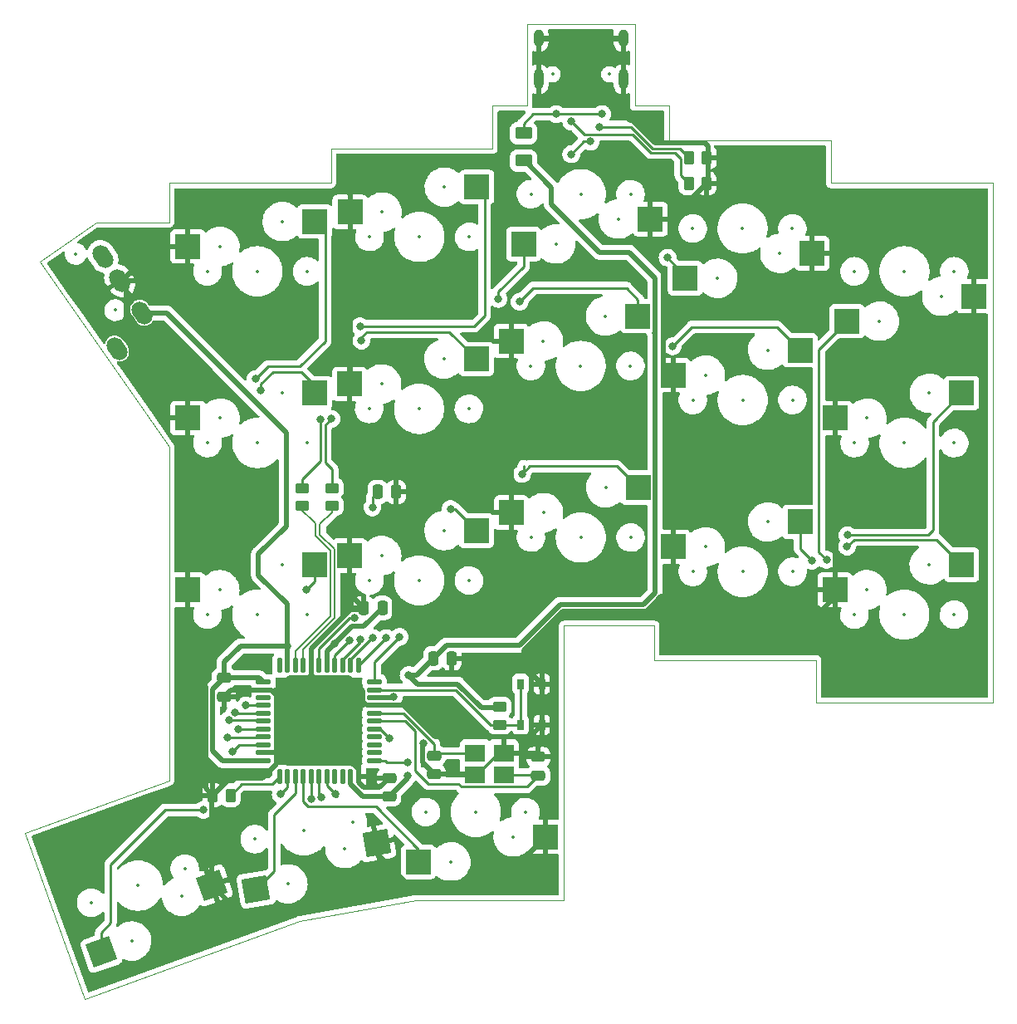
<source format=gbl>
%TF.GenerationSoftware,KiCad,Pcbnew,(6.0.6)*%
%TF.CreationDate,2022-11-13T11:43:20+09:00*%
%TF.ProjectId,split-mini__right,73706c69-742d-46d6-996e-695f5f726967,rev?*%
%TF.SameCoordinates,Original*%
%TF.FileFunction,Copper,L2,Bot*%
%TF.FilePolarity,Positive*%
%FSLAX46Y46*%
G04 Gerber Fmt 4.6, Leading zero omitted, Abs format (unit mm)*
G04 Created by KiCad (PCBNEW (6.0.6)) date 2022-11-13 11:43:20*
%MOMM*%
%LPD*%
G01*
G04 APERTURE LIST*
G04 Aperture macros list*
%AMRoundRect*
0 Rectangle with rounded corners*
0 $1 Rounding radius*
0 $2 $3 $4 $5 $6 $7 $8 $9 X,Y pos of 4 corners*
0 Add a 4 corners polygon primitive as box body*
4,1,4,$2,$3,$4,$5,$6,$7,$8,$9,$2,$3,0*
0 Add four circle primitives for the rounded corners*
1,1,$1+$1,$2,$3*
1,1,$1+$1,$4,$5*
1,1,$1+$1,$6,$7*
1,1,$1+$1,$8,$9*
0 Add four rect primitives between the rounded corners*
20,1,$1+$1,$2,$3,$4,$5,0*
20,1,$1+$1,$4,$5,$6,$7,0*
20,1,$1+$1,$6,$7,$8,$9,0*
20,1,$1+$1,$8,$9,$2,$3,0*%
%AMHorizOval*
0 Thick line with rounded ends*
0 $1 width*
0 $2 $3 position (X,Y) of the first rounded end (center of the circle)*
0 $4 $5 position (X,Y) of the second rounded end (center of the circle)*
0 Add line between two ends*
20,1,$1,$2,$3,$4,$5,0*
0 Add two circle primitives to create the rounded ends*
1,1,$1,$2,$3*
1,1,$1,$4,$5*%
%AMRotRect*
0 Rectangle, with rotation*
0 The origin of the aperture is its center*
0 $1 length*
0 $2 width*
0 $3 Rotation angle, in degrees counterclockwise*
0 Add horizontal line*
21,1,$1,$2,0,0,$3*%
G04 Aperture macros list end*
%TA.AperFunction,Profile*%
%ADD10C,0.100000*%
%TD*%
%TA.AperFunction,SMDPad,CuDef*%
%ADD11R,2.550000X2.500000*%
%TD*%
%TA.AperFunction,ComponentPad*%
%ADD12O,1.000000X1.800000*%
%TD*%
%TA.AperFunction,ComponentPad*%
%ADD13O,1.000000X2.100000*%
%TD*%
%TA.AperFunction,SMDPad,CuDef*%
%ADD14RotRect,2.550000X2.500000X10.000000*%
%TD*%
%TA.AperFunction,ComponentPad*%
%ADD15HorizOval,1.700000X-0.229431X0.327661X0.229431X-0.327661X0*%
%TD*%
%TA.AperFunction,SMDPad,CuDef*%
%ADD16RotRect,2.550000X2.500000X20.000000*%
%TD*%
%TA.AperFunction,SMDPad,CuDef*%
%ADD17RoundRect,0.137500X-0.137500X0.600000X-0.137500X-0.600000X0.137500X-0.600000X0.137500X0.600000X0*%
%TD*%
%TA.AperFunction,SMDPad,CuDef*%
%ADD18RoundRect,0.137500X-0.600000X0.137500X-0.600000X-0.137500X0.600000X-0.137500X0.600000X0.137500X0*%
%TD*%
%TA.AperFunction,SMDPad,CuDef*%
%ADD19RoundRect,0.250000X-0.625000X0.375000X-0.625000X-0.375000X0.625000X-0.375000X0.625000X0.375000X0*%
%TD*%
%TA.AperFunction,SMDPad,CuDef*%
%ADD20RoundRect,0.250000X0.262500X0.450000X-0.262500X0.450000X-0.262500X-0.450000X0.262500X-0.450000X0*%
%TD*%
%TA.AperFunction,SMDPad,CuDef*%
%ADD21RoundRect,0.250000X-0.262500X-0.450000X0.262500X-0.450000X0.262500X0.450000X-0.262500X0.450000X0*%
%TD*%
%TA.AperFunction,SMDPad,CuDef*%
%ADD22RoundRect,0.250000X-0.250000X-0.475000X0.250000X-0.475000X0.250000X0.475000X-0.250000X0.475000X0*%
%TD*%
%TA.AperFunction,SMDPad,CuDef*%
%ADD23RoundRect,0.250000X-0.475000X0.250000X-0.475000X-0.250000X0.475000X-0.250000X0.475000X0.250000X0*%
%TD*%
%TA.AperFunction,SMDPad,CuDef*%
%ADD24R,0.650000X1.050000*%
%TD*%
%TA.AperFunction,SMDPad,CuDef*%
%ADD25R,2.100000X1.800000*%
%TD*%
%TA.AperFunction,SMDPad,CuDef*%
%ADD26RoundRect,0.250000X0.475000X-0.250000X0.475000X0.250000X-0.475000X0.250000X-0.475000X-0.250000X0*%
%TD*%
%TA.AperFunction,SMDPad,CuDef*%
%ADD27RoundRect,0.250000X-0.450000X0.262500X-0.450000X-0.262500X0.450000X-0.262500X0.450000X0.262500X0*%
%TD*%
%TA.AperFunction,SMDPad,CuDef*%
%ADD28RoundRect,0.250000X0.250000X0.475000X-0.250000X0.475000X-0.250000X-0.475000X0.250000X-0.475000X0*%
%TD*%
%TA.AperFunction,ViaPad*%
%ADD29C,0.800000*%
%TD*%
%TA.AperFunction,Conductor*%
%ADD30C,0.250000*%
%TD*%
%TA.AperFunction,Conductor*%
%ADD31C,0.500000*%
%TD*%
%TA.AperFunction,Conductor*%
%ADD32C,0.300000*%
%TD*%
%TA.AperFunction,Conductor*%
%ADD33C,0.200000*%
%TD*%
%ADD34C,0.350000*%
%ADD35O,0.600000X1.400000*%
%ADD36O,0.600000X1.700000*%
%ADD37HorizOval,1.000000X-0.143394X0.204788X0.143394X-0.204788X0*%
G04 APERTURE END LIST*
D10*
X31862559Y-92361502D02*
X17138087Y-97720772D01*
X99362559Y-27072346D02*
X82862559Y-27072346D01*
X99362559Y-31447346D02*
X99362559Y-27072346D01*
X31862559Y-35447346D02*
X24406065Y-35447346D01*
X31862559Y-58300450D02*
X18672001Y-39462381D01*
X97862559Y-80072346D02*
X97862559Y-84447346D01*
X23294449Y-114635239D02*
X45197576Y-106663153D01*
X81362559Y-80072346D02*
X97862559Y-80072346D01*
X17138087Y-97720772D02*
X23294449Y-114635239D01*
X48362559Y-27947346D02*
X64862559Y-27947346D01*
X115862559Y-31447346D02*
X99362559Y-31447346D01*
X72137559Y-104572346D02*
X72137559Y-76572346D01*
X57055130Y-104572346D02*
X72137559Y-104572346D01*
X97862559Y-84447346D02*
X115862559Y-84447346D01*
X82862559Y-27072346D02*
X82862559Y-23572346D01*
X31862559Y-58300450D02*
X31862559Y-92361502D01*
X64862559Y-23572346D02*
X68362559Y-23572346D01*
X45197576Y-106663153D02*
X57055130Y-104572346D01*
X68362559Y-15272346D02*
X68362559Y-23572346D01*
X115862559Y-84447346D02*
X115862559Y-31447346D01*
X48362559Y-31447346D02*
X48362559Y-27947346D01*
X18672001Y-39462381D02*
X24406065Y-35447346D01*
X79362559Y-15272346D02*
X79362559Y-23572346D01*
X79362559Y-23572346D02*
X82862559Y-23572346D01*
X68362559Y-15272346D02*
X79362559Y-15272346D01*
X31862559Y-31447346D02*
X31862559Y-35447346D01*
X64862559Y-27947346D02*
X64862559Y-23572346D01*
X48362559Y-31447346D02*
X31862559Y-31447346D01*
X81362559Y-76572346D02*
X81362559Y-80072346D01*
X72137559Y-76572346D02*
X81362559Y-76572346D01*
D11*
%TO.P,SW15,1,1*%
%TO.N,GND*%
X99755000Y-72890000D03*
%TO.P,SW15,2,2*%
%TO.N,/col14*%
X112682000Y-70350000D03*
%TD*%
D12*
%TO.P,J1,S1,SHIELD*%
%TO.N,GND*%
X69540000Y-16670000D03*
D13*
X78180000Y-20850000D03*
X69540000Y-20850000D03*
D12*
X78180000Y-16670000D03*
%TD*%
D11*
%TO.P,SW7,1,1*%
%TO.N,GND*%
X50265000Y-51920000D03*
%TO.P,SW7,2,2*%
%TO.N,/col6*%
X63192000Y-49380000D03*
%TD*%
%TO.P,SW3,1,1*%
%TO.N,GND*%
X80935000Y-35110000D03*
%TO.P,SW3,2,2*%
%TO.N,/col2*%
X68008000Y-37650000D03*
%TD*%
%TO.P,SW6,1,1*%
%TO.N,GND*%
X33785000Y-55400000D03*
%TO.P,SW6,2,2*%
%TO.N,/col5*%
X46712000Y-52860000D03*
%TD*%
D14*
%TO.P,SW17,1,1*%
%TO.N,GND*%
X53018429Y-98711114D03*
%TO.P,SW17,2,2*%
%TO.N,/col16*%
X40728886Y-103457276D03*
%TD*%
D11*
%TO.P,SW14,1,1*%
%TO.N,GND*%
X83275000Y-68530000D03*
%TO.P,SW14,2,2*%
%TO.N,/col13*%
X96202000Y-65990000D03*
%TD*%
%TO.P,SW9,1,1*%
%TO.N,GND*%
X83275000Y-51020000D03*
%TO.P,SW9,2,2*%
%TO.N,/col8*%
X96202000Y-48480000D03*
%TD*%
%TO.P,SW8,1,1*%
%TO.N,GND*%
X66755000Y-47540000D03*
%TO.P,SW8,2,2*%
%TO.N,/col7*%
X79682000Y-45000000D03*
%TD*%
D15*
%TO.P,J2,A*%
%TO.N,unconnected-(J2-PadA)*%
X26542185Y-48304172D03*
%TO.P,J2,B*%
%TO.N,SCL*%
X25107224Y-38932358D03*
%TO.P,J2,C*%
%TO.N,GND*%
X26827953Y-41389814D03*
%TO.P,J2,D*%
%TO.N,VCC*%
X29122259Y-44666423D03*
%TD*%
D11*
%TO.P,SW10,1,1*%
%TO.N,GND*%
X99765000Y-55400000D03*
%TO.P,SW10,2,2*%
%TO.N,/col9*%
X112692000Y-52860000D03*
%TD*%
%TO.P,SW11,1,1*%
%TO.N,GND*%
X33765000Y-72900000D03*
%TO.P,SW11,2,2*%
%TO.N,/col10*%
X46692000Y-70360000D03*
%TD*%
%TO.P,SW1,1,1*%
%TO.N,GND*%
X33775000Y-37900000D03*
%TO.P,SW1,2,2*%
%TO.N,/col0*%
X46702000Y-35360000D03*
%TD*%
%TO.P,SW12,1,1*%
%TO.N,GND*%
X50275000Y-69410000D03*
%TO.P,SW12,2,2*%
%TO.N,/col11*%
X63202000Y-66870000D03*
%TD*%
%TO.P,SW5,1,1*%
%TO.N,GND*%
X113935000Y-42980000D03*
%TO.P,SW5,2,2*%
%TO.N,/col4*%
X101008000Y-45520000D03*
%TD*%
%TO.P,SW2,1,1*%
%TO.N,GND*%
X50305000Y-34390000D03*
%TO.P,SW2,2,2*%
%TO.N,/col1*%
X63232000Y-31850000D03*
%TD*%
%TO.P,SW13,1,1*%
%TO.N,GND*%
X66765000Y-65040000D03*
%TO.P,SW13,2,2*%
%TO.N,/col12*%
X79692000Y-62500000D03*
%TD*%
D16*
%TO.P,SW16,1,1*%
%TO.N,GND*%
X36216453Y-103033607D03*
%TO.P,SW16,2,2*%
%TO.N,/col15*%
X24937778Y-109841720D03*
%TD*%
D11*
%TO.P,SW4,1,1*%
%TO.N,GND*%
X97435000Y-38610000D03*
%TO.P,SW4,2,2*%
%TO.N,/col3*%
X84508000Y-41150000D03*
%TD*%
%TO.P,SW18,1,1*%
%TO.N,GND*%
X70225000Y-98100000D03*
%TO.P,SW18,2,2*%
%TO.N,/col17*%
X57298000Y-100640000D03*
%TD*%
D17*
%TO.P,U1,1,PE6*%
%TO.N,unconnected-(U1-Pad1)*%
X43152500Y-80637500D03*
%TO.P,U1,2,UVCC*%
%TO.N,VCC*%
X43952500Y-80637500D03*
%TO.P,U1,3,D-*%
%TO.N,D-*%
X44752500Y-80637500D03*
%TO.P,U1,4,D+*%
%TO.N,D+*%
X45552500Y-80637500D03*
%TO.P,U1,5,UGND*%
%TO.N,GND*%
X46352500Y-80637500D03*
%TO.P,U1,6,UCAP*%
%TO.N,Net-(C1-Pad1)*%
X47152500Y-80637500D03*
%TO.P,U1,7,VBUS*%
%TO.N,VCC*%
X47952500Y-80637500D03*
%TO.P,U1,8,PB0*%
%TO.N,/col11*%
X48752500Y-80637500D03*
%TO.P,U1,9,PB1*%
%TO.N,/col7*%
X49552500Y-80637500D03*
%TO.P,U1,10,PB2*%
%TO.N,/col12*%
X50352500Y-80637500D03*
%TO.P,U1,11,PB3*%
%TO.N,/col3*%
X51152500Y-80637500D03*
D18*
%TO.P,U1,12,PB7*%
%TO.N,/col8*%
X52815000Y-82300000D03*
%TO.P,U1,13,~{RESET}*%
%TO.N,RESET*%
X52815000Y-83100000D03*
%TO.P,U1,14,VCC*%
%TO.N,VCC*%
X52815000Y-83900000D03*
%TO.P,U1,15,GND*%
%TO.N,GND*%
X52815000Y-84700000D03*
%TO.P,U1,16,XTAL2*%
%TO.N,XTAL2*%
X52815000Y-85500000D03*
%TO.P,U1,17,XTAL1*%
%TO.N,XTAL1*%
X52815000Y-86300000D03*
%TO.P,U1,18,PD0*%
%TO.N,SCL*%
X52815000Y-87100000D03*
%TO.P,U1,19,PD1*%
%TO.N,unconnected-(U1-Pad19)*%
X52815000Y-87900000D03*
%TO.P,U1,20,PD2*%
%TO.N,unconnected-(U1-Pad20)*%
X52815000Y-88700000D03*
%TO.P,U1,21,PD3*%
%TO.N,unconnected-(U1-Pad21)*%
X52815000Y-89500000D03*
%TO.P,U1,22,PD5*%
%TO.N,/col13*%
X52815000Y-90300000D03*
D17*
%TO.P,U1,23,GND*%
%TO.N,GND*%
X51152500Y-91962500D03*
%TO.P,U1,24,AVCC*%
%TO.N,VCC*%
X50352500Y-91962500D03*
%TO.P,U1,25,PD4*%
%TO.N,unconnected-(U1-Pad25)*%
X49552500Y-91962500D03*
%TO.P,U1,26,PD6*%
%TO.N,unconnected-(U1-Pad26)*%
X48752500Y-91962500D03*
%TO.P,U1,27,PD7*%
%TO.N,/col4*%
X47952500Y-91962500D03*
%TO.P,U1,28,PB4*%
%TO.N,/col9*%
X47152500Y-91962500D03*
%TO.P,U1,29,PB5*%
%TO.N,/col14*%
X46352500Y-91962500D03*
%TO.P,U1,30,PB6*%
%TO.N,/col17*%
X45552500Y-91962500D03*
%TO.P,U1,31,PC6*%
%TO.N,/col16*%
X44752500Y-91962500D03*
%TO.P,U1,32,PC7*%
%TO.N,/col15*%
X43952500Y-91962500D03*
%TO.P,U1,33,~{HWB}/PE2*%
%TO.N,Net-(R5-Pad1)*%
X43152500Y-91962500D03*
D18*
%TO.P,U1,34,VCC*%
%TO.N,VCC*%
X41490000Y-90300000D03*
%TO.P,U1,35,GND*%
%TO.N,GND*%
X41490000Y-89500000D03*
%TO.P,U1,36,PF7*%
%TO.N,/col2*%
X41490000Y-88700000D03*
%TO.P,U1,37,PF6*%
%TO.N,/col1*%
X41490000Y-87900000D03*
%TO.P,U1,38,PF5*%
%TO.N,/col6*%
X41490000Y-87100000D03*
%TO.P,U1,39,PF4*%
%TO.N,/col0*%
X41490000Y-86300000D03*
%TO.P,U1,40,PF1*%
%TO.N,/col5*%
X41490000Y-85500000D03*
%TO.P,U1,41,PF0*%
%TO.N,/col10*%
X41490000Y-84700000D03*
%TO.P,U1,42,AREF*%
%TO.N,unconnected-(U1-Pad42)*%
X41490000Y-83900000D03*
%TO.P,U1,43,GND*%
%TO.N,GND*%
X41490000Y-83100000D03*
%TO.P,U1,44,AVCC*%
%TO.N,VCC*%
X41490000Y-82300000D03*
%TD*%
D19*
%TO.P,F1,1*%
%TO.N,Net-(F1-Pad1)*%
X68000000Y-26350000D03*
%TO.P,F1,2*%
%TO.N,VCC*%
X68000000Y-29150000D03*
%TD*%
D20*
%TO.P,R5,1*%
%TO.N,Net-(R5-Pad1)*%
X38112500Y-93850000D03*
%TO.P,R5,2*%
%TO.N,GND*%
X36287500Y-93850000D03*
%TD*%
D21*
%TO.P,R1,1*%
%TO.N,Net-(J1-PadA5)*%
X84877500Y-28840000D03*
%TO.P,R1,2*%
%TO.N,GND*%
X86702500Y-28840000D03*
%TD*%
D22*
%TO.P,C5,1*%
%TO.N,VCC*%
X58790000Y-79900000D03*
%TO.P,C5,2*%
%TO.N,GND*%
X60690000Y-79900000D03*
%TD*%
D23*
%TO.P,C7,1*%
%TO.N,XTAL2*%
X58860000Y-89810000D03*
%TO.P,C7,2*%
%TO.N,GND*%
X58860000Y-91710000D03*
%TD*%
D21*
%TO.P,R2,1*%
%TO.N,Net-(J1-PadB5)*%
X84850000Y-31480000D03*
%TO.P,R2,2*%
%TO.N,GND*%
X86675000Y-31480000D03*
%TD*%
D24*
%TO.P,RESET1,1,A*%
%TO.N,GND*%
X69870000Y-86670000D03*
%TO.P,RESET1,2,B*%
X69870000Y-82510000D03*
%TO.P,RESET1,3,C*%
%TO.N,RESET*%
X67710000Y-86670000D03*
%TO.P,RESET1,4,D*%
X67710000Y-82510000D03*
%TD*%
D25*
%TO.P,Y1,1,1*%
%TO.N,XTAL1*%
X65980000Y-91770000D03*
%TO.P,Y1,2,2*%
%TO.N,GND*%
X63080000Y-91770000D03*
%TO.P,Y1,3,3*%
%TO.N,XTAL2*%
X63080000Y-89570000D03*
%TO.P,Y1,4,4*%
%TO.N,GND*%
X65980000Y-89570000D03*
%TD*%
D23*
%TO.P,C4,1*%
%TO.N,VCC*%
X37460000Y-81880000D03*
%TO.P,C4,2*%
%TO.N,GND*%
X37460000Y-83780000D03*
%TD*%
D26*
%TO.P,C2,1*%
%TO.N,VCC*%
X54302500Y-93980000D03*
%TO.P,C2,2*%
%TO.N,GND*%
X54302500Y-92080000D03*
%TD*%
D27*
%TO.P,R6,1*%
%TO.N,VCC*%
X65570000Y-84827500D03*
%TO.P,R6,2*%
%TO.N,RESET*%
X65570000Y-86652500D03*
%TD*%
D23*
%TO.P,C6,1*%
%TO.N,GND*%
X69520000Y-89940000D03*
%TO.P,C6,2*%
%TO.N,XTAL1*%
X69520000Y-91840000D03*
%TD*%
D27*
%TO.P,R4,1*%
%TO.N,Net-(J1-PadA6)*%
X48470000Y-62530000D03*
%TO.P,R4,2*%
%TO.N,D+*%
X48470000Y-64355000D03*
%TD*%
%TO.P,R3,1*%
%TO.N,Net-(J1-PadA7)*%
X45410000Y-62547500D03*
%TO.P,R3,2*%
%TO.N,D-*%
X45410000Y-64372500D03*
%TD*%
D28*
%TO.P,C3,1*%
%TO.N,VCC*%
X53610000Y-74750000D03*
%TO.P,C3,2*%
%TO.N,GND*%
X51710000Y-74750000D03*
%TD*%
D22*
%TO.P,C1,1*%
%TO.N,Net-(C1-Pad1)*%
X53120000Y-62940000D03*
%TO.P,C1,2*%
%TO.N,GND*%
X55020000Y-62940000D03*
%TD*%
D29*
%TO.N,Net-(C1-Pad1)*%
X52590000Y-64500000D03*
X50786478Y-75789500D03*
%TO.N,GND*%
X44500000Y-85750000D03*
X70500000Y-52500000D03*
X57787701Y-88552299D03*
X78900000Y-24850000D03*
X37250000Y-78250000D03*
X58072299Y-86787701D03*
X40500000Y-80250000D03*
X60710000Y-81380000D03*
X39000000Y-63500000D03*
X61250000Y-59000000D03*
X23500000Y-99000000D03*
%TO.N,VCC*%
X43879057Y-78620943D03*
X54779652Y-83850500D03*
X48752299Y-78362299D03*
X56290000Y-81600000D03*
X56170000Y-91890000D03*
%TO.N,Net-(F1-Pad1)*%
X71350000Y-24400000D03*
X76020000Y-24400000D03*
%TO.N,Net-(J1-PadA5)*%
X75770000Y-25720000D03*
%TO.N,Net-(J1-PadA6)*%
X48403097Y-55491502D03*
%TO.N,Net-(J1-PadA7)*%
X74847343Y-27204500D03*
X47330000Y-55540000D03*
X72877701Y-28487701D03*
%TO.N,Net-(J1-PadB5)*%
X72885500Y-25170000D03*
%TO.N,SCL*%
X54330500Y-88010000D03*
%TO.N,/col0*%
X37959906Y-86203893D03*
X40682701Y-51422701D03*
%TO.N,/col1*%
X37840000Y-87980000D03*
X51320000Y-46050000D03*
%TO.N,/col2*%
X65445500Y-43239503D03*
X38360000Y-89360000D03*
%TO.N,/col3*%
X54010000Y-77840000D03*
X82705000Y-39045000D03*
%TO.N,/col4*%
X98915500Y-69842701D03*
X48820000Y-93760000D03*
%TO.N,/col5*%
X38580000Y-85420000D03*
X41200000Y-52560000D03*
%TO.N,/col6*%
X51470000Y-47500000D03*
X38880000Y-87130000D03*
%TO.N,/col7*%
X67610000Y-43530000D03*
X51392299Y-77952299D03*
%TO.N,/col8*%
X83210000Y-48070000D03*
X55360000Y-77700000D03*
%TO.N,/col9*%
X47420000Y-94090000D03*
X101057785Y-67331717D03*
%TO.N,/col10*%
X39700000Y-84700000D03*
X45840000Y-72930000D03*
%TO.N,/col11*%
X50260000Y-78060000D03*
X60550000Y-64670000D03*
%TO.N,/col12*%
X67862701Y-61102701D03*
X52652299Y-77832299D03*
%TO.N,/col13*%
X97410000Y-69940000D03*
X56205500Y-90490000D03*
%TO.N,/col14*%
X101005000Y-68495000D03*
X46327549Y-94252950D03*
%TO.N,/col15*%
X35366953Y-95330000D03*
X43250000Y-93759500D03*
%TD*%
D30*
%TO.N,Net-(C1-Pad1)*%
X52590000Y-63470000D02*
X53120000Y-62940000D01*
X47152500Y-78937500D02*
X47152500Y-80637500D01*
X50786478Y-75789500D02*
X50300500Y-75789500D01*
X50300500Y-75789500D02*
X47152500Y-78937500D01*
X52590000Y-64500000D02*
X52590000Y-63470000D01*
D31*
%TO.N,GND*%
X99765000Y-55400000D02*
X99765000Y-72880000D01*
X53018429Y-99785429D02*
X53018429Y-98711114D01*
X54302500Y-92080000D02*
X53302500Y-93080000D01*
X42709175Y-83250825D02*
X44135000Y-81825000D01*
X42790000Y-89500000D02*
X42790000Y-83631650D01*
X83275000Y-74035000D02*
X84780000Y-75540000D01*
X51691600Y-93080000D02*
X51152500Y-92540900D01*
X46083350Y-81825000D02*
X46352500Y-81555850D01*
X51627500Y-83237500D02*
X50215000Y-81825000D01*
X55993000Y-102760000D02*
X47310000Y-102760000D01*
X55993000Y-102760000D02*
X53018429Y-99785429D01*
X51520000Y-74940000D02*
X51710000Y-74750000D01*
X65240000Y-60810000D02*
X66755000Y-62325000D01*
X51152500Y-91194150D02*
X50548350Y-90590000D01*
X50265000Y-62265000D02*
X50265000Y-63945000D01*
X42790000Y-89500000D02*
X42790000Y-90660000D01*
X51152500Y-91962500D02*
X51152500Y-91194150D01*
X78180000Y-24090000D02*
X81412346Y-27322346D01*
X99755000Y-73665000D02*
X99755000Y-72890000D01*
X47310000Y-102760000D02*
X44290000Y-105780000D01*
X50275000Y-73315000D02*
X51710000Y-74750000D01*
X42790000Y-89500000D02*
X41490000Y-89500000D01*
X86842500Y-27672500D02*
X86842500Y-28610000D01*
X80529950Y-75080000D02*
X82014950Y-73595000D01*
X83275000Y-73595000D02*
X83275000Y-74035000D01*
X86842500Y-28610000D02*
X86852500Y-28620000D01*
X42409175Y-83250825D02*
X42258350Y-83100000D01*
X46352500Y-80637500D02*
X46352500Y-78924328D01*
X38962846Y-105780000D02*
X36216453Y-103033607D01*
X54340000Y-60810000D02*
X51530000Y-60810000D01*
X42790000Y-90660000D02*
X41360000Y-92090000D01*
X37460000Y-83780000D02*
X38140000Y-83100000D01*
X66755000Y-47540000D02*
X66755000Y-62325000D01*
X84780000Y-75540000D02*
X97880000Y-75540000D01*
X46352500Y-81555850D02*
X46352500Y-80637500D01*
X50305000Y-34390000D02*
X50305000Y-51880000D01*
X63020000Y-91710000D02*
X63080000Y-91770000D01*
X44135000Y-81825000D02*
X46083350Y-81825000D01*
X55020000Y-62940000D02*
X55020000Y-61490000D01*
X43880000Y-90590000D02*
X42790000Y-89500000D01*
X33785000Y-52405000D02*
X27469603Y-46089603D01*
X33785000Y-39885000D02*
X33785000Y-37910000D01*
X57685000Y-90535000D02*
X58860000Y-91710000D01*
X41490000Y-89500000D02*
X42258350Y-89500000D01*
X66755000Y-65030000D02*
X66765000Y-65040000D01*
X99041221Y-35580000D02*
X111610000Y-35580000D01*
X38140000Y-83100000D02*
X41490000Y-83100000D01*
X52046650Y-84700000D02*
X51627500Y-84280850D01*
X69540000Y-16750000D02*
X78180000Y-16750000D01*
X51530000Y-60810000D02*
X50265000Y-62075000D01*
X68660000Y-87880000D02*
X58953172Y-87880000D01*
X58860000Y-91710000D02*
X63020000Y-91710000D01*
D32*
X63330000Y-91770000D02*
X63080000Y-91770000D01*
D31*
X54340000Y-60810000D02*
X65240000Y-60810000D01*
X33765000Y-80945051D02*
X33765000Y-72900000D01*
X80935000Y-35110000D02*
X80935000Y-39145000D01*
X80935000Y-39145000D02*
X82240000Y-40450000D01*
X82240000Y-40450000D02*
X82240000Y-49985000D01*
X60710000Y-80060000D02*
X60690000Y-80040000D01*
X86852500Y-28620000D02*
X86852500Y-31310000D01*
X33765000Y-55420000D02*
X33785000Y-55400000D01*
X69870000Y-82510000D02*
X68030000Y-80670000D01*
X83275000Y-68530000D02*
X83275000Y-73595000D01*
X57685000Y-88655000D02*
X57685000Y-90535000D01*
X26827953Y-41389814D02*
X32280186Y-41389814D01*
X50265000Y-69400000D02*
X50275000Y-69410000D01*
X50265000Y-62075000D02*
X50265000Y-62265000D01*
X58953172Y-87880000D02*
X55773172Y-84700000D01*
X50275000Y-69410000D02*
X50275000Y-73315000D01*
X78180000Y-16750000D02*
X78180000Y-24090000D01*
X46352500Y-78924328D02*
X50336828Y-74940000D01*
X68030000Y-80670000D02*
X68030000Y-79079950D01*
X33765000Y-72900000D02*
X33765000Y-55420000D01*
X82240000Y-49985000D02*
X83275000Y-51020000D01*
X60710000Y-81380000D02*
X60710000Y-80060000D01*
X65980000Y-89570000D02*
X69150000Y-89570000D01*
D32*
X65980000Y-89570000D02*
X65530000Y-89570000D01*
D31*
X69870000Y-86670000D02*
X68660000Y-87880000D01*
X94941221Y-31480000D02*
X97435000Y-33973779D01*
X66755000Y-62325000D02*
X66755000Y-65030000D01*
X113935000Y-37905000D02*
X113935000Y-42980000D01*
X69540000Y-20850000D02*
X69540000Y-16750000D01*
X35585000Y-93147500D02*
X35585000Y-82765051D01*
X83052500Y-35110000D02*
X80935000Y-35110000D01*
X52815000Y-84700000D02*
X54280000Y-84700000D01*
X97435000Y-33973779D02*
X99041221Y-35580000D01*
X86675000Y-31480000D02*
X94941221Y-31480000D01*
X27469603Y-42031464D02*
X26827953Y-41389814D01*
X53302500Y-93080000D02*
X51691600Y-93080000D01*
X35585000Y-82765051D02*
X33765000Y-80945051D01*
D32*
X65530000Y-89570000D02*
X63330000Y-91770000D01*
D31*
X42409175Y-83250825D02*
X42709175Y-83250825D01*
X57787701Y-88552299D02*
X57685000Y-88655000D01*
X81412346Y-27322346D02*
X86492346Y-27322346D01*
X36287500Y-93850000D02*
X35585000Y-93147500D01*
X27469603Y-46089603D02*
X27469603Y-42031464D01*
X50336828Y-74940000D02*
X51520000Y-74940000D01*
X65565000Y-102760000D02*
X55993000Y-102760000D01*
X42790000Y-83631650D02*
X42409175Y-83250825D01*
X36216453Y-103033607D02*
X36216453Y-93921047D01*
X50265000Y-63945000D02*
X50265000Y-69400000D01*
X70225000Y-98100000D02*
X65565000Y-102760000D01*
X97880000Y-75540000D02*
X99755000Y-73665000D01*
X33785000Y-55400000D02*
X33785000Y-52405000D01*
X99765000Y-72880000D02*
X99755000Y-72890000D01*
X36216453Y-93921047D02*
X36287500Y-93850000D01*
X42258350Y-83100000D02*
X41490000Y-83100000D01*
X50305000Y-51880000D02*
X50265000Y-51920000D01*
X50265000Y-51920000D02*
X50265000Y-62265000D01*
X52815000Y-84700000D02*
X52046650Y-84700000D01*
X86492346Y-27322346D02*
X86842500Y-27672500D01*
X97435000Y-33973779D02*
X97435000Y-38610000D01*
X41360000Y-92090000D02*
X38047500Y-92090000D01*
X86852500Y-31310000D02*
X83052500Y-35110000D01*
X46621650Y-81825000D02*
X46352500Y-81555850D01*
X69150000Y-89570000D02*
X69520000Y-89940000D01*
X60690000Y-80040000D02*
X60690000Y-79900000D01*
X50548350Y-90590000D02*
X43880000Y-90590000D01*
X44290000Y-105780000D02*
X38962846Y-105780000D01*
X38047500Y-92090000D02*
X36287500Y-93850000D01*
X83275000Y-51020000D02*
X83275000Y-68530000D01*
X82014950Y-73595000D02*
X83275000Y-73595000D01*
X68030000Y-79079950D02*
X72029950Y-75080000D01*
X32280186Y-41389814D02*
X33785000Y-39885000D01*
X55773172Y-84700000D02*
X53520000Y-84700000D01*
X33785000Y-37910000D02*
X33775000Y-37900000D01*
X72029950Y-75080000D02*
X80529950Y-75080000D01*
X111610000Y-35580000D02*
X113935000Y-37905000D01*
X55020000Y-61490000D02*
X54340000Y-60810000D01*
X51627500Y-84280850D02*
X51627500Y-83237500D01*
X69870000Y-82510000D02*
X69870000Y-86670000D01*
X51152500Y-92540900D02*
X51152500Y-91962500D01*
X50215000Y-81825000D02*
X46621650Y-81825000D01*
%TO.N,VCC*%
X43879057Y-78620943D02*
X43952500Y-78694386D01*
X43800000Y-56850000D02*
X43800000Y-66450000D01*
X31616423Y-44666423D02*
X43800000Y-56850000D01*
X70850000Y-31890000D02*
X68110000Y-29150000D01*
X29122259Y-44666423D02*
X31616423Y-44666423D01*
X37280000Y-90300000D02*
X36285000Y-89305000D01*
X81407000Y-41107000D02*
X78780000Y-38480000D01*
X51601650Y-93980000D02*
X54302500Y-93980000D01*
X63723172Y-84940000D02*
X61308172Y-82525000D01*
X65457500Y-84940000D02*
X63723172Y-84940000D01*
X36285000Y-83055000D02*
X37460000Y-81880000D01*
X60150000Y-78540000D02*
X67580000Y-78540000D01*
X57090000Y-81600000D02*
X56330000Y-81600000D01*
X54730152Y-83900000D02*
X54779652Y-83850500D01*
X61308172Y-82525000D02*
X57215000Y-82525000D01*
X65570000Y-84827500D02*
X65457500Y-84940000D01*
X50352500Y-91962500D02*
X50352500Y-92730850D01*
X56330000Y-81600000D02*
X56360000Y-81630000D01*
X50475098Y-76639500D02*
X51720500Y-76639500D01*
X41490000Y-90300000D02*
X37280000Y-90300000D01*
X78780000Y-38480000D02*
X75740000Y-38480000D01*
X40980000Y-69270000D02*
X40980000Y-71430000D01*
X57215000Y-82525000D02*
X56290000Y-81600000D01*
X37460000Y-81880000D02*
X41070000Y-81880000D01*
X41070000Y-81880000D02*
X41490000Y-82300000D01*
X68110000Y-29150000D02*
X68000000Y-29150000D01*
X56170000Y-92112500D02*
X54302500Y-93980000D01*
X58790000Y-79900000D02*
X57090000Y-81600000D01*
X37460000Y-80290000D02*
X37460000Y-81880000D01*
X43952500Y-78694386D02*
X43952500Y-80637500D01*
X67580000Y-78540000D02*
X71740000Y-74380000D01*
X70850000Y-33590000D02*
X70850000Y-31890000D01*
X71740000Y-74380000D02*
X80240000Y-74380000D01*
X75740000Y-38480000D02*
X70850000Y-33590000D01*
X48752299Y-78362299D02*
X50475098Y-76639500D01*
X40980000Y-71430000D02*
X43879057Y-74329057D01*
X47952500Y-79162098D02*
X47952500Y-80637500D01*
X81417000Y-73203000D02*
X81417000Y-46777000D01*
X81340000Y-46700000D02*
X81407000Y-46633000D01*
X52815000Y-83900000D02*
X54730152Y-83900000D01*
X58790000Y-79900000D02*
X60150000Y-78540000D01*
X80240000Y-74380000D02*
X81417000Y-73203000D01*
X56170000Y-91890000D02*
X56170000Y-92112500D01*
X50352500Y-92730850D02*
X51601650Y-93980000D01*
X81417000Y-46777000D02*
X81340000Y-46700000D01*
X48752299Y-78362299D02*
X47952500Y-79162098D01*
X51720500Y-76639500D02*
X53610000Y-74750000D01*
X36285000Y-89305000D02*
X36285000Y-83055000D01*
X39129057Y-78620943D02*
X37460000Y-80290000D01*
X43879057Y-74329057D02*
X43879057Y-78620943D01*
X43800000Y-66450000D02*
X40980000Y-69270000D01*
X43879057Y-78620943D02*
X39129057Y-78620943D01*
X81407000Y-46633000D02*
X81407000Y-41107000D01*
D30*
%TO.N,XTAL1*%
X69450000Y-91770000D02*
X69520000Y-91840000D01*
X69520000Y-91840000D02*
X68365000Y-92995000D01*
X56930000Y-87306396D02*
X55923604Y-86300000D01*
X56930000Y-91318173D02*
X56930000Y-87306396D01*
X68365000Y-92995000D02*
X61705000Y-92995000D01*
X58291827Y-92680000D02*
X56930000Y-91318173D01*
X61390000Y-92680000D02*
X58291827Y-92680000D01*
X65980000Y-91770000D02*
X69450000Y-91770000D01*
X55923604Y-86300000D02*
X52815000Y-86300000D01*
X61705000Y-92995000D02*
X61390000Y-92680000D01*
%TO.N,XTAL2*%
X59100000Y-89570000D02*
X63080000Y-89570000D01*
X58860000Y-89810000D02*
X59100000Y-89570000D01*
X55760000Y-85500000D02*
X58860000Y-88600000D01*
X55760000Y-85500000D02*
X52815000Y-85500000D01*
X58860000Y-88600000D02*
X58860000Y-89810000D01*
%TO.N,Net-(F1-Pad1)*%
X68000000Y-25380000D02*
X68000000Y-26350000D01*
X71350000Y-24400000D02*
X68980000Y-24400000D01*
X76020000Y-24400000D02*
X71350000Y-24400000D01*
X68980000Y-24400000D02*
X68000000Y-25380000D01*
%TO.N,Net-(J1-PadA5)*%
X75790000Y-25700000D02*
X75770000Y-25720000D01*
X78976828Y-25700000D02*
X75790000Y-25700000D01*
X83934846Y-27897346D02*
X81174174Y-27897346D01*
X84877500Y-28840000D02*
X83934846Y-27897346D01*
X81174174Y-27897346D02*
X78976828Y-25700000D01*
%TO.N,Net-(J1-PadA6)*%
X48470000Y-62530000D02*
X48720000Y-62280000D01*
X48490000Y-62510000D02*
X48470000Y-62530000D01*
X47790000Y-56104599D02*
X47790000Y-59910000D01*
X47790000Y-59910000D02*
X48490000Y-60610000D01*
X48403097Y-55491502D02*
X47790000Y-56104599D01*
X48490000Y-60610000D02*
X48490000Y-62510000D01*
%TO.N,Net-(J1-PadA7)*%
X45410000Y-61670000D02*
X45410000Y-62547500D01*
X45330000Y-62627500D02*
X45200000Y-62627500D01*
X47330000Y-59750000D02*
X45410000Y-61670000D01*
X74160902Y-27204500D02*
X72877701Y-28487701D01*
X47330000Y-55540000D02*
X47330000Y-59750000D01*
X74847343Y-27204500D02*
X74160902Y-27204500D01*
X45410000Y-62547500D02*
X45330000Y-62627500D01*
%TO.N,Net-(J1-PadB5)*%
X83437346Y-28347346D02*
X84040000Y-28950000D01*
X79120432Y-26480000D02*
X80987778Y-28347346D01*
X80987778Y-28347346D02*
X83437346Y-28347346D01*
X72885500Y-25170000D02*
X74195500Y-26480000D01*
X84040000Y-30670000D02*
X84850000Y-31480000D01*
X84040000Y-28950000D02*
X84040000Y-30670000D01*
X74195500Y-26480000D02*
X79120432Y-26480000D01*
%TO.N,SCL*%
X53420500Y-87100000D02*
X52815000Y-87100000D01*
X54330500Y-88010000D02*
X53420500Y-87100000D01*
D33*
%TO.N,D-*%
X48300000Y-75633324D02*
X48300000Y-68930000D01*
X46750000Y-67380000D02*
X46750000Y-66155000D01*
X48300000Y-68930000D02*
X46750000Y-67380000D01*
X45200000Y-64605000D02*
X45200000Y-64452500D01*
X46750000Y-66155000D02*
X45200000Y-64605000D01*
X44752500Y-79180824D02*
X48300000Y-75633324D01*
X44752500Y-80637500D02*
X44752500Y-79180824D01*
%TO.N,D+*%
X45552500Y-80637500D02*
X45552500Y-78946510D01*
X47250000Y-67314314D02*
X47250000Y-66210000D01*
X45552500Y-78946510D02*
X48700000Y-75799009D01*
X48700000Y-75799009D02*
X48700000Y-68764314D01*
X47250000Y-66210000D02*
X48470000Y-64990000D01*
X48700000Y-68764314D02*
X47250000Y-67314314D01*
X48470000Y-64990000D02*
X48470000Y-64355000D01*
D30*
%TO.N,Net-(R5-Pad1)*%
X42375000Y-92740000D02*
X39222500Y-92740000D01*
X39222500Y-92740000D02*
X38112500Y-93850000D01*
X43152500Y-91962500D02*
X42375000Y-92740000D01*
%TO.N,RESET*%
X61070000Y-83100000D02*
X64622500Y-86652500D01*
X64622500Y-86652500D02*
X65570000Y-86652500D01*
X67710000Y-86670000D02*
X67710000Y-82510000D01*
X65570000Y-86652500D02*
X67692500Y-86652500D01*
X67692500Y-86652500D02*
X67710000Y-86670000D01*
X52815000Y-83100000D02*
X61070000Y-83100000D01*
%TO.N,/col0*%
X37959906Y-86203893D02*
X37983799Y-86180000D01*
X40682701Y-51422701D02*
X41955402Y-50150000D01*
X41955402Y-50150000D02*
X45190000Y-50150000D01*
X37983799Y-86180000D02*
X41370000Y-86180000D01*
X47788834Y-47551166D02*
X47788834Y-36446834D01*
X47788834Y-36446834D02*
X46702000Y-35360000D01*
X45190000Y-50150000D02*
X47788834Y-47551166D01*
X41370000Y-86180000D02*
X41490000Y-86300000D01*
%TO.N,/col1*%
X62980000Y-46030000D02*
X51890000Y-46030000D01*
X63257000Y-31850000D02*
X64040000Y-32633000D01*
X64040000Y-44970000D02*
X62980000Y-46030000D01*
X51890000Y-46030000D02*
X51340000Y-46030000D01*
X64040000Y-32633000D02*
X64040000Y-44970000D01*
X63232000Y-31850000D02*
X63257000Y-31850000D01*
X51340000Y-46030000D02*
X51320000Y-46050000D01*
X41410000Y-87980000D02*
X41490000Y-87900000D01*
X37840000Y-87980000D02*
X41410000Y-87980000D01*
%TO.N,/col2*%
X41490000Y-88700000D02*
X41485000Y-88705000D01*
X41490000Y-88700000D02*
X39020000Y-88700000D01*
X39020000Y-88700000D02*
X38360000Y-89360000D01*
X65445500Y-43239503D02*
X65445500Y-42524500D01*
X65445500Y-42524500D02*
X68008000Y-39962000D01*
X68008000Y-39962000D02*
X68008000Y-37650000D01*
%TO.N,/col3*%
X84508000Y-40848000D02*
X82705000Y-39045000D01*
X82705000Y-39045000D02*
X82590000Y-38930000D01*
X53950000Y-77840000D02*
X54010000Y-77840000D01*
X51152500Y-80637500D02*
X53950000Y-77840000D01*
X84508000Y-41150000D02*
X84508000Y-40848000D01*
%TO.N,/col4*%
X98915500Y-69842701D02*
X98140000Y-69067201D01*
X98140000Y-48388000D02*
X101008000Y-45520000D01*
X47952500Y-91962500D02*
X47952500Y-92892500D01*
X47952500Y-92892500D02*
X48820000Y-93760000D01*
X98140000Y-69067201D02*
X98140000Y-48388000D01*
X48820000Y-93760000D02*
X49010000Y-93950000D01*
%TO.N,/col5*%
X42430000Y-50700000D02*
X45320000Y-50700000D01*
X38660000Y-85500000D02*
X38580000Y-85420000D01*
X46712000Y-52092000D02*
X46712000Y-52860000D01*
X41490000Y-85500000D02*
X38660000Y-85500000D01*
X45320000Y-50700000D02*
X46712000Y-52092000D01*
X41200000Y-51930000D02*
X42430000Y-50700000D01*
X41200000Y-52560000D02*
X41200000Y-51930000D01*
%TO.N,/col6*%
X51470000Y-47180000D02*
X51470000Y-47500000D01*
X52040000Y-46610000D02*
X51470000Y-47180000D01*
X38910000Y-87100000D02*
X38880000Y-87130000D01*
X63192000Y-49380000D02*
X60422000Y-46610000D01*
X41490000Y-87100000D02*
X38910000Y-87100000D01*
X60422000Y-46610000D02*
X52040000Y-46610000D01*
%TO.N,/col7*%
X69000000Y-42140000D02*
X78500000Y-42140000D01*
X51392299Y-78206127D02*
X49552500Y-80045926D01*
X67610000Y-43530000D02*
X69000000Y-42140000D01*
X79682000Y-43322000D02*
X79682000Y-45000000D01*
X49552500Y-80045926D02*
X49552500Y-80637500D01*
X78500000Y-42140000D02*
X79682000Y-43322000D01*
X51392299Y-77952299D02*
X51392299Y-78206127D01*
%TO.N,/col8*%
X85170000Y-46110000D02*
X83210000Y-48070000D01*
X93832000Y-46110000D02*
X85670000Y-46110000D01*
X52815000Y-82300000D02*
X52815000Y-80245000D01*
X96202000Y-48480000D02*
X93832000Y-46110000D01*
X85670000Y-46110000D02*
X85170000Y-46110000D01*
X52815000Y-80245000D02*
X55360000Y-77700000D01*
%TO.N,/col9*%
X47152500Y-93822500D02*
X47420000Y-94090000D01*
X101057785Y-67331717D02*
X101120000Y-67340000D01*
X112692000Y-52860000D02*
X109780000Y-55772000D01*
X109780000Y-55772000D02*
X109780000Y-66790000D01*
X109780000Y-66790000D02*
X109238283Y-67331717D01*
X109238283Y-67331717D02*
X101057785Y-67331717D01*
X47152500Y-91962500D02*
X47152500Y-93822500D01*
%TO.N,/col10*%
X46692000Y-72078000D02*
X46692000Y-70360000D01*
X41490000Y-84700000D02*
X39700000Y-84700000D01*
X45840000Y-72930000D02*
X46692000Y-72078000D01*
X39700000Y-84700000D02*
X39500000Y-84900000D01*
%TO.N,/col11*%
X48752500Y-79567500D02*
X50260000Y-78060000D01*
X61002000Y-64670000D02*
X63202000Y-66870000D01*
X60550000Y-64670000D02*
X61002000Y-64670000D01*
X48752500Y-80637500D02*
X48752500Y-79567500D01*
%TO.N,/col12*%
X50352500Y-80045926D02*
X50352500Y-80637500D01*
X68020000Y-60945402D02*
X68020000Y-60300000D01*
X52566127Y-77832299D02*
X50352500Y-80045926D01*
X67862701Y-61102701D02*
X68020000Y-60945402D01*
X52652299Y-77832299D02*
X52566127Y-77832299D01*
X77492000Y-60300000D02*
X79692000Y-62500000D01*
X67862701Y-61102701D02*
X68665402Y-60300000D01*
X68665402Y-60300000D02*
X77492000Y-60300000D01*
%TO.N,/col13*%
X96202000Y-68732000D02*
X97410000Y-69940000D01*
X56205500Y-90490000D02*
X54104695Y-90490000D01*
X54104695Y-90490000D02*
X53914695Y-90300000D01*
X53914695Y-90300000D02*
X52815000Y-90300000D01*
X96202000Y-65990000D02*
X96202000Y-68732000D01*
%TO.N,/col14*%
X112682000Y-70350000D02*
X112657000Y-70350000D01*
X110097000Y-67790000D02*
X103810000Y-67790000D01*
X103810000Y-67790000D02*
X101710000Y-67790000D01*
X46327549Y-94252950D02*
X46352500Y-94227999D01*
X112657000Y-70350000D02*
X110097000Y-67790000D01*
X101710000Y-67790000D02*
X101005000Y-68495000D01*
X46352500Y-94227999D02*
X46352500Y-91962500D01*
%TO.N,/col15*%
X43250000Y-93759500D02*
X43952500Y-93057000D01*
X35366953Y-95330000D02*
X31470000Y-95330000D01*
X25210000Y-109569498D02*
X24937778Y-109841720D01*
X43952500Y-93057000D02*
X43952500Y-91962500D01*
X31470000Y-95330000D02*
X25880000Y-100920000D01*
X25880000Y-100920000D02*
X25880000Y-106880000D01*
X25880000Y-106880000D02*
X24937778Y-107822222D01*
X24937778Y-107822222D02*
X24937778Y-109841720D01*
%TO.N,/col16*%
X42581356Y-95838644D02*
X44752500Y-93667500D01*
X44752500Y-93667500D02*
X44752500Y-91962500D01*
X40728886Y-103457276D02*
X42581356Y-101604806D01*
X42581356Y-101604806D02*
X42581356Y-95838644D01*
%TO.N,/col17*%
X46064999Y-95014999D02*
X52934999Y-95014999D01*
X45552500Y-91962500D02*
X45552500Y-94502500D01*
X45552500Y-94502500D02*
X46064999Y-95014999D01*
X52934999Y-95014999D02*
X57298000Y-99378000D01*
X57298000Y-99378000D02*
X57298000Y-100640000D01*
%TD*%
%TA.AperFunction,Conductor*%
%TO.N,GND*%
G36*
X68167180Y-24100848D02*
G01*
X68213673Y-24154504D01*
X68223777Y-24224778D01*
X68194283Y-24289358D01*
X68188154Y-24295941D01*
X67607747Y-24876348D01*
X67599461Y-24883888D01*
X67592982Y-24888000D01*
X67587557Y-24893777D01*
X67546357Y-24937651D01*
X67543602Y-24940493D01*
X67523865Y-24960230D01*
X67521385Y-24963427D01*
X67513682Y-24972447D01*
X67483414Y-25004679D01*
X67479595Y-25011625D01*
X67479593Y-25011628D01*
X67473652Y-25022434D01*
X67462801Y-25038953D01*
X67450386Y-25054959D01*
X67447241Y-25062228D01*
X67447238Y-25062232D01*
X67432826Y-25095537D01*
X67427609Y-25106187D01*
X67406305Y-25144940D01*
X67406305Y-25144941D01*
X67405603Y-25144555D01*
X67365835Y-25195525D01*
X67305359Y-25218496D01*
X67225692Y-25226762D01*
X67225688Y-25226763D01*
X67218834Y-25227474D01*
X67212298Y-25229655D01*
X67212296Y-25229655D01*
X67125787Y-25258517D01*
X67051054Y-25283450D01*
X66900652Y-25376522D01*
X66775695Y-25501697D01*
X66771855Y-25507927D01*
X66771854Y-25507928D01*
X66755000Y-25535271D01*
X66682885Y-25652262D01*
X66627203Y-25820139D01*
X66626503Y-25826975D01*
X66626502Y-25826978D01*
X66624763Y-25843955D01*
X66616500Y-25924600D01*
X66616500Y-26775400D01*
X66616837Y-26778646D01*
X66616837Y-26778650D01*
X66622197Y-26830304D01*
X66627474Y-26881166D01*
X66629655Y-26887702D01*
X66629655Y-26887704D01*
X66667996Y-27002625D01*
X66683450Y-27048946D01*
X66776522Y-27199348D01*
X66901697Y-27324305D01*
X66907927Y-27328145D01*
X66907928Y-27328146D01*
X67045090Y-27412694D01*
X67052262Y-27417115D01*
X67116344Y-27438370D01*
X67213611Y-27470632D01*
X67213613Y-27470632D01*
X67220139Y-27472797D01*
X67226975Y-27473497D01*
X67226978Y-27473498D01*
X67270031Y-27477909D01*
X67324600Y-27483500D01*
X68675400Y-27483500D01*
X68678646Y-27483163D01*
X68678650Y-27483163D01*
X68774308Y-27473238D01*
X68774312Y-27473237D01*
X68781166Y-27472526D01*
X68787702Y-27470345D01*
X68787704Y-27470345D01*
X68919806Y-27426272D01*
X68948946Y-27416550D01*
X69099348Y-27323478D01*
X69224305Y-27198303D01*
X69264249Y-27133502D01*
X69313275Y-27053968D01*
X69313276Y-27053966D01*
X69317115Y-27047738D01*
X69356777Y-26928159D01*
X69370632Y-26886389D01*
X69370632Y-26886387D01*
X69372797Y-26879861D01*
X69383500Y-26775400D01*
X69383500Y-25924600D01*
X69375397Y-25846500D01*
X69373238Y-25825692D01*
X69373237Y-25825688D01*
X69372526Y-25818834D01*
X69316550Y-25651054D01*
X69223478Y-25500652D01*
X69098303Y-25375695D01*
X69096856Y-25374803D01*
X69057130Y-25318766D01*
X69053902Y-25247843D01*
X69087192Y-25188712D01*
X69205499Y-25070405D01*
X69267811Y-25036379D01*
X69294594Y-25033500D01*
X70641800Y-25033500D01*
X70709921Y-25053502D01*
X70729147Y-25069843D01*
X70729420Y-25069540D01*
X70734332Y-25073963D01*
X70738747Y-25078866D01*
X70744086Y-25082745D01*
X70882152Y-25183056D01*
X70893248Y-25191118D01*
X70899276Y-25193802D01*
X70899278Y-25193803D01*
X71014305Y-25245016D01*
X71067712Y-25268794D01*
X71161112Y-25288647D01*
X71248056Y-25307128D01*
X71248061Y-25307128D01*
X71254513Y-25308500D01*
X71445487Y-25308500D01*
X71451939Y-25307128D01*
X71451944Y-25307128D01*
X71538888Y-25288647D01*
X71632288Y-25268794D01*
X71688871Y-25243602D01*
X71806752Y-25191118D01*
X71807807Y-25193488D01*
X71865525Y-25179487D01*
X71932616Y-25202709D01*
X71976502Y-25258517D01*
X71984837Y-25292173D01*
X71991958Y-25359928D01*
X72050973Y-25541556D01*
X72146460Y-25706944D01*
X72150878Y-25711851D01*
X72150879Y-25711852D01*
X72158666Y-25720500D01*
X72274247Y-25848866D01*
X72428748Y-25961118D01*
X72434776Y-25963802D01*
X72434778Y-25963803D01*
X72597181Y-26036109D01*
X72603212Y-26038794D01*
X72696613Y-26058647D01*
X72783556Y-26077128D01*
X72783561Y-26077128D01*
X72790013Y-26078500D01*
X72845905Y-26078500D01*
X72914026Y-26098502D01*
X72935000Y-26115405D01*
X73555451Y-26735856D01*
X73589477Y-26798168D01*
X73584412Y-26868983D01*
X73555451Y-26914046D01*
X72927201Y-27542296D01*
X72864889Y-27576322D01*
X72838106Y-27579201D01*
X72782214Y-27579201D01*
X72775762Y-27580573D01*
X72775757Y-27580573D01*
X72688813Y-27599054D01*
X72595413Y-27618907D01*
X72589383Y-27621592D01*
X72589382Y-27621592D01*
X72426979Y-27693898D01*
X72426977Y-27693899D01*
X72420949Y-27696583D01*
X72266448Y-27808835D01*
X72262027Y-27813745D01*
X72262026Y-27813746D01*
X72149098Y-27939166D01*
X72138661Y-27950757D01*
X72111210Y-27998303D01*
X72062051Y-28083450D01*
X72043174Y-28116145D01*
X71984159Y-28297773D01*
X71983469Y-28304334D01*
X71983469Y-28304336D01*
X71968501Y-28446751D01*
X71964197Y-28487701D01*
X71964887Y-28494266D01*
X71978117Y-28620139D01*
X71984159Y-28677629D01*
X72043174Y-28859257D01*
X72138661Y-29024645D01*
X72143079Y-29029552D01*
X72143080Y-29029553D01*
X72201108Y-29094000D01*
X72266448Y-29166567D01*
X72420949Y-29278819D01*
X72426977Y-29281503D01*
X72426979Y-29281504D01*
X72582664Y-29350819D01*
X72595413Y-29356495D01*
X72688814Y-29376348D01*
X72775757Y-29394829D01*
X72775762Y-29394829D01*
X72782214Y-29396201D01*
X72973188Y-29396201D01*
X72979640Y-29394829D01*
X72979645Y-29394829D01*
X73066588Y-29376348D01*
X73159989Y-29356495D01*
X73172738Y-29350819D01*
X73328423Y-29281504D01*
X73328425Y-29281503D01*
X73334453Y-29278819D01*
X73488954Y-29166567D01*
X73554294Y-29094000D01*
X73612322Y-29029553D01*
X73612323Y-29029552D01*
X73616741Y-29024645D01*
X73712228Y-28859257D01*
X73771243Y-28677629D01*
X73777972Y-28613611D01*
X73788608Y-28512408D01*
X73815621Y-28446751D01*
X73824823Y-28436483D01*
X74243545Y-28017761D01*
X74305857Y-27983735D01*
X74376672Y-27988800D01*
X74389572Y-27994877D01*
X74390591Y-27995618D01*
X74396617Y-27998301D01*
X74548794Y-28066054D01*
X74565055Y-28073294D01*
X74637431Y-28088678D01*
X74745399Y-28111628D01*
X74745404Y-28111628D01*
X74751856Y-28113000D01*
X74942830Y-28113000D01*
X74949282Y-28111628D01*
X74949287Y-28111628D01*
X75057255Y-28088678D01*
X75129631Y-28073294D01*
X75135662Y-28070609D01*
X75298065Y-27998303D01*
X75298067Y-27998302D01*
X75304095Y-27995618D01*
X75314245Y-27988244D01*
X75418440Y-27912541D01*
X75458596Y-27883366D01*
X75463765Y-27877625D01*
X75581964Y-27746352D01*
X75581965Y-27746351D01*
X75586383Y-27741444D01*
X75681870Y-27576056D01*
X75740885Y-27394428D01*
X75741575Y-27387865D01*
X75758553Y-27226329D01*
X75785566Y-27160673D01*
X75843788Y-27120043D01*
X75883863Y-27113500D01*
X78805838Y-27113500D01*
X78873959Y-27133502D01*
X78894933Y-27150405D01*
X79690376Y-27945849D01*
X80484126Y-28739599D01*
X80491666Y-28747885D01*
X80495778Y-28754364D01*
X80501555Y-28759789D01*
X80545429Y-28800989D01*
X80548271Y-28803744D01*
X80568008Y-28823481D01*
X80571205Y-28825961D01*
X80580225Y-28833664D01*
X80612457Y-28863932D01*
X80619403Y-28867751D01*
X80619406Y-28867753D01*
X80630212Y-28873694D01*
X80646731Y-28884545D01*
X80662737Y-28896960D01*
X80670006Y-28900105D01*
X80670010Y-28900108D01*
X80703315Y-28914520D01*
X80713965Y-28919737D01*
X80752718Y-28941041D01*
X80760393Y-28943012D01*
X80760394Y-28943012D01*
X80772340Y-28946079D01*
X80791045Y-28952483D01*
X80809633Y-28960527D01*
X80817456Y-28961766D01*
X80817466Y-28961769D01*
X80853302Y-28967445D01*
X80864922Y-28969851D01*
X80900067Y-28978874D01*
X80907748Y-28980846D01*
X80928002Y-28980846D01*
X80947712Y-28982397D01*
X80967721Y-28985566D01*
X80975613Y-28984820D01*
X81011739Y-28981405D01*
X81023597Y-28980846D01*
X83122752Y-28980846D01*
X83190873Y-29000848D01*
X83211847Y-29017751D01*
X83369595Y-29175499D01*
X83403621Y-29237811D01*
X83406500Y-29264594D01*
X83406500Y-30591233D01*
X83405973Y-30602416D01*
X83404298Y-30609909D01*
X83404547Y-30617835D01*
X83404547Y-30617836D01*
X83406438Y-30677986D01*
X83406500Y-30681945D01*
X83406500Y-30709856D01*
X83406997Y-30713790D01*
X83406997Y-30713791D01*
X83407005Y-30713856D01*
X83407938Y-30725693D01*
X83409327Y-30769889D01*
X83414978Y-30789339D01*
X83418987Y-30808700D01*
X83421526Y-30828797D01*
X83424445Y-30836168D01*
X83424445Y-30836170D01*
X83437804Y-30869912D01*
X83441649Y-30881142D01*
X83453982Y-30923593D01*
X83458015Y-30930412D01*
X83458017Y-30930417D01*
X83464293Y-30941028D01*
X83472988Y-30958776D01*
X83480448Y-30977617D01*
X83485110Y-30984033D01*
X83485110Y-30984034D01*
X83506436Y-31013387D01*
X83512952Y-31023307D01*
X83535458Y-31061362D01*
X83549779Y-31075683D01*
X83562619Y-31090716D01*
X83574528Y-31107107D01*
X83580633Y-31112158D01*
X83580638Y-31112163D01*
X83608598Y-31135294D01*
X83617376Y-31143281D01*
X83711671Y-31237575D01*
X83792095Y-31317999D01*
X83826120Y-31380311D01*
X83829000Y-31407095D01*
X83829000Y-31980400D01*
X83829337Y-31983646D01*
X83829337Y-31983650D01*
X83839118Y-32077914D01*
X83839974Y-32086166D01*
X83842155Y-32092702D01*
X83842155Y-32092704D01*
X83886228Y-32224806D01*
X83895950Y-32253946D01*
X83989022Y-32404348D01*
X84114197Y-32529305D01*
X84120427Y-32533145D01*
X84120428Y-32533146D01*
X84257788Y-32617816D01*
X84264762Y-32622115D01*
X84312247Y-32637865D01*
X84426111Y-32675632D01*
X84426113Y-32675632D01*
X84432639Y-32677797D01*
X84439475Y-32678497D01*
X84439478Y-32678498D01*
X84482531Y-32682909D01*
X84537100Y-32688500D01*
X85162900Y-32688500D01*
X85166146Y-32688163D01*
X85166150Y-32688163D01*
X85261808Y-32678238D01*
X85261812Y-32678237D01*
X85268666Y-32677526D01*
X85275202Y-32675345D01*
X85275204Y-32675345D01*
X85407306Y-32631272D01*
X85436446Y-32621550D01*
X85586848Y-32528478D01*
X85659105Y-32456095D01*
X85673638Y-32441537D01*
X85735921Y-32407458D01*
X85806741Y-32412461D01*
X85851829Y-32441382D01*
X85934329Y-32523739D01*
X85945740Y-32532751D01*
X86083743Y-32617816D01*
X86096924Y-32623963D01*
X86251210Y-32675138D01*
X86264586Y-32678005D01*
X86358938Y-32687672D01*
X86365354Y-32688000D01*
X86402885Y-32688000D01*
X86418124Y-32683525D01*
X86419329Y-32682135D01*
X86421000Y-32674452D01*
X86421000Y-32669884D01*
X86929000Y-32669884D01*
X86933475Y-32685123D01*
X86934865Y-32686328D01*
X86942548Y-32687999D01*
X86984595Y-32687999D01*
X86991114Y-32687662D01*
X87086706Y-32677743D01*
X87100100Y-32674851D01*
X87254284Y-32623412D01*
X87267462Y-32617239D01*
X87405307Y-32531937D01*
X87416708Y-32522901D01*
X87531239Y-32408171D01*
X87540251Y-32396760D01*
X87625316Y-32258757D01*
X87631463Y-32245576D01*
X87682638Y-32091290D01*
X87685505Y-32077914D01*
X87695172Y-31983562D01*
X87695500Y-31977146D01*
X87695500Y-31752115D01*
X87691025Y-31736876D01*
X87689635Y-31735671D01*
X87681952Y-31734000D01*
X86947115Y-31734000D01*
X86931876Y-31738475D01*
X86930671Y-31739865D01*
X86929000Y-31747548D01*
X86929000Y-32669884D01*
X86421000Y-32669884D01*
X86421000Y-31352000D01*
X86441002Y-31283879D01*
X86494658Y-31237386D01*
X86547000Y-31226000D01*
X87677384Y-31226000D01*
X87692623Y-31221525D01*
X87693828Y-31220135D01*
X87695499Y-31212452D01*
X87695499Y-30982905D01*
X87695162Y-30976386D01*
X87685243Y-30880794D01*
X87682351Y-30867400D01*
X87630912Y-30713216D01*
X87624739Y-30700038D01*
X87539437Y-30562193D01*
X87530401Y-30550792D01*
X87415671Y-30436261D01*
X87404260Y-30427249D01*
X87266257Y-30342184D01*
X87253076Y-30336037D01*
X87092259Y-30282696D01*
X87093113Y-30280121D01*
X87041449Y-30252104D01*
X87007244Y-30189891D01*
X87012103Y-30119061D01*
X87054485Y-30062102D01*
X87107885Y-30041118D01*
X87107470Y-30039198D01*
X87127600Y-30034851D01*
X87281784Y-29983412D01*
X87294962Y-29977239D01*
X87432807Y-29891937D01*
X87444208Y-29882901D01*
X87558739Y-29768171D01*
X87567751Y-29756760D01*
X87652816Y-29618757D01*
X87658963Y-29605576D01*
X87710138Y-29451290D01*
X87713005Y-29437914D01*
X87722672Y-29343562D01*
X87723000Y-29337146D01*
X87723000Y-29112115D01*
X87718525Y-29096876D01*
X87717135Y-29095671D01*
X87709452Y-29094000D01*
X86574500Y-29094000D01*
X86506379Y-29073998D01*
X86459886Y-29020342D01*
X86448500Y-28968000D01*
X86448500Y-28712000D01*
X86468502Y-28643879D01*
X86522158Y-28597386D01*
X86574500Y-28586000D01*
X87704884Y-28586000D01*
X87720123Y-28581525D01*
X87721328Y-28580135D01*
X87722999Y-28572452D01*
X87722999Y-28342905D01*
X87722662Y-28336386D01*
X87712743Y-28240794D01*
X87709851Y-28227400D01*
X87658412Y-28073216D01*
X87652239Y-28060038D01*
X87566937Y-27922193D01*
X87557901Y-27910792D01*
X87442929Y-27796019D01*
X87408850Y-27733736D01*
X87413853Y-27662916D01*
X87456351Y-27606043D01*
X87522849Y-27581175D01*
X87531947Y-27580846D01*
X98728059Y-27580846D01*
X98796180Y-27600848D01*
X98842673Y-27654504D01*
X98854059Y-27706846D01*
X98854059Y-31438723D01*
X98854057Y-31439493D01*
X98853583Y-31517067D01*
X98856050Y-31525698D01*
X98861709Y-31545499D01*
X98865287Y-31562261D01*
X98869479Y-31591533D01*
X98873193Y-31599701D01*
X98873193Y-31599702D01*
X98880107Y-31614908D01*
X98886555Y-31632432D01*
X98893610Y-31657117D01*
X98898402Y-31664711D01*
X98898403Y-31664714D01*
X98909389Y-31682126D01*
X98917528Y-31697209D01*
X98929767Y-31724128D01*
X98935628Y-31730930D01*
X98946529Y-31743581D01*
X98957632Y-31758585D01*
X98971335Y-31780304D01*
X98978060Y-31786243D01*
X98978063Y-31786247D01*
X98993497Y-31799878D01*
X99005541Y-31812070D01*
X99018986Y-31827673D01*
X99018989Y-31827675D01*
X99024846Y-31834473D01*
X99032375Y-31839353D01*
X99032376Y-31839354D01*
X99046394Y-31848440D01*
X99061268Y-31859731D01*
X99073776Y-31870777D01*
X99080510Y-31876724D01*
X99107270Y-31889288D01*
X99122250Y-31897609D01*
X99139542Y-31908817D01*
X99139547Y-31908819D01*
X99147074Y-31913698D01*
X99155667Y-31916268D01*
X99155672Y-31916270D01*
X99171679Y-31921057D01*
X99189123Y-31927718D01*
X99204235Y-31934813D01*
X99204237Y-31934814D01*
X99212359Y-31938627D01*
X99221226Y-31940008D01*
X99221227Y-31940008D01*
X99223912Y-31940426D01*
X99241576Y-31943176D01*
X99258291Y-31946959D01*
X99278025Y-31952861D01*
X99278031Y-31952862D01*
X99286625Y-31955432D01*
X99295596Y-31955487D01*
X99295597Y-31955487D01*
X99305656Y-31955548D01*
X99321065Y-31955642D01*
X99321848Y-31955675D01*
X99322945Y-31955846D01*
X99353936Y-31955846D01*
X99354706Y-31955848D01*
X99428344Y-31956298D01*
X99428345Y-31956298D01*
X99432280Y-31956322D01*
X99433624Y-31955938D01*
X99434969Y-31955846D01*
X115228059Y-31955846D01*
X115296180Y-31975848D01*
X115342673Y-32029504D01*
X115354059Y-32081846D01*
X115354059Y-41096000D01*
X115334057Y-41164121D01*
X115280401Y-41210614D01*
X115228059Y-41222000D01*
X114207115Y-41222000D01*
X114191876Y-41226475D01*
X114190671Y-41227865D01*
X114189000Y-41235548D01*
X114189000Y-44719884D01*
X114193475Y-44735123D01*
X114194865Y-44736328D01*
X114202548Y-44737999D01*
X115228059Y-44737999D01*
X115296180Y-44758001D01*
X115342673Y-44811657D01*
X115354059Y-44863999D01*
X115354059Y-83812846D01*
X115334057Y-83880967D01*
X115280401Y-83927460D01*
X115228059Y-83938846D01*
X98497059Y-83938846D01*
X98428938Y-83918844D01*
X98382445Y-83865188D01*
X98371059Y-83812846D01*
X98371059Y-80080969D01*
X98371061Y-80080199D01*
X98371328Y-80036559D01*
X98371535Y-80002625D01*
X98363409Y-79974193D01*
X98359831Y-79957431D01*
X98355639Y-79928159D01*
X98345010Y-79904782D01*
X98338563Y-79887259D01*
X98335874Y-79877850D01*
X98331508Y-79862575D01*
X98324678Y-79851750D01*
X98315729Y-79837566D01*
X98307589Y-79822481D01*
X98302212Y-79810655D01*
X98295351Y-79795564D01*
X98278589Y-79776111D01*
X98267486Y-79761107D01*
X98253783Y-79739388D01*
X98247058Y-79733449D01*
X98247055Y-79733445D01*
X98231621Y-79719814D01*
X98219577Y-79707622D01*
X98206132Y-79692019D01*
X98206129Y-79692017D01*
X98200272Y-79685219D01*
X98178724Y-79671252D01*
X98163850Y-79659961D01*
X98151342Y-79648915D01*
X98151341Y-79648914D01*
X98144608Y-79642968D01*
X98117846Y-79630403D01*
X98102868Y-79622083D01*
X98085576Y-79610875D01*
X98085571Y-79610873D01*
X98078044Y-79605994D01*
X98069451Y-79603424D01*
X98069446Y-79603422D01*
X98053439Y-79598635D01*
X98035995Y-79591974D01*
X98020883Y-79584879D01*
X98020881Y-79584878D01*
X98012759Y-79581065D01*
X98003892Y-79579684D01*
X98003891Y-79579684D01*
X97994249Y-79578183D01*
X97983542Y-79576516D01*
X97966827Y-79572733D01*
X97947093Y-79566831D01*
X97947087Y-79566830D01*
X97938493Y-79564260D01*
X97929522Y-79564205D01*
X97929521Y-79564205D01*
X97919462Y-79564144D01*
X97904053Y-79564050D01*
X97903270Y-79564017D01*
X97902173Y-79563846D01*
X97871182Y-79563846D01*
X97870412Y-79563844D01*
X97796774Y-79563394D01*
X97796773Y-79563394D01*
X97792838Y-79563370D01*
X97791494Y-79563754D01*
X97790149Y-79563846D01*
X81997059Y-79563846D01*
X81928938Y-79543844D01*
X81882445Y-79490188D01*
X81871059Y-79437846D01*
X81871059Y-76580969D01*
X81871061Y-76580199D01*
X81871351Y-76532732D01*
X81871535Y-76502625D01*
X81863409Y-76474193D01*
X81859831Y-76457431D01*
X81858962Y-76451361D01*
X81855639Y-76428159D01*
X81845010Y-76404782D01*
X81838563Y-76387259D01*
X81833975Y-76371208D01*
X81831508Y-76362575D01*
X81826715Y-76354978D01*
X81815729Y-76337566D01*
X81807589Y-76322481D01*
X81805123Y-76317057D01*
X81795351Y-76295564D01*
X81778589Y-76276111D01*
X81767486Y-76261107D01*
X81753783Y-76239388D01*
X81747058Y-76233449D01*
X81747055Y-76233445D01*
X81731621Y-76219814D01*
X81719577Y-76207622D01*
X81706132Y-76192019D01*
X81706129Y-76192017D01*
X81700272Y-76185219D01*
X81686568Y-76176336D01*
X81678724Y-76171252D01*
X81663850Y-76159961D01*
X81651342Y-76148915D01*
X81651341Y-76148914D01*
X81644608Y-76142968D01*
X81617846Y-76130403D01*
X81602868Y-76122083D01*
X81585576Y-76110875D01*
X81585571Y-76110873D01*
X81578044Y-76105994D01*
X81569451Y-76103424D01*
X81569446Y-76103422D01*
X81553439Y-76098635D01*
X81535995Y-76091974D01*
X81520883Y-76084879D01*
X81520881Y-76084878D01*
X81512759Y-76081065D01*
X81503892Y-76079684D01*
X81503891Y-76079684D01*
X81493037Y-76077994D01*
X81483542Y-76076516D01*
X81466827Y-76072733D01*
X81447093Y-76066831D01*
X81447087Y-76066830D01*
X81438493Y-76064260D01*
X81429522Y-76064205D01*
X81429521Y-76064205D01*
X81419462Y-76064144D01*
X81404053Y-76064050D01*
X81403270Y-76064017D01*
X81402173Y-76063846D01*
X81371182Y-76063846D01*
X81370412Y-76063844D01*
X81296774Y-76063394D01*
X81296773Y-76063394D01*
X81292838Y-76063370D01*
X81291494Y-76063754D01*
X81290149Y-76063846D01*
X72146182Y-76063846D01*
X72145412Y-76063844D01*
X72144596Y-76063839D01*
X72067838Y-76063370D01*
X72045477Y-76069761D01*
X72039406Y-76071496D01*
X72022644Y-76075074D01*
X71993372Y-76079266D01*
X71985204Y-76082980D01*
X71985203Y-76082980D01*
X71969997Y-76089894D01*
X71952473Y-76096342D01*
X71927788Y-76103397D01*
X71920194Y-76108189D01*
X71920191Y-76108190D01*
X71902779Y-76119176D01*
X71887696Y-76127315D01*
X71860777Y-76139554D01*
X71853975Y-76145415D01*
X71841324Y-76156316D01*
X71826320Y-76167419D01*
X71804601Y-76181122D01*
X71798662Y-76187847D01*
X71798658Y-76187850D01*
X71785027Y-76203284D01*
X71772835Y-76215328D01*
X71757232Y-76228773D01*
X71757230Y-76228776D01*
X71750432Y-76234633D01*
X71745552Y-76242162D01*
X71745551Y-76242163D01*
X71736465Y-76256181D01*
X71725174Y-76271055D01*
X71714128Y-76283563D01*
X71708181Y-76290297D01*
X71701871Y-76303737D01*
X71695617Y-76317057D01*
X71687296Y-76332037D01*
X71676088Y-76349329D01*
X71676086Y-76349334D01*
X71671207Y-76356861D01*
X71668637Y-76365454D01*
X71668635Y-76365459D01*
X71663848Y-76381466D01*
X71657187Y-76398910D01*
X71650092Y-76414022D01*
X71646278Y-76422146D01*
X71644897Y-76431013D01*
X71644897Y-76431014D01*
X71641729Y-76451361D01*
X71637946Y-76468078D01*
X71632044Y-76487812D01*
X71632043Y-76487818D01*
X71629473Y-76496412D01*
X71629418Y-76505383D01*
X71629418Y-76505384D01*
X71629263Y-76530843D01*
X71629230Y-76531635D01*
X71629059Y-76532732D01*
X71629059Y-76563723D01*
X71629057Y-76564493D01*
X71628583Y-76642067D01*
X71628967Y-76643411D01*
X71629059Y-76644756D01*
X71629059Y-96216000D01*
X71609057Y-96284121D01*
X71555401Y-96330614D01*
X71503059Y-96342000D01*
X70497115Y-96342000D01*
X70481876Y-96346475D01*
X70480671Y-96347865D01*
X70479000Y-96355548D01*
X70479000Y-99839884D01*
X70483475Y-99855123D01*
X70484865Y-99856328D01*
X70492548Y-99857999D01*
X71503059Y-99857999D01*
X71571180Y-99878001D01*
X71617673Y-99931657D01*
X71629059Y-99983999D01*
X71629059Y-103937846D01*
X71609057Y-104005967D01*
X71555401Y-104052460D01*
X71503059Y-104063846D01*
X57126400Y-104063846D01*
X57121885Y-104063570D01*
X57117738Y-104062447D01*
X57108763Y-104062627D01*
X57049255Y-104063821D01*
X57046728Y-104063846D01*
X57018617Y-104063846D01*
X57014800Y-104064393D01*
X57011004Y-104064566D01*
X57010713Y-104064594D01*
X57005842Y-104064692D01*
X56978137Y-104069578D01*
X56974175Y-104070211D01*
X56910943Y-104079266D01*
X56904805Y-104082057D01*
X56896947Y-104083893D01*
X45179467Y-106150002D01*
X45174972Y-106150514D01*
X45170690Y-106150128D01*
X45161887Y-106151863D01*
X45161886Y-106151863D01*
X45103440Y-106163382D01*
X45100963Y-106163844D01*
X45073318Y-106168719D01*
X45069660Y-106169918D01*
X45065939Y-106170751D01*
X45065658Y-106170829D01*
X45060884Y-106171770D01*
X45035674Y-106180946D01*
X45034451Y-106181391D01*
X45030605Y-106182721D01*
X44995768Y-106194141D01*
X44969957Y-106202602D01*
X44964398Y-106206416D01*
X44956969Y-106209592D01*
X23716768Y-113940393D01*
X23645914Y-113944896D01*
X23583874Y-113910378D01*
X23555272Y-113865087D01*
X20295723Y-104909551D01*
X22456427Y-104909551D01*
X22492704Y-105146625D01*
X22567215Y-105374591D01*
X22607433Y-105451848D01*
X22632996Y-105500954D01*
X22677958Y-105587326D01*
X22681061Y-105591459D01*
X22681063Y-105591462D01*
X22802107Y-105752677D01*
X22821959Y-105779117D01*
X22825697Y-105782689D01*
X22981371Y-105931454D01*
X22995351Y-105944814D01*
X22999623Y-105947728D01*
X22999624Y-105947729D01*
X23066077Y-105993060D01*
X23193478Y-106079967D01*
X23325431Y-106141218D01*
X23387921Y-106170225D01*
X23411017Y-106180946D01*
X23642129Y-106245038D01*
X23745840Y-106256122D01*
X23834583Y-106265606D01*
X23834591Y-106265606D01*
X23837918Y-106265962D01*
X23977164Y-106265962D01*
X23979737Y-106265750D01*
X23979748Y-106265750D01*
X24150237Y-106251733D01*
X24150243Y-106251732D01*
X24155388Y-106251309D01*
X24271692Y-106222096D01*
X24382986Y-106194141D01*
X24382990Y-106194140D01*
X24387997Y-106192882D01*
X24392727Y-106190826D01*
X24392734Y-106190823D01*
X24603202Y-106099309D01*
X24603205Y-106099307D01*
X24607939Y-106097249D01*
X24612273Y-106094445D01*
X24612277Y-106094443D01*
X24804965Y-105969787D01*
X24804968Y-105969785D01*
X24809308Y-105966977D01*
X24830462Y-105947729D01*
X24982874Y-105809044D01*
X24982875Y-105809042D01*
X24986696Y-105805566D01*
X24989895Y-105801515D01*
X24989899Y-105801511D01*
X25021618Y-105761347D01*
X25079535Y-105720284D01*
X25150458Y-105717052D01*
X25211870Y-105752677D01*
X25244272Y-105815848D01*
X25246500Y-105839439D01*
X25246500Y-106565405D01*
X25226498Y-106633526D01*
X25209595Y-106654501D01*
X24545520Y-107318575D01*
X24537241Y-107326109D01*
X24530760Y-107330222D01*
X24497971Y-107365139D01*
X24484135Y-107379873D01*
X24481380Y-107382715D01*
X24461643Y-107402452D01*
X24459163Y-107405649D01*
X24451460Y-107414669D01*
X24421192Y-107446901D01*
X24417373Y-107453847D01*
X24417371Y-107453850D01*
X24411430Y-107464656D01*
X24400579Y-107481175D01*
X24388164Y-107497181D01*
X24385019Y-107504450D01*
X24385016Y-107504454D01*
X24370604Y-107537759D01*
X24365387Y-107548409D01*
X24344083Y-107587162D01*
X24342112Y-107594837D01*
X24342112Y-107594838D01*
X24339045Y-107606784D01*
X24332641Y-107625488D01*
X24324597Y-107644077D01*
X24323358Y-107651900D01*
X24323355Y-107651910D01*
X24317679Y-107687746D01*
X24315273Y-107699366D01*
X24306250Y-107734511D01*
X24304278Y-107742192D01*
X24304278Y-107762446D01*
X24302727Y-107782156D01*
X24299558Y-107802165D01*
X24300304Y-107810057D01*
X24303719Y-107846183D01*
X24304278Y-107858041D01*
X24304278Y-108112712D01*
X24284276Y-108180833D01*
X24230620Y-108227326D01*
X24221373Y-108231113D01*
X23092996Y-108641809D01*
X23036875Y-108669424D01*
X23030878Y-108674555D01*
X23030875Y-108674557D01*
X22933019Y-108758282D01*
X22926198Y-108764118D01*
X22921290Y-108771633D01*
X22851455Y-108878555D01*
X22851453Y-108878558D01*
X22846548Y-108886069D01*
X22804327Y-109025472D01*
X22802928Y-109171124D01*
X22817848Y-109231866D01*
X23705824Y-111671560D01*
X23733439Y-111727681D01*
X23828134Y-111838358D01*
X23950084Y-111918008D01*
X23958675Y-111920610D01*
X24080896Y-111957627D01*
X24080898Y-111957627D01*
X24089488Y-111960229D01*
X24235139Y-111961628D01*
X24242807Y-111959744D01*
X24242811Y-111959744D01*
X24292581Y-111947519D01*
X24292588Y-111947517D01*
X24295881Y-111946708D01*
X26782560Y-111041631D01*
X26838681Y-111014016D01*
X26844678Y-111008885D01*
X26844681Y-111008883D01*
X26942537Y-110925158D01*
X26949358Y-110919322D01*
X26975851Y-110878759D01*
X27024101Y-110804885D01*
X27024103Y-110804882D01*
X27029008Y-110797371D01*
X27071229Y-110657968D01*
X27071286Y-110652013D01*
X27100720Y-110589080D01*
X27160792Y-110551240D01*
X27231786Y-110551884D01*
X27246441Y-110557346D01*
X27317717Y-110589080D01*
X27352018Y-110604352D01*
X27356246Y-110605564D01*
X27356245Y-110605564D01*
X27539001Y-110657968D01*
X27622033Y-110681777D01*
X27626383Y-110682388D01*
X27626386Y-110682389D01*
X27729333Y-110696857D01*
X27900195Y-110720870D01*
X28110789Y-110720870D01*
X28112975Y-110720717D01*
X28112979Y-110720717D01*
X28316470Y-110706488D01*
X28316475Y-110706487D01*
X28320855Y-110706181D01*
X28595613Y-110647779D01*
X28599742Y-110646276D01*
X28599746Y-110646275D01*
X28855424Y-110553216D01*
X28855428Y-110553214D01*
X28859569Y-110551707D01*
X29107585Y-110419834D01*
X29334835Y-110254728D01*
X29536895Y-110059601D01*
X29709831Y-109838252D01*
X29712027Y-109834448D01*
X29712032Y-109834441D01*
X29848078Y-109598801D01*
X29850279Y-109594989D01*
X29955505Y-109334546D01*
X30023460Y-109061994D01*
X30052821Y-108782637D01*
X30052437Y-108771633D01*
X30043172Y-108506309D01*
X30043171Y-108506303D01*
X30043018Y-108501912D01*
X29994241Y-108225283D01*
X29907440Y-107958135D01*
X29784303Y-107705668D01*
X29781848Y-107702029D01*
X29781845Y-107702023D01*
X29678238Y-107548420D01*
X29627228Y-107472794D01*
X29439272Y-107264048D01*
X29224093Y-107083491D01*
X28985879Y-106934639D01*
X28729268Y-106820388D01*
X28459253Y-106742963D01*
X28454903Y-106742352D01*
X28454900Y-106742351D01*
X28351953Y-106727883D01*
X28181091Y-106703870D01*
X27970497Y-106703870D01*
X27968311Y-106704023D01*
X27968307Y-106704023D01*
X27764816Y-106718252D01*
X27764811Y-106718253D01*
X27760431Y-106718559D01*
X27485673Y-106776961D01*
X27481544Y-106778464D01*
X27481540Y-106778465D01*
X27225862Y-106871524D01*
X27225858Y-106871526D01*
X27221717Y-106873033D01*
X26973701Y-107004906D01*
X26970142Y-107007492D01*
X26970140Y-107007493D01*
X26761593Y-107159011D01*
X26746451Y-107170012D01*
X26743287Y-107173068D01*
X26743284Y-107173070D01*
X26685311Y-107229054D01*
X26622414Y-107261986D01*
X26551698Y-107255686D01*
X26495613Y-107212154D01*
X26471967Y-107145211D01*
X26475743Y-107107082D01*
X26478736Y-107095429D01*
X26485137Y-107076734D01*
X26490033Y-107065420D01*
X26490033Y-107065419D01*
X26493181Y-107058145D01*
X26494420Y-107050322D01*
X26494423Y-107050312D01*
X26500099Y-107014476D01*
X26502505Y-107002856D01*
X26511528Y-106967711D01*
X26511528Y-106967710D01*
X26513500Y-106960030D01*
X26513500Y-106939776D01*
X26515051Y-106920065D01*
X26516980Y-106907886D01*
X26518220Y-106900057D01*
X26514059Y-106856038D01*
X26513500Y-106844181D01*
X26513500Y-104808011D01*
X26533502Y-104739890D01*
X26587158Y-104693397D01*
X26657432Y-104683293D01*
X26722012Y-104712787D01*
X26731350Y-104721758D01*
X26782192Y-104775899D01*
X26935123Y-104938754D01*
X27070712Y-105050923D01*
X27177086Y-105138923D01*
X27183178Y-105143963D01*
X27202891Y-105156473D01*
X27396916Y-105279605D01*
X27454996Y-105316464D01*
X27458575Y-105318148D01*
X27458582Y-105318152D01*
X27742701Y-105451848D01*
X27742705Y-105451850D01*
X27746291Y-105453537D01*
X28052469Y-105553020D01*
X28368701Y-105613345D01*
X28609588Y-105628500D01*
X28770412Y-105628500D01*
X29011299Y-105613345D01*
X29327531Y-105553020D01*
X29633709Y-105453537D01*
X29637295Y-105451850D01*
X29637299Y-105451848D01*
X29921418Y-105318152D01*
X29921425Y-105318148D01*
X29925004Y-105316464D01*
X29983085Y-105279605D01*
X30177109Y-105156473D01*
X30196822Y-105143963D01*
X30202915Y-105138923D01*
X30309288Y-105050923D01*
X30444877Y-104938754D01*
X30618130Y-104754258D01*
X30662545Y-104706961D01*
X30662546Y-104706960D01*
X30665256Y-104704074D01*
X30708185Y-104644988D01*
X30812827Y-104500960D01*
X30854484Y-104443624D01*
X30856390Y-104440157D01*
X30856397Y-104440146D01*
X30906315Y-104349346D01*
X30956660Y-104299288D01*
X31026077Y-104284395D01*
X31092526Y-104309396D01*
X31134910Y-104366354D01*
X31140814Y-104388166D01*
X31149727Y-104438713D01*
X31183737Y-104631593D01*
X31185362Y-104640810D01*
X31272163Y-104907958D01*
X31274091Y-104911911D01*
X31274093Y-104911916D01*
X31319561Y-105005138D01*
X31395300Y-105160425D01*
X31397755Y-105164064D01*
X31397758Y-105164070D01*
X31470850Y-105272433D01*
X31552375Y-105393299D01*
X31555320Y-105396570D01*
X31555321Y-105396571D01*
X31646186Y-105497487D01*
X31740331Y-105602045D01*
X31743693Y-105604866D01*
X31743694Y-105604867D01*
X31758571Y-105617350D01*
X31955510Y-105782602D01*
X32193724Y-105931454D01*
X32450335Y-106045705D01*
X32720350Y-106123130D01*
X32724700Y-106123741D01*
X32724703Y-106123742D01*
X32827650Y-106138210D01*
X32998512Y-106162223D01*
X33209106Y-106162223D01*
X33211292Y-106162070D01*
X33211296Y-106162070D01*
X33414787Y-106147841D01*
X33414792Y-106147840D01*
X33419172Y-106147534D01*
X33693930Y-106089132D01*
X33698059Y-106087629D01*
X33698063Y-106087628D01*
X33953741Y-105994569D01*
X33953745Y-105994567D01*
X33957886Y-105993060D01*
X34205902Y-105861187D01*
X34282458Y-105805566D01*
X34429589Y-105698670D01*
X34429592Y-105698667D01*
X34433152Y-105696081D01*
X34635212Y-105500954D01*
X34808148Y-105279605D01*
X34810344Y-105275801D01*
X34810349Y-105275794D01*
X34928247Y-105071588D01*
X34979630Y-105022595D01*
X35049343Y-105009159D01*
X35104960Y-105033206D01*
X35107142Y-105029865D01*
X35221453Y-105104526D01*
X35237568Y-105112040D01*
X35359646Y-105149014D01*
X35377216Y-105151703D01*
X35505846Y-105152938D01*
X35521421Y-105151129D01*
X35571117Y-105138923D01*
X35577632Y-105136944D01*
X36562020Y-104778655D01*
X36574808Y-104769239D01*
X36575465Y-104767518D01*
X36574408Y-104759728D01*
X36003204Y-103190357D01*
X36545585Y-103190357D01*
X36546642Y-103198147D01*
X37050210Y-104581691D01*
X37059626Y-104594479D01*
X37061347Y-104595136D01*
X37069137Y-104594079D01*
X38057809Y-104234232D01*
X38064084Y-104231555D01*
X38109993Y-104208966D01*
X38123090Y-104200339D01*
X38220830Y-104116713D01*
X38232564Y-104103355D01*
X38302314Y-103996564D01*
X38309828Y-103980449D01*
X38346802Y-103858371D01*
X38349491Y-103840801D01*
X38350726Y-103712173D01*
X38348917Y-103696595D01*
X38336712Y-103646906D01*
X38334731Y-103640383D01*
X37984994Y-102679489D01*
X37975578Y-102666701D01*
X37973857Y-102666044D01*
X37966067Y-102667101D01*
X36559030Y-103179220D01*
X36546242Y-103188636D01*
X36545585Y-103190357D01*
X36003204Y-103190357D01*
X35944053Y-103027841D01*
X35382696Y-101485523D01*
X35373280Y-101472735D01*
X35371559Y-101472078D01*
X35363769Y-101473135D01*
X35089942Y-101572800D01*
X35019088Y-101577303D01*
X34957048Y-101542785D01*
X34923518Y-101480205D01*
X34920856Y-101452860D01*
X34922727Y-101299696D01*
X35857441Y-101299696D01*
X35858498Y-101307486D01*
X36362066Y-102691030D01*
X36371482Y-102703818D01*
X36373203Y-102704475D01*
X36380993Y-102703418D01*
X37788029Y-102191299D01*
X37800817Y-102181883D01*
X37801474Y-102180162D01*
X37800417Y-102172372D01*
X37449121Y-101207193D01*
X37446444Y-101200918D01*
X37423855Y-101155009D01*
X37415228Y-101141912D01*
X37331602Y-101044172D01*
X37318244Y-101032438D01*
X37211453Y-100962688D01*
X37195338Y-100955174D01*
X37073260Y-100918200D01*
X37055690Y-100915511D01*
X36927060Y-100914276D01*
X36911485Y-100916085D01*
X36861789Y-100928291D01*
X36855274Y-100930270D01*
X35870886Y-101288559D01*
X35858098Y-101297975D01*
X35857441Y-101299696D01*
X34922727Y-101299696D01*
X34923510Y-101235619D01*
X34923510Y-101235617D01*
X34923573Y-101230449D01*
X34887296Y-100993375D01*
X34812785Y-100765409D01*
X34724054Y-100594959D01*
X34704431Y-100557263D01*
X34704430Y-100557262D01*
X34702042Y-100552674D01*
X34696040Y-100544679D01*
X34561146Y-100365018D01*
X34561144Y-100365015D01*
X34558041Y-100360883D01*
X34384649Y-100195186D01*
X34186522Y-100060033D01*
X33968983Y-99959054D01*
X33792448Y-99910097D01*
X33742844Y-99896341D01*
X33742843Y-99896341D01*
X33737871Y-99894962D01*
X33634160Y-99883878D01*
X33545417Y-99874394D01*
X33545409Y-99874394D01*
X33542082Y-99874038D01*
X33402836Y-99874038D01*
X33400263Y-99874250D01*
X33400252Y-99874250D01*
X33229763Y-99888267D01*
X33229757Y-99888268D01*
X33224612Y-99888691D01*
X33108308Y-99917904D01*
X32997014Y-99945859D01*
X32997010Y-99945860D01*
X32992003Y-99947118D01*
X32987273Y-99949174D01*
X32987266Y-99949177D01*
X32776798Y-100040691D01*
X32776795Y-100040693D01*
X32772061Y-100042751D01*
X32767727Y-100045555D01*
X32767723Y-100045557D01*
X32575035Y-100170213D01*
X32575032Y-100170215D01*
X32570692Y-100173023D01*
X32566869Y-100176502D01*
X32566866Y-100176504D01*
X32450310Y-100282562D01*
X32393304Y-100334434D01*
X32390105Y-100338485D01*
X32390101Y-100338489D01*
X32314720Y-100433939D01*
X32244660Y-100522650D01*
X32128752Y-100732616D01*
X32093456Y-100832289D01*
X32051779Y-100949982D01*
X32048694Y-100958693D01*
X32047787Y-100963786D01*
X32047786Y-100963789D01*
X32010735Y-101171794D01*
X32006635Y-101194811D01*
X32005865Y-101257839D01*
X32005495Y-101288159D01*
X32003705Y-101434627D01*
X32039982Y-101671701D01*
X32114493Y-101899667D01*
X32225236Y-102112402D01*
X32272248Y-102175016D01*
X32297152Y-102241499D01*
X32282159Y-102310895D01*
X32230640Y-102361918D01*
X32072018Y-102446259D01*
X32068459Y-102448845D01*
X32068457Y-102448846D01*
X31893001Y-102576322D01*
X31844768Y-102611365D01*
X31841604Y-102614421D01*
X31841601Y-102614423D01*
X31762272Y-102691030D01*
X31642708Y-102806492D01*
X31640000Y-102809958D01*
X31639992Y-102809967D01*
X31473789Y-103022698D01*
X31416088Y-103064064D01*
X31345183Y-103067667D01*
X31283586Y-103032364D01*
X31250853Y-102969363D01*
X31248500Y-102945125D01*
X31248500Y-102909033D01*
X31217937Y-102667101D01*
X31208648Y-102593569D01*
X31208647Y-102593565D01*
X31208151Y-102589637D01*
X31164013Y-102417731D01*
X31129075Y-102281655D01*
X31129072Y-102281647D01*
X31128089Y-102277817D01*
X31009578Y-101978490D01*
X30854484Y-101696376D01*
X30665256Y-101435926D01*
X30444877Y-101201246D01*
X30240823Y-101032438D01*
X30199871Y-100998559D01*
X30199868Y-100998556D01*
X30196822Y-100996037D01*
X29925004Y-100823536D01*
X29921425Y-100821852D01*
X29921418Y-100821848D01*
X29637299Y-100688152D01*
X29637295Y-100688150D01*
X29633709Y-100686463D01*
X29607660Y-100677999D01*
X29460238Y-100630099D01*
X29327531Y-100586980D01*
X29011299Y-100526655D01*
X28770412Y-100511500D01*
X28609588Y-100511500D01*
X28368701Y-100526655D01*
X28052469Y-100586980D01*
X27919762Y-100630099D01*
X27772341Y-100677999D01*
X27746291Y-100686463D01*
X27742705Y-100688150D01*
X27742701Y-100688152D01*
X27458582Y-100821848D01*
X27458575Y-100821852D01*
X27454996Y-100823536D01*
X27183178Y-100996037D01*
X27180132Y-100998556D01*
X27180129Y-100998559D01*
X27139177Y-101032438D01*
X26935123Y-101201246D01*
X26932412Y-101204133D01*
X26731350Y-101418242D01*
X26670137Y-101454207D01*
X26599197Y-101451369D01*
X26541053Y-101410629D01*
X26514165Y-101344921D01*
X26513500Y-101331989D01*
X26513500Y-101234594D01*
X26533502Y-101166473D01*
X26550405Y-101145499D01*
X31695500Y-96000405D01*
X31757812Y-95966379D01*
X31784595Y-95963500D01*
X34658753Y-95963500D01*
X34726874Y-95983502D01*
X34746100Y-95999843D01*
X34746373Y-95999540D01*
X34751285Y-96003963D01*
X34755700Y-96008866D01*
X34777282Y-96024546D01*
X34890910Y-96107102D01*
X34910201Y-96121118D01*
X34916229Y-96123802D01*
X34916231Y-96123803D01*
X35051486Y-96184022D01*
X35084665Y-96198794D01*
X35178066Y-96218647D01*
X35265009Y-96237128D01*
X35265014Y-96237128D01*
X35271466Y-96238500D01*
X35462440Y-96238500D01*
X35468892Y-96237128D01*
X35468897Y-96237128D01*
X35555840Y-96218647D01*
X35649241Y-96198794D01*
X35682420Y-96184022D01*
X35817675Y-96123803D01*
X35817677Y-96123802D01*
X35823705Y-96121118D01*
X35844676Y-96105882D01*
X35894270Y-96069849D01*
X35978206Y-96008866D01*
X36001044Y-95983502D01*
X36101574Y-95871852D01*
X36101575Y-95871851D01*
X36105993Y-95866944D01*
X36165994Y-95763019D01*
X36198176Y-95707279D01*
X36198177Y-95707278D01*
X36201480Y-95701556D01*
X36260495Y-95519928D01*
X36266445Y-95463323D01*
X36279767Y-95336565D01*
X36280457Y-95330000D01*
X36266496Y-95197170D01*
X36279268Y-95127332D01*
X36327770Y-95075485D01*
X36391805Y-95058000D01*
X36597095Y-95057999D01*
X36603614Y-95057662D01*
X36699206Y-95047743D01*
X36712600Y-95044851D01*
X36866784Y-94993412D01*
X36879962Y-94987239D01*
X37017807Y-94901937D01*
X37029208Y-94892901D01*
X37110430Y-94811538D01*
X37172713Y-94777459D01*
X37243533Y-94782462D01*
X37288620Y-94811383D01*
X37371512Y-94894130D01*
X37371517Y-94894134D01*
X37376697Y-94899305D01*
X37382927Y-94903145D01*
X37382928Y-94903146D01*
X37520851Y-94988163D01*
X37527262Y-94992115D01*
X37544369Y-94997789D01*
X37688611Y-95045632D01*
X37688613Y-95045632D01*
X37695139Y-95047797D01*
X37701975Y-95048497D01*
X37701978Y-95048498D01*
X37745031Y-95052909D01*
X37799600Y-95058500D01*
X38425400Y-95058500D01*
X38428646Y-95058163D01*
X38428650Y-95058163D01*
X38524308Y-95048238D01*
X38524312Y-95048237D01*
X38531166Y-95047526D01*
X38537702Y-95045345D01*
X38537704Y-95045345D01*
X38680245Y-94997789D01*
X38698946Y-94991550D01*
X38849348Y-94898478D01*
X38974305Y-94773303D01*
X38982911Y-94759341D01*
X39063275Y-94628968D01*
X39063276Y-94628966D01*
X39067115Y-94622738D01*
X39117054Y-94472176D01*
X39120632Y-94461389D01*
X39120632Y-94461387D01*
X39122797Y-94454861D01*
X39123945Y-94443663D01*
X39129300Y-94391389D01*
X39133500Y-94350400D01*
X39133500Y-93777095D01*
X39153502Y-93708974D01*
X39170405Y-93688000D01*
X39448000Y-93410405D01*
X39510312Y-93376379D01*
X39537095Y-93373500D01*
X42246742Y-93373500D01*
X42314863Y-93393502D01*
X42361356Y-93447158D01*
X42371460Y-93517432D01*
X42366576Y-93538431D01*
X42356458Y-93569572D01*
X42355768Y-93576133D01*
X42355768Y-93576135D01*
X42350317Y-93628003D01*
X42336496Y-93759500D01*
X42337186Y-93766065D01*
X42354325Y-93929130D01*
X42356458Y-93949428D01*
X42415473Y-94131056D01*
X42510960Y-94296444D01*
X42515378Y-94301351D01*
X42515379Y-94301352D01*
X42564915Y-94356367D01*
X42638747Y-94438366D01*
X42769728Y-94533530D01*
X42778284Y-94539746D01*
X42821638Y-94595968D01*
X42827713Y-94666705D01*
X42793318Y-94730777D01*
X42189103Y-95334992D01*
X42180817Y-95342532D01*
X42174338Y-95346644D01*
X42168913Y-95352421D01*
X42127713Y-95396295D01*
X42124958Y-95399137D01*
X42105221Y-95418874D01*
X42102741Y-95422071D01*
X42095038Y-95431091D01*
X42064770Y-95463323D01*
X42060951Y-95470269D01*
X42060949Y-95470272D01*
X42055008Y-95481078D01*
X42044157Y-95497597D01*
X42031742Y-95513603D01*
X42028597Y-95520872D01*
X42028594Y-95520876D01*
X42014182Y-95554181D01*
X42008965Y-95564831D01*
X41987661Y-95603584D01*
X41985690Y-95611259D01*
X41985690Y-95611260D01*
X41982623Y-95623206D01*
X41976219Y-95641910D01*
X41968175Y-95660499D01*
X41966936Y-95668322D01*
X41966933Y-95668332D01*
X41961257Y-95704168D01*
X41958851Y-95715788D01*
X41957216Y-95722157D01*
X41947856Y-95758614D01*
X41947856Y-95778868D01*
X41946305Y-95798578D01*
X41943136Y-95818587D01*
X41943882Y-95826479D01*
X41947297Y-95862605D01*
X41947856Y-95874463D01*
X41947856Y-97314138D01*
X41927854Y-97382259D01*
X41874198Y-97428752D01*
X41803924Y-97438856D01*
X41739344Y-97409362D01*
X41721096Y-97389791D01*
X41694684Y-97354613D01*
X41694682Y-97354610D01*
X41691579Y-97350478D01*
X41612703Y-97275102D01*
X41521924Y-97188352D01*
X41521923Y-97188351D01*
X41518187Y-97184781D01*
X41430546Y-97124996D01*
X41324339Y-97052547D01*
X41324340Y-97052547D01*
X41320060Y-97049628D01*
X41157389Y-96974118D01*
X41107207Y-96950824D01*
X41107205Y-96950823D01*
X41102521Y-96948649D01*
X40916386Y-96897030D01*
X40876382Y-96885936D01*
X40876381Y-96885936D01*
X40871409Y-96884557D01*
X40767698Y-96873473D01*
X40678955Y-96863989D01*
X40678947Y-96863989D01*
X40675620Y-96863633D01*
X40536374Y-96863633D01*
X40533801Y-96863845D01*
X40533790Y-96863845D01*
X40363301Y-96877862D01*
X40363295Y-96877863D01*
X40358150Y-96878286D01*
X40283527Y-96897030D01*
X40130552Y-96935454D01*
X40130548Y-96935455D01*
X40125541Y-96936713D01*
X40120811Y-96938769D01*
X40120804Y-96938772D01*
X39910336Y-97030286D01*
X39910333Y-97030288D01*
X39905599Y-97032346D01*
X39901265Y-97035150D01*
X39901261Y-97035152D01*
X39708573Y-97159808D01*
X39708570Y-97159810D01*
X39704230Y-97162618D01*
X39700407Y-97166097D01*
X39700404Y-97166099D01*
X39580612Y-97275102D01*
X39526842Y-97324029D01*
X39523643Y-97328080D01*
X39523639Y-97328084D01*
X39433244Y-97442545D01*
X39378198Y-97512245D01*
X39262290Y-97722211D01*
X39231857Y-97808152D01*
X39184513Y-97941848D01*
X39182232Y-97948288D01*
X39181325Y-97953381D01*
X39181324Y-97953384D01*
X39142692Y-98170267D01*
X39140173Y-98184406D01*
X39140110Y-98189570D01*
X39137362Y-98414514D01*
X39137243Y-98424222D01*
X39173520Y-98661296D01*
X39248031Y-98889262D01*
X39358774Y-99101997D01*
X39361877Y-99106130D01*
X39361879Y-99106133D01*
X39469905Y-99250010D01*
X39502775Y-99293788D01*
X39676167Y-99459485D01*
X39680439Y-99462399D01*
X39680440Y-99462400D01*
X39801615Y-99545060D01*
X39874294Y-99594638D01*
X39949727Y-99629653D01*
X40072115Y-99686464D01*
X40091833Y-99695617D01*
X40322945Y-99759709D01*
X40426656Y-99770793D01*
X40515399Y-99780277D01*
X40515407Y-99780277D01*
X40518734Y-99780633D01*
X40657980Y-99780633D01*
X40660553Y-99780421D01*
X40660564Y-99780421D01*
X40831053Y-99766404D01*
X40831059Y-99766403D01*
X40836204Y-99765980D01*
X40974626Y-99731211D01*
X41063802Y-99708812D01*
X41063806Y-99708811D01*
X41068813Y-99707553D01*
X41073543Y-99705497D01*
X41073550Y-99705494D01*
X41284018Y-99613980D01*
X41284021Y-99613978D01*
X41288755Y-99611920D01*
X41293089Y-99609116D01*
X41293093Y-99609114D01*
X41485781Y-99484458D01*
X41485784Y-99484456D01*
X41490124Y-99481648D01*
X41511278Y-99462400D01*
X41663690Y-99323715D01*
X41663691Y-99323713D01*
X41667512Y-99320237D01*
X41670711Y-99316186D01*
X41670715Y-99316182D01*
X41722974Y-99250010D01*
X41780891Y-99208947D01*
X41851814Y-99205715D01*
X41913226Y-99241340D01*
X41945628Y-99304512D01*
X41947856Y-99328102D01*
X41947856Y-101290211D01*
X41927854Y-101358332D01*
X41910951Y-101379306D01*
X41832850Y-101457407D01*
X41770538Y-101491433D01*
X41752108Y-101494035D01*
X41726558Y-101495732D01*
X39120493Y-101955251D01*
X39060429Y-101972702D01*
X38934990Y-102046738D01*
X38928850Y-102053288D01*
X38843918Y-102143891D01*
X38835374Y-102153005D01*
X38831323Y-102161007D01*
X38831321Y-102161010D01*
X38819204Y-102184947D01*
X38769587Y-102282959D01*
X38742917Y-102426155D01*
X38743440Y-102434030D01*
X38743440Y-102434033D01*
X38744424Y-102448846D01*
X38747063Y-102488565D01*
X39197900Y-105045390D01*
X39203721Y-105065426D01*
X39213145Y-105097866D01*
X39213147Y-105097870D01*
X39215350Y-105105454D01*
X39219365Y-105112256D01*
X39219366Y-105112259D01*
X39282784Y-105219706D01*
X39289387Y-105230893D01*
X39395654Y-105330509D01*
X39403656Y-105334560D01*
X39403659Y-105334562D01*
X39461827Y-105364008D01*
X39525608Y-105396296D01*
X39534428Y-105397939D01*
X39534432Y-105397940D01*
X39612586Y-105412496D01*
X39668803Y-105422966D01*
X39676678Y-105422443D01*
X39676681Y-105422443D01*
X39708907Y-105420302D01*
X39731214Y-105418820D01*
X42337279Y-104959301D01*
X42397343Y-104941850D01*
X42505510Y-104878008D01*
X42515051Y-104872377D01*
X42522782Y-104867814D01*
X42567405Y-104820212D01*
X42616262Y-104768093D01*
X42616263Y-104768092D01*
X42622398Y-104761547D01*
X42626449Y-104753545D01*
X42626451Y-104753542D01*
X42684131Y-104639601D01*
X42688185Y-104631593D01*
X42689220Y-104626037D01*
X42729046Y-104569295D01*
X42794775Y-104542459D01*
X42864579Y-104555420D01*
X42874377Y-104560950D01*
X43035485Y-104661621D01*
X43172324Y-104722546D01*
X43273333Y-104767518D01*
X43292096Y-104775872D01*
X43562111Y-104853297D01*
X43566461Y-104853908D01*
X43566464Y-104853909D01*
X43618799Y-104861264D01*
X43840273Y-104892390D01*
X44050867Y-104892390D01*
X44053053Y-104892237D01*
X44053057Y-104892237D01*
X44256548Y-104878008D01*
X44256553Y-104878007D01*
X44260933Y-104877701D01*
X44535691Y-104819299D01*
X44539820Y-104817796D01*
X44539824Y-104817795D01*
X44795502Y-104724736D01*
X44795506Y-104724734D01*
X44799647Y-104723227D01*
X45047663Y-104591354D01*
X45114962Y-104542459D01*
X45271350Y-104428837D01*
X45271353Y-104428834D01*
X45274913Y-104426248D01*
X45279554Y-104421767D01*
X45473808Y-104234177D01*
X45476973Y-104231121D01*
X45649909Y-104009772D01*
X45652106Y-104005967D01*
X45652110Y-104005961D01*
X45788156Y-103770321D01*
X45790357Y-103766509D01*
X45895583Y-103506066D01*
X45913557Y-103433978D01*
X45962474Y-103237783D01*
X45962475Y-103237778D01*
X45963538Y-103233514D01*
X45967256Y-103198147D01*
X45992440Y-102958526D01*
X45992440Y-102958523D01*
X45992899Y-102954157D01*
X45991462Y-102912992D01*
X45983250Y-102677829D01*
X45983249Y-102677823D01*
X45983096Y-102673432D01*
X45981910Y-102666701D01*
X45948507Y-102477267D01*
X45934319Y-102396803D01*
X45847518Y-102129655D01*
X45841117Y-102116530D01*
X45775587Y-101982176D01*
X45724381Y-101877188D01*
X45721926Y-101873549D01*
X45721923Y-101873543D01*
X45609172Y-101706383D01*
X45567306Y-101644314D01*
X45379350Y-101435568D01*
X45164171Y-101255011D01*
X44925957Y-101106159D01*
X44744211Y-101025240D01*
X44673360Y-100993695D01*
X44673358Y-100993694D01*
X44669346Y-100991908D01*
X44399331Y-100914483D01*
X44394981Y-100913872D01*
X44394978Y-100913871D01*
X44292031Y-100899403D01*
X44121169Y-100875390D01*
X43910575Y-100875390D01*
X43908389Y-100875543D01*
X43908385Y-100875543D01*
X43704894Y-100889772D01*
X43704889Y-100889773D01*
X43700509Y-100890079D01*
X43425751Y-100948481D01*
X43383947Y-100963696D01*
X43313096Y-100968198D01*
X43251056Y-100933679D01*
X43217527Y-100871099D01*
X43214856Y-100845294D01*
X43214856Y-98897700D01*
X43234858Y-98829579D01*
X43288514Y-98783086D01*
X43358788Y-98772982D01*
X43423368Y-98802476D01*
X43442792Y-98823639D01*
X43590353Y-99026739D01*
X43624744Y-99074074D01*
X43627454Y-99076960D01*
X43627455Y-99076961D01*
X43697642Y-99151703D01*
X43845123Y-99308754D01*
X44012513Y-99447231D01*
X44057513Y-99484458D01*
X44093178Y-99513963D01*
X44364996Y-99686464D01*
X44368575Y-99688148D01*
X44368582Y-99688152D01*
X44652701Y-99821848D01*
X44652705Y-99821850D01*
X44656291Y-99823537D01*
X44962469Y-99923020D01*
X45278701Y-99983345D01*
X45519588Y-99998500D01*
X45680412Y-99998500D01*
X45921299Y-99983345D01*
X46237531Y-99923020D01*
X46543709Y-99823537D01*
X46547295Y-99821850D01*
X46547299Y-99821848D01*
X46831418Y-99688152D01*
X46831425Y-99688148D01*
X46835004Y-99686464D01*
X47106822Y-99513963D01*
X47142488Y-99484458D01*
X47187487Y-99447231D01*
X47354877Y-99308754D01*
X47502358Y-99151703D01*
X47566674Y-99083213D01*
X47627887Y-99047248D01*
X47698827Y-99050085D01*
X47756971Y-99090826D01*
X47783859Y-99156534D01*
X47783834Y-99182635D01*
X47781006Y-99209545D01*
X47781159Y-99213933D01*
X47781159Y-99213939D01*
X47790508Y-99481648D01*
X47790809Y-99490270D01*
X47791571Y-99494593D01*
X47791572Y-99494600D01*
X47811764Y-99609114D01*
X47839586Y-99766899D01*
X47926387Y-100034047D01*
X47928315Y-100038000D01*
X47928317Y-100038005D01*
X47955536Y-100093811D01*
X48049524Y-100286514D01*
X48051979Y-100290153D01*
X48051982Y-100290159D01*
X48079500Y-100330956D01*
X48206599Y-100519388D01*
X48209544Y-100522659D01*
X48209545Y-100522660D01*
X48281192Y-100602232D01*
X48394555Y-100728134D01*
X48397917Y-100730955D01*
X48397918Y-100730956D01*
X48444839Y-100770327D01*
X48609734Y-100908691D01*
X48847948Y-101057543D01*
X49104559Y-101171794D01*
X49374574Y-101249219D01*
X49378924Y-101249830D01*
X49378927Y-101249831D01*
X49466768Y-101262176D01*
X49652736Y-101288312D01*
X49863330Y-101288312D01*
X49865516Y-101288159D01*
X49865520Y-101288159D01*
X50069011Y-101273930D01*
X50069016Y-101273929D01*
X50073396Y-101273623D01*
X50348154Y-101215221D01*
X50352283Y-101213718D01*
X50352287Y-101213717D01*
X50607965Y-101120658D01*
X50607969Y-101120656D01*
X50612110Y-101119149D01*
X50860126Y-100987276D01*
X50886385Y-100968198D01*
X51083813Y-100824759D01*
X51083816Y-100824756D01*
X51087376Y-100822170D01*
X51289436Y-100627043D01*
X51391733Y-100496108D01*
X51449433Y-100454743D01*
X51520338Y-100451140D01*
X51579000Y-100484760D01*
X51579324Y-100484414D01*
X51580784Y-100485783D01*
X51581936Y-100486443D01*
X51584008Y-100488805D01*
X51678936Y-100577793D01*
X51693495Y-100587988D01*
X51807305Y-100645602D01*
X51824136Y-100651299D01*
X51950605Y-100674853D01*
X51966246Y-100675776D01*
X52017309Y-100672384D01*
X52024072Y-100671566D01*
X53055723Y-100489657D01*
X53069952Y-100482605D01*
X53070897Y-100481027D01*
X53071209Y-100473172D01*
X52808384Y-98982619D01*
X52799192Y-98930489D01*
X53315029Y-98930489D01*
X53570699Y-100380461D01*
X53577751Y-100394690D01*
X53579329Y-100395635D01*
X53587184Y-100395947D01*
X54623337Y-100213244D01*
X54629960Y-100211703D01*
X54679106Y-100197426D01*
X54693497Y-100191206D01*
X54804280Y-100125818D01*
X54818145Y-100114711D01*
X54905387Y-100021645D01*
X54915582Y-100007086D01*
X54973196Y-99893276D01*
X54978893Y-99876445D01*
X55002447Y-99749976D01*
X55003370Y-99734335D01*
X54999978Y-99683272D01*
X54999160Y-99676509D01*
X54821593Y-98669479D01*
X54814541Y-98655250D01*
X54812963Y-98654305D01*
X54805108Y-98653993D01*
X53330515Y-98914004D01*
X53316286Y-98921056D01*
X53315341Y-98922634D01*
X53315029Y-98930489D01*
X52799192Y-98930489D01*
X52466159Y-97041767D01*
X52459107Y-97027538D01*
X52457529Y-97026593D01*
X52449674Y-97026281D01*
X52163913Y-97076669D01*
X52093354Y-97068800D01*
X52038250Y-97024033D01*
X52016096Y-96956581D01*
X52017986Y-96930487D01*
X52058921Y-96700683D01*
X52058922Y-96700677D01*
X52059827Y-96695594D01*
X52061507Y-96558104D01*
X52062694Y-96460948D01*
X52062694Y-96460946D01*
X52062757Y-96455778D01*
X52026480Y-96218704D01*
X51951969Y-95990738D01*
X51948203Y-95983502D01*
X51869689Y-95832679D01*
X51855976Y-95763019D01*
X51882101Y-95697004D01*
X51939770Y-95655593D01*
X51981452Y-95648499D01*
X52620405Y-95648499D01*
X52688526Y-95668501D01*
X52709500Y-95685404D01*
X53639287Y-96615191D01*
X53673313Y-96677503D01*
X53668248Y-96748318D01*
X53625701Y-96805154D01*
X53572072Y-96828372D01*
X52981135Y-96932571D01*
X52966906Y-96939623D01*
X52965961Y-96941201D01*
X52965649Y-96949056D01*
X53221319Y-98399028D01*
X53228371Y-98413257D01*
X53229949Y-98414202D01*
X53237804Y-98414514D01*
X54712396Y-98154503D01*
X54726625Y-98147451D01*
X54727570Y-98145873D01*
X54727882Y-98138018D01*
X54704317Y-98004377D01*
X54712186Y-97933818D01*
X54756953Y-97878714D01*
X54824405Y-97856560D01*
X54893126Y-97874391D01*
X54917498Y-97893402D01*
X55780528Y-98756432D01*
X55814554Y-98818744D01*
X55809489Y-98889559D01*
X55766998Y-98946352D01*
X55659739Y-99026739D01*
X55572385Y-99143295D01*
X55521255Y-99279684D01*
X55514500Y-99341866D01*
X55514500Y-101938134D01*
X55521255Y-102000316D01*
X55572385Y-102136705D01*
X55659739Y-102253261D01*
X55776295Y-102340615D01*
X55912684Y-102391745D01*
X55974866Y-102398500D01*
X58621134Y-102398500D01*
X58683316Y-102391745D01*
X58819705Y-102340615D01*
X58936261Y-102253261D01*
X59016305Y-102146459D01*
X59018231Y-102143889D01*
X59018231Y-102143888D01*
X59023615Y-102136705D01*
X59024863Y-102133375D01*
X59073192Y-102085156D01*
X59142583Y-102070143D01*
X59214443Y-102099290D01*
X59313439Y-102182358D01*
X59413178Y-102266050D01*
X59413182Y-102266053D01*
X59416550Y-102268879D01*
X59654764Y-102417731D01*
X59788484Y-102477267D01*
X59883556Y-102519596D01*
X59911375Y-102531982D01*
X60181390Y-102609407D01*
X60185740Y-102610018D01*
X60185743Y-102610019D01*
X60288690Y-102624487D01*
X60459552Y-102648500D01*
X60670146Y-102648500D01*
X60672332Y-102648347D01*
X60672336Y-102648347D01*
X60875827Y-102634118D01*
X60875832Y-102634117D01*
X60880212Y-102633811D01*
X61154970Y-102575409D01*
X61159099Y-102573906D01*
X61159103Y-102573905D01*
X61414781Y-102480846D01*
X61414785Y-102480844D01*
X61418926Y-102479337D01*
X61666942Y-102347464D01*
X61717275Y-102310895D01*
X61890629Y-102184947D01*
X61890632Y-102184944D01*
X61894192Y-102182358D01*
X62096252Y-101987231D01*
X62269188Y-101765882D01*
X62271384Y-101762078D01*
X62271389Y-101762071D01*
X62407435Y-101526431D01*
X62409636Y-101522619D01*
X62514862Y-101262176D01*
X62515943Y-101257839D01*
X62581753Y-100993893D01*
X62581754Y-100993888D01*
X62582817Y-100989624D01*
X62585533Y-100963789D01*
X62611719Y-100714636D01*
X62611719Y-100714633D01*
X62612178Y-100710267D01*
X62611294Y-100684940D01*
X62602529Y-100433939D01*
X62602528Y-100433933D01*
X62602375Y-100429542D01*
X62601458Y-100424337D01*
X62563964Y-100211703D01*
X62553598Y-100152913D01*
X62466797Y-99885765D01*
X62463750Y-99879516D01*
X62392939Y-99734335D01*
X62343660Y-99633298D01*
X62341205Y-99629659D01*
X62341202Y-99629653D01*
X62224013Y-99455914D01*
X62186585Y-99400424D01*
X61998629Y-99191678D01*
X61982237Y-99177923D01*
X61892649Y-99102750D01*
X61783450Y-99011121D01*
X61545236Y-98862269D01*
X61288625Y-98748018D01*
X61018610Y-98670593D01*
X61014260Y-98669982D01*
X61014257Y-98669981D01*
X60909439Y-98655250D01*
X60740448Y-98631500D01*
X60529854Y-98631500D01*
X60527668Y-98631653D01*
X60527664Y-98631653D01*
X60324173Y-98645882D01*
X60324168Y-98645883D01*
X60319788Y-98646189D01*
X60045030Y-98704591D01*
X60040901Y-98706094D01*
X60040897Y-98706095D01*
X59785219Y-98799154D01*
X59785215Y-98799156D01*
X59781074Y-98800663D01*
X59533058Y-98932536D01*
X59529499Y-98935122D01*
X59529497Y-98935123D01*
X59325668Y-99083213D01*
X59305808Y-99097642D01*
X59302644Y-99100698D01*
X59302641Y-99100700D01*
X59222675Y-99177923D01*
X59159779Y-99210855D01*
X59089062Y-99204555D01*
X59032978Y-99161023D01*
X59026287Y-99150423D01*
X59023615Y-99143295D01*
X58936261Y-99026739D01*
X58819705Y-98939385D01*
X58683316Y-98888255D01*
X58621134Y-98881500D01*
X57749595Y-98881500D01*
X57681474Y-98861498D01*
X57660500Y-98844595D01*
X54477994Y-95662089D01*
X56600066Y-95662089D01*
X56636343Y-95899163D01*
X56710854Y-96127129D01*
X56748875Y-96200166D01*
X56780368Y-96260663D01*
X56821597Y-96339864D01*
X56824700Y-96343997D01*
X56824702Y-96344000D01*
X56918151Y-96468462D01*
X56965598Y-96531655D01*
X56969336Y-96535227D01*
X57131747Y-96690430D01*
X57138990Y-96697352D01*
X57337117Y-96832505D01*
X57404176Y-96863633D01*
X57548200Y-96930487D01*
X57554656Y-96933484D01*
X57785768Y-96997576D01*
X57889479Y-97008660D01*
X57978222Y-97018144D01*
X57978230Y-97018144D01*
X57981557Y-97018500D01*
X58120803Y-97018500D01*
X58123376Y-97018288D01*
X58123387Y-97018288D01*
X58293876Y-97004271D01*
X58293882Y-97004270D01*
X58299027Y-97003847D01*
X58448075Y-96966409D01*
X58526625Y-96946679D01*
X58526629Y-96946678D01*
X58531636Y-96945420D01*
X58536366Y-96943364D01*
X58536373Y-96943361D01*
X58746841Y-96851847D01*
X58746844Y-96851845D01*
X58751578Y-96849787D01*
X58755912Y-96846983D01*
X58755916Y-96846981D01*
X58948604Y-96722325D01*
X58948607Y-96722323D01*
X58952947Y-96719515D01*
X58974101Y-96700267D01*
X59126513Y-96561582D01*
X59126514Y-96561580D01*
X59130335Y-96558104D01*
X59133534Y-96554053D01*
X59133538Y-96554049D01*
X59275774Y-96373946D01*
X59278979Y-96369888D01*
X59394887Y-96159922D01*
X59464444Y-95963500D01*
X59473219Y-95938720D01*
X59473220Y-95938716D01*
X59474945Y-95933845D01*
X59475853Y-95928749D01*
X59516098Y-95702816D01*
X59516099Y-95702810D01*
X59517004Y-95697727D01*
X59519254Y-95513603D01*
X59519871Y-95463081D01*
X59519871Y-95463079D01*
X59519934Y-95457911D01*
X59483657Y-95220837D01*
X59409146Y-94992871D01*
X59335132Y-94850692D01*
X59300792Y-94784725D01*
X59300791Y-94784724D01*
X59298403Y-94780136D01*
X59294630Y-94775110D01*
X59157507Y-94592480D01*
X59157505Y-94592477D01*
X59154402Y-94588345D01*
X58981010Y-94422648D01*
X58782883Y-94287495D01*
X58578231Y-94192498D01*
X58570030Y-94188691D01*
X58570028Y-94188690D01*
X58565344Y-94186516D01*
X58385995Y-94136779D01*
X58339205Y-94123803D01*
X58339204Y-94123803D01*
X58334232Y-94122424D01*
X58216716Y-94109865D01*
X58141778Y-94101856D01*
X58141770Y-94101856D01*
X58138443Y-94101500D01*
X57999197Y-94101500D01*
X57996624Y-94101712D01*
X57996613Y-94101712D01*
X57826124Y-94115729D01*
X57826118Y-94115730D01*
X57820973Y-94116153D01*
X57704668Y-94145367D01*
X57593375Y-94173321D01*
X57593371Y-94173322D01*
X57588364Y-94174580D01*
X57583634Y-94176636D01*
X57583627Y-94176639D01*
X57373159Y-94268153D01*
X57373156Y-94268155D01*
X57368422Y-94270213D01*
X57364088Y-94273017D01*
X57364084Y-94273019D01*
X57171396Y-94397675D01*
X57171393Y-94397677D01*
X57167053Y-94400485D01*
X57163230Y-94403964D01*
X57163227Y-94403966D01*
X57014957Y-94538882D01*
X56989665Y-94561896D01*
X56986466Y-94565947D01*
X56986462Y-94565951D01*
X56919189Y-94651134D01*
X56841021Y-94750112D01*
X56725113Y-94960078D01*
X56645055Y-95186155D01*
X56644148Y-95191248D01*
X56644147Y-95191251D01*
X56604101Y-95416070D01*
X56602996Y-95422273D01*
X56602410Y-95470272D01*
X56600313Y-95641910D01*
X56600066Y-95662089D01*
X54477994Y-95662089D01*
X54019500Y-95203595D01*
X53985474Y-95141283D01*
X53990539Y-95070468D01*
X54033086Y-95013632D01*
X54099606Y-94988821D01*
X54108595Y-94988500D01*
X54827900Y-94988500D01*
X54831146Y-94988163D01*
X54831150Y-94988163D01*
X54926808Y-94978238D01*
X54926812Y-94978237D01*
X54933666Y-94977526D01*
X54940202Y-94975345D01*
X54940204Y-94975345D01*
X55094498Y-94923868D01*
X55101446Y-94921550D01*
X55251848Y-94828478D01*
X55268759Y-94811538D01*
X55371634Y-94708483D01*
X55376805Y-94703303D01*
X55380692Y-94696997D01*
X55465775Y-94558968D01*
X55465776Y-94558966D01*
X55469615Y-94552738D01*
X55512764Y-94422648D01*
X55523132Y-94391389D01*
X55523132Y-94391387D01*
X55525297Y-94384861D01*
X55528217Y-94356367D01*
X55535672Y-94283598D01*
X55536000Y-94280400D01*
X55536000Y-93871371D01*
X55556002Y-93803250D01*
X55572905Y-93782276D01*
X56658907Y-92696273D01*
X56673319Y-92683887D01*
X56684917Y-92675351D01*
X56684919Y-92675350D01*
X56690818Y-92671008D01*
X56695557Y-92665430D01*
X56695560Y-92665427D01*
X56725041Y-92630725D01*
X56731971Y-92623209D01*
X56737660Y-92617520D01*
X56755287Y-92595242D01*
X56758050Y-92591871D01*
X56763592Y-92585347D01*
X56775299Y-92573299D01*
X56775914Y-92572745D01*
X56781253Y-92568866D01*
X56881317Y-92457734D01*
X56904621Y-92431852D01*
X56904622Y-92431851D01*
X56909040Y-92426944D01*
X56912526Y-92420906D01*
X56912681Y-92420758D01*
X56916224Y-92415882D01*
X56917116Y-92416530D01*
X56963910Y-92371915D01*
X57033624Y-92358481D01*
X57099534Y-92384870D01*
X57110738Y-92394815D01*
X57788170Y-93072247D01*
X57795714Y-93080537D01*
X57799827Y-93087018D01*
X57805604Y-93092443D01*
X57849494Y-93133658D01*
X57852336Y-93136413D01*
X57872057Y-93156134D01*
X57875252Y-93158612D01*
X57884274Y-93166318D01*
X57916506Y-93196586D01*
X57923455Y-93200406D01*
X57934259Y-93206346D01*
X57950783Y-93217199D01*
X57966786Y-93229613D01*
X58007370Y-93247176D01*
X58018000Y-93252383D01*
X58056767Y-93273695D01*
X58064444Y-93275666D01*
X58064449Y-93275668D01*
X58076385Y-93278732D01*
X58095093Y-93285137D01*
X58113682Y-93293181D01*
X58121510Y-93294421D01*
X58121517Y-93294423D01*
X58157351Y-93300099D01*
X58168971Y-93302505D01*
X58204116Y-93311528D01*
X58211797Y-93313500D01*
X58232051Y-93313500D01*
X58251761Y-93315051D01*
X58271770Y-93318220D01*
X58279662Y-93317474D01*
X58315788Y-93314059D01*
X58327646Y-93313500D01*
X61075406Y-93313500D01*
X61143527Y-93333502D01*
X61164501Y-93350405D01*
X61201343Y-93387247D01*
X61208887Y-93395537D01*
X61213000Y-93402018D01*
X61218777Y-93407443D01*
X61262667Y-93448658D01*
X61265509Y-93451413D01*
X61285230Y-93471134D01*
X61288425Y-93473612D01*
X61297447Y-93481318D01*
X61329679Y-93511586D01*
X61336628Y-93515406D01*
X61343039Y-93520064D01*
X61342008Y-93521484D01*
X61385222Y-93564939D01*
X61400122Y-93634355D01*
X61375127Y-93700806D01*
X61366318Y-93711271D01*
X61167455Y-93923039D01*
X61164744Y-93925926D01*
X61162417Y-93929128D01*
X61162416Y-93929130D01*
X61142744Y-93956206D01*
X60975516Y-94186376D01*
X60820422Y-94468490D01*
X60701911Y-94767817D01*
X60700928Y-94771647D01*
X60700925Y-94771655D01*
X60667475Y-94901937D01*
X60621849Y-95079637D01*
X60621353Y-95083565D01*
X60621352Y-95083569D01*
X60605360Y-95210162D01*
X60581500Y-95399033D01*
X60581500Y-95720967D01*
X60595955Y-95835393D01*
X60618361Y-96012749D01*
X60621849Y-96040363D01*
X60642864Y-96122211D01*
X60700925Y-96348345D01*
X60700928Y-96348353D01*
X60701911Y-96352183D01*
X60820422Y-96651510D01*
X60975516Y-96933624D01*
X61164744Y-97194074D01*
X61385123Y-97428754D01*
X61488284Y-97514096D01*
X61593293Y-97600967D01*
X61633178Y-97633963D01*
X61904996Y-97806464D01*
X61908575Y-97808148D01*
X61908582Y-97808152D01*
X62192701Y-97941848D01*
X62192705Y-97941850D01*
X62196291Y-97943537D01*
X62200063Y-97944763D01*
X62200064Y-97944763D01*
X62313419Y-97981594D01*
X62502469Y-98043020D01*
X62818701Y-98103345D01*
X63059588Y-98118500D01*
X63220412Y-98118500D01*
X63461299Y-98103345D01*
X63777531Y-98043020D01*
X63966581Y-97981594D01*
X64079936Y-97944763D01*
X64079937Y-97944763D01*
X64083709Y-97943537D01*
X64087295Y-97941850D01*
X64087299Y-97941848D01*
X64371418Y-97808152D01*
X64371425Y-97808148D01*
X64375004Y-97806464D01*
X64646822Y-97633963D01*
X64791718Y-97514095D01*
X64856953Y-97486086D01*
X64926978Y-97497793D01*
X64979557Y-97545500D01*
X64997998Y-97614059D01*
X64994288Y-97641663D01*
X64970405Y-97737454D01*
X64967183Y-97750376D01*
X64966724Y-97754744D01*
X64966723Y-97754749D01*
X64940487Y-98004377D01*
X64937822Y-98029733D01*
X64937975Y-98034121D01*
X64937975Y-98034127D01*
X64946321Y-98273110D01*
X64947625Y-98310458D01*
X64948387Y-98314781D01*
X64948388Y-98314788D01*
X64968586Y-98429336D01*
X64996402Y-98587087D01*
X65083203Y-98854235D01*
X65085131Y-98858188D01*
X65085133Y-98858193D01*
X65128132Y-98946353D01*
X65206340Y-99106702D01*
X65208795Y-99110341D01*
X65208798Y-99110347D01*
X65231022Y-99143295D01*
X65363415Y-99339576D01*
X65366360Y-99342847D01*
X65366361Y-99342848D01*
X65372872Y-99350079D01*
X65551371Y-99548322D01*
X65554733Y-99551143D01*
X65554734Y-99551144D01*
X65619105Y-99605157D01*
X65766550Y-99728879D01*
X66004764Y-99877731D01*
X66261375Y-99991982D01*
X66265603Y-99993194D01*
X66265602Y-99993194D01*
X66508879Y-100062952D01*
X66531390Y-100069407D01*
X66535740Y-100070018D01*
X66535743Y-100070019D01*
X66638690Y-100084487D01*
X66809552Y-100108500D01*
X67020146Y-100108500D01*
X67022332Y-100108347D01*
X67022336Y-100108347D01*
X67225827Y-100094118D01*
X67225832Y-100094117D01*
X67230212Y-100093811D01*
X67504970Y-100035409D01*
X67509099Y-100033906D01*
X67509103Y-100033905D01*
X67764781Y-99940846D01*
X67764785Y-99940844D01*
X67768926Y-99939337D01*
X68016942Y-99807464D01*
X68020503Y-99804877D01*
X68240629Y-99644947D01*
X68240632Y-99644944D01*
X68244192Y-99642358D01*
X68249482Y-99637250D01*
X68278617Y-99609114D01*
X68310041Y-99578769D01*
X68372936Y-99545837D01*
X68443653Y-99552137D01*
X68499737Y-99595669D01*
X68502426Y-99599928D01*
X68581715Y-99705724D01*
X68594276Y-99718285D01*
X68696351Y-99794786D01*
X68711946Y-99803324D01*
X68832394Y-99848478D01*
X68847649Y-99852105D01*
X68898514Y-99857631D01*
X68905328Y-99858000D01*
X69952885Y-99858000D01*
X69968124Y-99853525D01*
X69969329Y-99852135D01*
X69971000Y-99844452D01*
X69971000Y-96360116D01*
X69966525Y-96344877D01*
X69965135Y-96343672D01*
X69957452Y-96342001D01*
X69667360Y-96342001D01*
X69599239Y-96321999D01*
X69552746Y-96268343D01*
X69542642Y-96198069D01*
X69552422Y-96164387D01*
X69554887Y-96159922D01*
X69556611Y-96155054D01*
X69633219Y-95938720D01*
X69633220Y-95938716D01*
X69634945Y-95933845D01*
X69635853Y-95928749D01*
X69676098Y-95702816D01*
X69676099Y-95702810D01*
X69677004Y-95697727D01*
X69679254Y-95513603D01*
X69679871Y-95463081D01*
X69679871Y-95463079D01*
X69679934Y-95457911D01*
X69643657Y-95220837D01*
X69569146Y-94992871D01*
X69495132Y-94850692D01*
X69460792Y-94784725D01*
X69460791Y-94784724D01*
X69458403Y-94780136D01*
X69454630Y-94775110D01*
X69317507Y-94592480D01*
X69317505Y-94592477D01*
X69314402Y-94588345D01*
X69141010Y-94422648D01*
X68942883Y-94287495D01*
X68738231Y-94192498D01*
X68730030Y-94188691D01*
X68730028Y-94188690D01*
X68725344Y-94186516D01*
X68545995Y-94136779D01*
X68499205Y-94123803D01*
X68499204Y-94123803D01*
X68494232Y-94122424D01*
X68376716Y-94109865D01*
X68301778Y-94101856D01*
X68301770Y-94101856D01*
X68298443Y-94101500D01*
X68159197Y-94101500D01*
X68156624Y-94101712D01*
X68156613Y-94101712D01*
X67986124Y-94115729D01*
X67986118Y-94115730D01*
X67980973Y-94116153D01*
X67864668Y-94145367D01*
X67753375Y-94173321D01*
X67753371Y-94173322D01*
X67748364Y-94174580D01*
X67743634Y-94176636D01*
X67743627Y-94176639D01*
X67533159Y-94268153D01*
X67533156Y-94268155D01*
X67528422Y-94270213D01*
X67524088Y-94273017D01*
X67524084Y-94273019D01*
X67331396Y-94397675D01*
X67331393Y-94397677D01*
X67327053Y-94400485D01*
X67323230Y-94403964D01*
X67323227Y-94403966D01*
X67174957Y-94538882D01*
X67149665Y-94561896D01*
X67146466Y-94565947D01*
X67146462Y-94565951D01*
X67079189Y-94651134D01*
X67001021Y-94750112D01*
X66885113Y-94960078D01*
X66805055Y-95186155D01*
X66804148Y-95191248D01*
X66804147Y-95191251D01*
X66764101Y-95416070D01*
X66762996Y-95422273D01*
X66762410Y-95470272D01*
X66760313Y-95641910D01*
X66760066Y-95662089D01*
X66796343Y-95899163D01*
X66809476Y-95939342D01*
X66811627Y-96010306D01*
X66775071Y-96071168D01*
X66711414Y-96102605D01*
X66698501Y-96104181D01*
X66674172Y-96105882D01*
X66674166Y-96105883D01*
X66669788Y-96106189D01*
X66395030Y-96164591D01*
X66390901Y-96166094D01*
X66390897Y-96166095D01*
X66135219Y-96259154D01*
X66135215Y-96259156D01*
X66131074Y-96260663D01*
X65883058Y-96392536D01*
X65879499Y-96395122D01*
X65879497Y-96395123D01*
X65778554Y-96468462D01*
X65711686Y-96492321D01*
X65642534Y-96476240D01*
X65593054Y-96425326D01*
X65578955Y-96355743D01*
X65582452Y-96335191D01*
X65619957Y-96189118D01*
X65658151Y-96040363D01*
X65661640Y-96012749D01*
X65684045Y-95835393D01*
X65698500Y-95720967D01*
X65698500Y-95399033D01*
X65674640Y-95210162D01*
X65658648Y-95083569D01*
X65658647Y-95083565D01*
X65658151Y-95079637D01*
X65612525Y-94901937D01*
X65579075Y-94771655D01*
X65579072Y-94771647D01*
X65578089Y-94767817D01*
X65459578Y-94468490D01*
X65304484Y-94186376D01*
X65137256Y-93956206D01*
X65117584Y-93929130D01*
X65117583Y-93929128D01*
X65115256Y-93925926D01*
X65035273Y-93840752D01*
X65003222Y-93777403D01*
X65010509Y-93706781D01*
X65054819Y-93651310D01*
X65127123Y-93628500D01*
X68286233Y-93628500D01*
X68297416Y-93629027D01*
X68304909Y-93630702D01*
X68312835Y-93630453D01*
X68312836Y-93630453D01*
X68372986Y-93628562D01*
X68376945Y-93628500D01*
X68404856Y-93628500D01*
X68408791Y-93628003D01*
X68408856Y-93627995D01*
X68420693Y-93627062D01*
X68452951Y-93626048D01*
X68456970Y-93625922D01*
X68464889Y-93625673D01*
X68484343Y-93620021D01*
X68503700Y-93616013D01*
X68515930Y-93614468D01*
X68515931Y-93614468D01*
X68523797Y-93613474D01*
X68531168Y-93610555D01*
X68531170Y-93610555D01*
X68564912Y-93597196D01*
X68576142Y-93593351D01*
X68610983Y-93583229D01*
X68610984Y-93583229D01*
X68618593Y-93581018D01*
X68625412Y-93576985D01*
X68625417Y-93576983D01*
X68636028Y-93570707D01*
X68653776Y-93562012D01*
X68672617Y-93554552D01*
X68708387Y-93528564D01*
X68718307Y-93522048D01*
X68749535Y-93503580D01*
X68749538Y-93503578D01*
X68756362Y-93499542D01*
X68770683Y-93485221D01*
X68785717Y-93472380D01*
X68790998Y-93468543D01*
X68802107Y-93460472D01*
X68830298Y-93426395D01*
X68838288Y-93417616D01*
X69370499Y-92885405D01*
X69432811Y-92851379D01*
X69459594Y-92848500D01*
X70045400Y-92848500D01*
X70048646Y-92848163D01*
X70048650Y-92848163D01*
X70144308Y-92838238D01*
X70144312Y-92838237D01*
X70151166Y-92837526D01*
X70157702Y-92835345D01*
X70157704Y-92835345D01*
X70311998Y-92783868D01*
X70318946Y-92781550D01*
X70469348Y-92688478D01*
X70594305Y-92563303D01*
X70615813Y-92528411D01*
X70683275Y-92418968D01*
X70683276Y-92418966D01*
X70687115Y-92412738D01*
X70736907Y-92262620D01*
X70740632Y-92251389D01*
X70740632Y-92251387D01*
X70742797Y-92244861D01*
X70743761Y-92235458D01*
X70749397Y-92180448D01*
X70753500Y-92140400D01*
X70753500Y-91539600D01*
X70751305Y-91518444D01*
X70743238Y-91440692D01*
X70743237Y-91440688D01*
X70742526Y-91433834D01*
X70701477Y-91310794D01*
X70688868Y-91273002D01*
X70686550Y-91266054D01*
X70593478Y-91115652D01*
X70468303Y-90990695D01*
X70463765Y-90987898D01*
X70423176Y-90930647D01*
X70419946Y-90859724D01*
X70455572Y-90798313D01*
X70464068Y-90790938D01*
X70474207Y-90782902D01*
X70588739Y-90668171D01*
X70597751Y-90656760D01*
X70682816Y-90518757D01*
X70688963Y-90505576D01*
X70740138Y-90351290D01*
X70743005Y-90337914D01*
X70752672Y-90243562D01*
X70753000Y-90237146D01*
X70753000Y-90212115D01*
X70748525Y-90196876D01*
X70747135Y-90195671D01*
X70739452Y-90194000D01*
X68305116Y-90194000D01*
X68289877Y-90198475D01*
X68288672Y-90199865D01*
X68287001Y-90207548D01*
X68287001Y-90237095D01*
X68287338Y-90243614D01*
X68297257Y-90339206D01*
X68300149Y-90352600D01*
X68351588Y-90506784D01*
X68357761Y-90519962D01*
X68443063Y-90657807D01*
X68452099Y-90669208D01*
X68566828Y-90783738D01*
X68575762Y-90790794D01*
X68616823Y-90848712D01*
X68620053Y-90919635D01*
X68584426Y-90981046D01*
X68576593Y-90987846D01*
X68570652Y-90991522D01*
X68565479Y-90996704D01*
X68462844Y-91099518D01*
X68400561Y-91133597D01*
X68373671Y-91136500D01*
X67664500Y-91136500D01*
X67596379Y-91116498D01*
X67549886Y-91062842D01*
X67538500Y-91010500D01*
X67538500Y-90821866D01*
X67531745Y-90759684D01*
X67514438Y-90713518D01*
X67509255Y-90642711D01*
X67514438Y-90625058D01*
X67528478Y-90587606D01*
X67532105Y-90572351D01*
X67537631Y-90521486D01*
X67538000Y-90514672D01*
X67538000Y-89842115D01*
X67533525Y-89826876D01*
X67532135Y-89825671D01*
X67524452Y-89824000D01*
X65852000Y-89824000D01*
X65783879Y-89803998D01*
X65737386Y-89750342D01*
X65726000Y-89698000D01*
X65726000Y-89667885D01*
X68287000Y-89667885D01*
X68291475Y-89683124D01*
X68292865Y-89684329D01*
X68300548Y-89686000D01*
X69247885Y-89686000D01*
X69263124Y-89681525D01*
X69264329Y-89680135D01*
X69266000Y-89672452D01*
X69266000Y-89667885D01*
X69774000Y-89667885D01*
X69778475Y-89683124D01*
X69779865Y-89684329D01*
X69787548Y-89686000D01*
X70734884Y-89686000D01*
X70750123Y-89681525D01*
X70751328Y-89680135D01*
X70752999Y-89672452D01*
X70752999Y-89642905D01*
X70752662Y-89636386D01*
X70742743Y-89540794D01*
X70739851Y-89527400D01*
X70688412Y-89373216D01*
X70682239Y-89360038D01*
X70596937Y-89222193D01*
X70587901Y-89210792D01*
X70473171Y-89096261D01*
X70461760Y-89087249D01*
X70323757Y-89002184D01*
X70310576Y-88996037D01*
X70156290Y-88944862D01*
X70142914Y-88941995D01*
X70048562Y-88932328D01*
X70042145Y-88932000D01*
X69792115Y-88932000D01*
X69776876Y-88936475D01*
X69775671Y-88937865D01*
X69774000Y-88945548D01*
X69774000Y-89667885D01*
X69266000Y-89667885D01*
X69266000Y-88950116D01*
X69261525Y-88934877D01*
X69260135Y-88933672D01*
X69252452Y-88932001D01*
X68997905Y-88932001D01*
X68991386Y-88932338D01*
X68895794Y-88942257D01*
X68882400Y-88945149D01*
X68728216Y-88996588D01*
X68715038Y-89002761D01*
X68577193Y-89088063D01*
X68565792Y-89097099D01*
X68451261Y-89211829D01*
X68442249Y-89223240D01*
X68357184Y-89361243D01*
X68351037Y-89374424D01*
X68299862Y-89528710D01*
X68296995Y-89542086D01*
X68287328Y-89636438D01*
X68287000Y-89642855D01*
X68287000Y-89667885D01*
X65726000Y-89667885D01*
X65726000Y-89297885D01*
X66234000Y-89297885D01*
X66238475Y-89313124D01*
X66239865Y-89314329D01*
X66247548Y-89316000D01*
X67519884Y-89316000D01*
X67535123Y-89311525D01*
X67536328Y-89310135D01*
X67537999Y-89302452D01*
X67537999Y-88625331D01*
X67537629Y-88618510D01*
X67532105Y-88567648D01*
X67528479Y-88552396D01*
X67483324Y-88431946D01*
X67474786Y-88416351D01*
X67398285Y-88314276D01*
X67385724Y-88301715D01*
X67283649Y-88225214D01*
X67268054Y-88216676D01*
X67147606Y-88171522D01*
X67132351Y-88167895D01*
X67081486Y-88162369D01*
X67074672Y-88162000D01*
X66252115Y-88162000D01*
X66236876Y-88166475D01*
X66235671Y-88167865D01*
X66234000Y-88175548D01*
X66234000Y-89297885D01*
X65726000Y-89297885D01*
X65726000Y-88180116D01*
X65721525Y-88164877D01*
X65720135Y-88163672D01*
X65712452Y-88162001D01*
X64885331Y-88162001D01*
X64878510Y-88162371D01*
X64827648Y-88167895D01*
X64812396Y-88171521D01*
X64691946Y-88216676D01*
X64676352Y-88225214D01*
X64605982Y-88277953D01*
X64539476Y-88302801D01*
X64470093Y-88287748D01*
X64454852Y-88277953D01*
X64413142Y-88246693D01*
X64376705Y-88219385D01*
X64240316Y-88168255D01*
X64178134Y-88161500D01*
X61981866Y-88161500D01*
X61919684Y-88168255D01*
X61783295Y-88219385D01*
X61666739Y-88306739D01*
X61579385Y-88423295D01*
X61528255Y-88559684D01*
X61521500Y-88621866D01*
X61521500Y-88810500D01*
X61501498Y-88878621D01*
X61447842Y-88925114D01*
X61395500Y-88936500D01*
X59804766Y-88936500D01*
X59738650Y-88917760D01*
X59663968Y-88871725D01*
X59663966Y-88871724D01*
X59657738Y-88867885D01*
X59600051Y-88848751D01*
X59579833Y-88842045D01*
X59521473Y-88801614D01*
X59494236Y-88736050D01*
X59493500Y-88722452D01*
X59493500Y-88678767D01*
X59494027Y-88667584D01*
X59495702Y-88660091D01*
X59493562Y-88592014D01*
X59493500Y-88588055D01*
X59493500Y-88560144D01*
X59492995Y-88556144D01*
X59492062Y-88544301D01*
X59491966Y-88541226D01*
X59490673Y-88500111D01*
X59485021Y-88480657D01*
X59481013Y-88461300D01*
X59479468Y-88449070D01*
X59479468Y-88449069D01*
X59478474Y-88441203D01*
X59469058Y-88417421D01*
X59462196Y-88400088D01*
X59458351Y-88388858D01*
X59448229Y-88354017D01*
X59448229Y-88354016D01*
X59446018Y-88346407D01*
X59441985Y-88339588D01*
X59441983Y-88339583D01*
X59435707Y-88328972D01*
X59427012Y-88311224D01*
X59419552Y-88292383D01*
X59393564Y-88256613D01*
X59387048Y-88246693D01*
X59368580Y-88215465D01*
X59368578Y-88215462D01*
X59364542Y-88208638D01*
X59350221Y-88194317D01*
X59337380Y-88179283D01*
X59331741Y-88171522D01*
X59325472Y-88162893D01*
X59291395Y-88134702D01*
X59282616Y-88126712D01*
X56263652Y-85107747D01*
X56256112Y-85099461D01*
X56252000Y-85092982D01*
X56202348Y-85046356D01*
X56199507Y-85043602D01*
X56179770Y-85023865D01*
X56176573Y-85021385D01*
X56167551Y-85013680D01*
X56141100Y-84988841D01*
X56135321Y-84983414D01*
X56128375Y-84979595D01*
X56128372Y-84979593D01*
X56117566Y-84973652D01*
X56101047Y-84962801D01*
X56094822Y-84957973D01*
X56085041Y-84950386D01*
X56077772Y-84947241D01*
X56077768Y-84947238D01*
X56044463Y-84932826D01*
X56033813Y-84927609D01*
X55995060Y-84906305D01*
X55975437Y-84901267D01*
X55956734Y-84894863D01*
X55945420Y-84889967D01*
X55945419Y-84889967D01*
X55938145Y-84886819D01*
X55930322Y-84885580D01*
X55930312Y-84885577D01*
X55894476Y-84879901D01*
X55882856Y-84877495D01*
X55847711Y-84868472D01*
X55847710Y-84868472D01*
X55840030Y-84866500D01*
X55819776Y-84866500D01*
X55800065Y-84864949D01*
X55787886Y-84863020D01*
X55780057Y-84861780D01*
X55772165Y-84862526D01*
X55736039Y-84865941D01*
X55724181Y-84866500D01*
X55314668Y-84866500D01*
X55246547Y-84846498D01*
X55200054Y-84792842D01*
X55189950Y-84722568D01*
X55219444Y-84657988D01*
X55240607Y-84638564D01*
X55253934Y-84628882D01*
X55357335Y-84553756D01*
X55385561Y-84533249D01*
X55385563Y-84533247D01*
X55390905Y-84529366D01*
X55407127Y-84511350D01*
X55514273Y-84392352D01*
X55514274Y-84392351D01*
X55518692Y-84387444D01*
X55599199Y-84248002D01*
X55610875Y-84227779D01*
X55610876Y-84227778D01*
X55614179Y-84222056D01*
X55673194Y-84040428D01*
X55680358Y-83972272D01*
X55693156Y-83850500D01*
X55695050Y-83850699D01*
X55712468Y-83791379D01*
X55766124Y-83744886D01*
X55818466Y-83733500D01*
X60755406Y-83733500D01*
X60823527Y-83753502D01*
X60844501Y-83770405D01*
X64118843Y-87044747D01*
X64126387Y-87053037D01*
X64130500Y-87059518D01*
X64136277Y-87064943D01*
X64180167Y-87106158D01*
X64183009Y-87108913D01*
X64202731Y-87128635D01*
X64205855Y-87131058D01*
X64205859Y-87131062D01*
X64205924Y-87131112D01*
X64214945Y-87138817D01*
X64247179Y-87169086D01*
X64254127Y-87172905D01*
X64254129Y-87172907D01*
X64264932Y-87178846D01*
X64281459Y-87189702D01*
X64291198Y-87197257D01*
X64291200Y-87197258D01*
X64297460Y-87202114D01*
X64338040Y-87219674D01*
X64348688Y-87224891D01*
X64375657Y-87239717D01*
X64387440Y-87246195D01*
X64395121Y-87248167D01*
X64402486Y-87251083D01*
X64401722Y-87253012D01*
X64453421Y-87283793D01*
X64468217Y-87303209D01*
X64494411Y-87345537D01*
X64521522Y-87389348D01*
X64646697Y-87514305D01*
X64652927Y-87518145D01*
X64652928Y-87518146D01*
X64790090Y-87602694D01*
X64797262Y-87607115D01*
X64839100Y-87620992D01*
X64958611Y-87660632D01*
X64958613Y-87660632D01*
X64965139Y-87662797D01*
X64971975Y-87663497D01*
X64971978Y-87663498D01*
X65006648Y-87667050D01*
X65069600Y-87673500D01*
X66070400Y-87673500D01*
X66073646Y-87673163D01*
X66073650Y-87673163D01*
X66169308Y-87663238D01*
X66169312Y-87663237D01*
X66176166Y-87662526D01*
X66182702Y-87660345D01*
X66182704Y-87660345D01*
X66314806Y-87616272D01*
X66343946Y-87606550D01*
X66494348Y-87513478D01*
X66619305Y-87388303D01*
X66623148Y-87382069D01*
X66645454Y-87345883D01*
X66698226Y-87298390D01*
X66752713Y-87286000D01*
X66788686Y-87286000D01*
X66856807Y-87306002D01*
X66903300Y-87359658D01*
X66906668Y-87367771D01*
X66934385Y-87441705D01*
X67021739Y-87558261D01*
X67138295Y-87645615D01*
X67274684Y-87696745D01*
X67336866Y-87703500D01*
X68083134Y-87703500D01*
X68145316Y-87696745D01*
X68281705Y-87645615D01*
X68398261Y-87558261D01*
X68485615Y-87441705D01*
X68536745Y-87305316D01*
X68542815Y-87249440D01*
X68543131Y-87246531D01*
X68543500Y-87243134D01*
X68543500Y-87239669D01*
X69037001Y-87239669D01*
X69037371Y-87246490D01*
X69042895Y-87297352D01*
X69046521Y-87312604D01*
X69091676Y-87433054D01*
X69100214Y-87448649D01*
X69176715Y-87550724D01*
X69189276Y-87563285D01*
X69291351Y-87639786D01*
X69306946Y-87648324D01*
X69427394Y-87693478D01*
X69442649Y-87697105D01*
X69493514Y-87702631D01*
X69500328Y-87703000D01*
X69597885Y-87703000D01*
X69613124Y-87698525D01*
X69614329Y-87697135D01*
X69616000Y-87689452D01*
X69616000Y-87684884D01*
X70124000Y-87684884D01*
X70128475Y-87700123D01*
X70129865Y-87701328D01*
X70137548Y-87702999D01*
X70239669Y-87702999D01*
X70246490Y-87702629D01*
X70297352Y-87697105D01*
X70312604Y-87693479D01*
X70433054Y-87648324D01*
X70448649Y-87639786D01*
X70550724Y-87563285D01*
X70563285Y-87550724D01*
X70639786Y-87448649D01*
X70648324Y-87433054D01*
X70693478Y-87312606D01*
X70697105Y-87297351D01*
X70702631Y-87246486D01*
X70703000Y-87239672D01*
X70703000Y-86942115D01*
X70698525Y-86926876D01*
X70697135Y-86925671D01*
X70689452Y-86924000D01*
X70142115Y-86924000D01*
X70126876Y-86928475D01*
X70125671Y-86929865D01*
X70124000Y-86937548D01*
X70124000Y-87684884D01*
X69616000Y-87684884D01*
X69616000Y-86942115D01*
X69611525Y-86926876D01*
X69610135Y-86925671D01*
X69602452Y-86924000D01*
X69055116Y-86924000D01*
X69039877Y-86928475D01*
X69038672Y-86929865D01*
X69037001Y-86937548D01*
X69037001Y-87239669D01*
X68543500Y-87239669D01*
X68543500Y-86397885D01*
X69037000Y-86397885D01*
X69041475Y-86413124D01*
X69042865Y-86414329D01*
X69050548Y-86416000D01*
X69597885Y-86416000D01*
X69613124Y-86411525D01*
X69614329Y-86410135D01*
X69616000Y-86402452D01*
X69616000Y-86397885D01*
X70124000Y-86397885D01*
X70128475Y-86413124D01*
X70129865Y-86414329D01*
X70137548Y-86416000D01*
X70684884Y-86416000D01*
X70700123Y-86411525D01*
X70701328Y-86410135D01*
X70702999Y-86402452D01*
X70702999Y-86100331D01*
X70702629Y-86093510D01*
X70697105Y-86042648D01*
X70693479Y-86027396D01*
X70648324Y-85906946D01*
X70639786Y-85891351D01*
X70563285Y-85789276D01*
X70550724Y-85776715D01*
X70448649Y-85700214D01*
X70433054Y-85691676D01*
X70312606Y-85646522D01*
X70297351Y-85642895D01*
X70246486Y-85637369D01*
X70239672Y-85637000D01*
X70142115Y-85637000D01*
X70126876Y-85641475D01*
X70125671Y-85642865D01*
X70124000Y-85650548D01*
X70124000Y-86397885D01*
X69616000Y-86397885D01*
X69616000Y-85655116D01*
X69611525Y-85639877D01*
X69610135Y-85638672D01*
X69602452Y-85637001D01*
X69500331Y-85637001D01*
X69493510Y-85637371D01*
X69442648Y-85642895D01*
X69427396Y-85646521D01*
X69306946Y-85691676D01*
X69291351Y-85700214D01*
X69189276Y-85776715D01*
X69176715Y-85789276D01*
X69100214Y-85891351D01*
X69091676Y-85906946D01*
X69046522Y-86027394D01*
X69042895Y-86042649D01*
X69037369Y-86093514D01*
X69037000Y-86100328D01*
X69037000Y-86397885D01*
X68543500Y-86397885D01*
X68543500Y-86096866D01*
X68536745Y-86034684D01*
X68485615Y-85898295D01*
X68398261Y-85781739D01*
X68391081Y-85776358D01*
X68384731Y-85770008D01*
X68386366Y-85768373D01*
X68351421Y-85721641D01*
X68343500Y-85677671D01*
X68343500Y-83502329D01*
X68363502Y-83434208D01*
X68385407Y-83410668D01*
X68384731Y-83409992D01*
X68391081Y-83403642D01*
X68398261Y-83398261D01*
X68485615Y-83281705D01*
X68536745Y-83145316D01*
X68543500Y-83083134D01*
X68543500Y-83079669D01*
X69037001Y-83079669D01*
X69037371Y-83086490D01*
X69042895Y-83137352D01*
X69046521Y-83152604D01*
X69091676Y-83273054D01*
X69100214Y-83288649D01*
X69176715Y-83390724D01*
X69189276Y-83403285D01*
X69291351Y-83479786D01*
X69306946Y-83488324D01*
X69427394Y-83533478D01*
X69442649Y-83537105D01*
X69493514Y-83542631D01*
X69500328Y-83543000D01*
X69597885Y-83543000D01*
X69613124Y-83538525D01*
X69614329Y-83537135D01*
X69616000Y-83529452D01*
X69616000Y-83524884D01*
X70124000Y-83524884D01*
X70128475Y-83540123D01*
X70129865Y-83541328D01*
X70137548Y-83542999D01*
X70239669Y-83542999D01*
X70246490Y-83542629D01*
X70297352Y-83537105D01*
X70312604Y-83533479D01*
X70433054Y-83488324D01*
X70448649Y-83479786D01*
X70550724Y-83403285D01*
X70563285Y-83390724D01*
X70639786Y-83288649D01*
X70648324Y-83273054D01*
X70693478Y-83152606D01*
X70697105Y-83137351D01*
X70702631Y-83086486D01*
X70703000Y-83079672D01*
X70703000Y-82782115D01*
X70698525Y-82766876D01*
X70697135Y-82765671D01*
X70689452Y-82764000D01*
X70142115Y-82764000D01*
X70126876Y-82768475D01*
X70125671Y-82769865D01*
X70124000Y-82777548D01*
X70124000Y-83524884D01*
X69616000Y-83524884D01*
X69616000Y-82782115D01*
X69611525Y-82766876D01*
X69610135Y-82765671D01*
X69602452Y-82764000D01*
X69055116Y-82764000D01*
X69039877Y-82768475D01*
X69038672Y-82769865D01*
X69037001Y-82777548D01*
X69037001Y-83079669D01*
X68543500Y-83079669D01*
X68543500Y-82237885D01*
X69037000Y-82237885D01*
X69041475Y-82253124D01*
X69042865Y-82254329D01*
X69050548Y-82256000D01*
X69597885Y-82256000D01*
X69613124Y-82251525D01*
X69614329Y-82250135D01*
X69616000Y-82242452D01*
X69616000Y-82237885D01*
X70124000Y-82237885D01*
X70128475Y-82253124D01*
X70129865Y-82254329D01*
X70137548Y-82256000D01*
X70684884Y-82256000D01*
X70700123Y-82251525D01*
X70701328Y-82250135D01*
X70702999Y-82242452D01*
X70702999Y-81940331D01*
X70702629Y-81933510D01*
X70697105Y-81882648D01*
X70693479Y-81867396D01*
X70648324Y-81746946D01*
X70639786Y-81731351D01*
X70563285Y-81629276D01*
X70550724Y-81616715D01*
X70448649Y-81540214D01*
X70433054Y-81531676D01*
X70312606Y-81486522D01*
X70297351Y-81482895D01*
X70246486Y-81477369D01*
X70239672Y-81477000D01*
X70142115Y-81477000D01*
X70126876Y-81481475D01*
X70125671Y-81482865D01*
X70124000Y-81490548D01*
X70124000Y-82237885D01*
X69616000Y-82237885D01*
X69616000Y-81495116D01*
X69611525Y-81479877D01*
X69610135Y-81478672D01*
X69602452Y-81477001D01*
X69500331Y-81477001D01*
X69493510Y-81477371D01*
X69442648Y-81482895D01*
X69427396Y-81486521D01*
X69306946Y-81531676D01*
X69291351Y-81540214D01*
X69189276Y-81616715D01*
X69176715Y-81629276D01*
X69100214Y-81731351D01*
X69091676Y-81746946D01*
X69046522Y-81867394D01*
X69042895Y-81882649D01*
X69037369Y-81933514D01*
X69037000Y-81940328D01*
X69037000Y-82237885D01*
X68543500Y-82237885D01*
X68543500Y-81936866D01*
X68536745Y-81874684D01*
X68485615Y-81738295D01*
X68398261Y-81621739D01*
X68281705Y-81534385D01*
X68145316Y-81483255D01*
X68083134Y-81476500D01*
X67336866Y-81476500D01*
X67274684Y-81483255D01*
X67138295Y-81534385D01*
X67021739Y-81621739D01*
X66934385Y-81738295D01*
X66883255Y-81874684D01*
X66876500Y-81936866D01*
X66876500Y-83083134D01*
X66883255Y-83145316D01*
X66934385Y-83281705D01*
X67021739Y-83398261D01*
X67028919Y-83403642D01*
X67035269Y-83409992D01*
X67033634Y-83411627D01*
X67068579Y-83458359D01*
X67076500Y-83502329D01*
X67076500Y-85677671D01*
X67056498Y-85745792D01*
X67034593Y-85769332D01*
X67035269Y-85770008D01*
X67028919Y-85776358D01*
X67021739Y-85781739D01*
X67016358Y-85788919D01*
X66939767Y-85891113D01*
X66939765Y-85891116D01*
X66934385Y-85898295D01*
X66920568Y-85935153D01*
X66919789Y-85937230D01*
X66877147Y-85993995D01*
X66810585Y-86018694D01*
X66801807Y-86019000D01*
X66752634Y-86019000D01*
X66684513Y-85998998D01*
X66645490Y-85959303D01*
X66622332Y-85921880D01*
X66618478Y-85915652D01*
X66531891Y-85829216D01*
X66497812Y-85766934D01*
X66502815Y-85696114D01*
X66531736Y-85651025D01*
X66614134Y-85568483D01*
X66619305Y-85563303D01*
X66623146Y-85557072D01*
X66708275Y-85418968D01*
X66708276Y-85418966D01*
X66712115Y-85412738D01*
X66750414Y-85297270D01*
X66765632Y-85251389D01*
X66765632Y-85251387D01*
X66767797Y-85244861D01*
X66778500Y-85140400D01*
X66778500Y-84514600D01*
X66776447Y-84494814D01*
X66768238Y-84415692D01*
X66768237Y-84415688D01*
X66767526Y-84408834D01*
X66756559Y-84375960D01*
X66713868Y-84248002D01*
X66711550Y-84241054D01*
X66618478Y-84090652D01*
X66493303Y-83965695D01*
X66396780Y-83906197D01*
X66348968Y-83876725D01*
X66348966Y-83876724D01*
X66342738Y-83872885D01*
X66212943Y-83829834D01*
X66181389Y-83819368D01*
X66181387Y-83819368D01*
X66174861Y-83817203D01*
X66168025Y-83816503D01*
X66168022Y-83816502D01*
X66124969Y-83812091D01*
X66070400Y-83806500D01*
X65069600Y-83806500D01*
X65066354Y-83806837D01*
X65066350Y-83806837D01*
X64970692Y-83816762D01*
X64970688Y-83816763D01*
X64963834Y-83817474D01*
X64957298Y-83819655D01*
X64957296Y-83819655D01*
X64922674Y-83831206D01*
X64796054Y-83873450D01*
X64645652Y-83966522D01*
X64520695Y-84091697D01*
X64516855Y-84097927D01*
X64502251Y-84121618D01*
X64449478Y-84169110D01*
X64394992Y-84181500D01*
X64089543Y-84181500D01*
X64021422Y-84161498D01*
X64000448Y-84144595D01*
X61891942Y-82036089D01*
X61879556Y-82021677D01*
X61871023Y-82010082D01*
X61871018Y-82010077D01*
X61866680Y-82004182D01*
X61861102Y-81999443D01*
X61861099Y-81999440D01*
X61826404Y-81969965D01*
X61818888Y-81963035D01*
X61813193Y-81957340D01*
X61807052Y-81952482D01*
X61790921Y-81939719D01*
X61787517Y-81936928D01*
X61737469Y-81894409D01*
X61737467Y-81894408D01*
X61731887Y-81889667D01*
X61725371Y-81886339D01*
X61720322Y-81882972D01*
X61715193Y-81879805D01*
X61709456Y-81875266D01*
X61643297Y-81844345D01*
X61639397Y-81842439D01*
X61574364Y-81809231D01*
X61567256Y-81807492D01*
X61561613Y-81805393D01*
X61555850Y-81803476D01*
X61549222Y-81800378D01*
X61529165Y-81796206D01*
X61508424Y-81791892D01*
X61477755Y-81785513D01*
X61473471Y-81784543D01*
X61468657Y-81783365D01*
X61402562Y-81767192D01*
X61396960Y-81766844D01*
X61396957Y-81766844D01*
X61391408Y-81766500D01*
X61391410Y-81766464D01*
X61387417Y-81766225D01*
X61383225Y-81765851D01*
X61376057Y-81764360D01*
X61309847Y-81766151D01*
X61298651Y-81766454D01*
X61295244Y-81766500D01*
X58300371Y-81766500D01*
X58232250Y-81746498D01*
X58185757Y-81692842D01*
X58175653Y-81622568D01*
X58205147Y-81557988D01*
X58211276Y-81551405D01*
X58592276Y-81170405D01*
X58654588Y-81136379D01*
X58681371Y-81133500D01*
X59090400Y-81133500D01*
X59093646Y-81133163D01*
X59093650Y-81133163D01*
X59189308Y-81123238D01*
X59189312Y-81123237D01*
X59196166Y-81122526D01*
X59202702Y-81120345D01*
X59202704Y-81120345D01*
X59356998Y-81068868D01*
X59363946Y-81066550D01*
X59514348Y-80973478D01*
X59562786Y-80924956D01*
X59634131Y-80853486D01*
X59639305Y-80848303D01*
X59642102Y-80843765D01*
X59699353Y-80803176D01*
X59770276Y-80799946D01*
X59831687Y-80835572D01*
X59839062Y-80844068D01*
X59847098Y-80854207D01*
X59961829Y-80968739D01*
X59973240Y-80977751D01*
X60111243Y-81062816D01*
X60124424Y-81068963D01*
X60278710Y-81120138D01*
X60292086Y-81123005D01*
X60386438Y-81132672D01*
X60392854Y-81133000D01*
X60417885Y-81133000D01*
X60433124Y-81128525D01*
X60434329Y-81127135D01*
X60436000Y-81119452D01*
X60436000Y-81114884D01*
X60944000Y-81114884D01*
X60948475Y-81130123D01*
X60949865Y-81131328D01*
X60957548Y-81132999D01*
X60987095Y-81132999D01*
X60993614Y-81132662D01*
X61089206Y-81122743D01*
X61102600Y-81119851D01*
X61256784Y-81068412D01*
X61269962Y-81062239D01*
X61407807Y-80976937D01*
X61419208Y-80967901D01*
X61533739Y-80853171D01*
X61542751Y-80841760D01*
X61627816Y-80703757D01*
X61633963Y-80690576D01*
X61685138Y-80536290D01*
X61688005Y-80522914D01*
X61697672Y-80428562D01*
X61698000Y-80422146D01*
X61698000Y-80172115D01*
X61693525Y-80156876D01*
X61692135Y-80155671D01*
X61684452Y-80154000D01*
X60962115Y-80154000D01*
X60946876Y-80158475D01*
X60945671Y-80159865D01*
X60944000Y-80167548D01*
X60944000Y-81114884D01*
X60436000Y-81114884D01*
X60436000Y-79772000D01*
X60456002Y-79703879D01*
X60509658Y-79657386D01*
X60562000Y-79646000D01*
X61679884Y-79646000D01*
X61695123Y-79641525D01*
X61696328Y-79640135D01*
X61697999Y-79632452D01*
X61697999Y-79424500D01*
X61718001Y-79356379D01*
X61771657Y-79309886D01*
X61823999Y-79298500D01*
X67512930Y-79298500D01*
X67531880Y-79299933D01*
X67546115Y-79302099D01*
X67546119Y-79302099D01*
X67553349Y-79303199D01*
X67560641Y-79302606D01*
X67560644Y-79302606D01*
X67606018Y-79298915D01*
X67616233Y-79298500D01*
X67624293Y-79298500D01*
X67637583Y-79296951D01*
X67652507Y-79295211D01*
X67656882Y-79294778D01*
X67722339Y-79289454D01*
X67722342Y-79289453D01*
X67729637Y-79288860D01*
X67736601Y-79286604D01*
X67742560Y-79285413D01*
X67748415Y-79284029D01*
X67755681Y-79283182D01*
X67824327Y-79258265D01*
X67828455Y-79256848D01*
X67890936Y-79236607D01*
X67890938Y-79236606D01*
X67897899Y-79234351D01*
X67904154Y-79230555D01*
X67909628Y-79228049D01*
X67915058Y-79225330D01*
X67921937Y-79222833D01*
X67982976Y-79182814D01*
X67986680Y-79180477D01*
X68049107Y-79142595D01*
X68056847Y-79135760D01*
X68057484Y-79135197D01*
X68057508Y-79135224D01*
X68060500Y-79132571D01*
X68063733Y-79129868D01*
X68069852Y-79125856D01*
X68123128Y-79069617D01*
X68125506Y-79067175D01*
X72017276Y-75175405D01*
X72079588Y-75141379D01*
X72106371Y-75138500D01*
X80172930Y-75138500D01*
X80191880Y-75139933D01*
X80206115Y-75142099D01*
X80206119Y-75142099D01*
X80213349Y-75143199D01*
X80220641Y-75142606D01*
X80220644Y-75142606D01*
X80266018Y-75138915D01*
X80276233Y-75138500D01*
X80284293Y-75138500D01*
X80297583Y-75136951D01*
X80312507Y-75135211D01*
X80316882Y-75134778D01*
X80382339Y-75129454D01*
X80382342Y-75129453D01*
X80389637Y-75128860D01*
X80396601Y-75126604D01*
X80402560Y-75125413D01*
X80408415Y-75124029D01*
X80415681Y-75123182D01*
X80484327Y-75098265D01*
X80488455Y-75096848D01*
X80550936Y-75076607D01*
X80550938Y-75076606D01*
X80557899Y-75074351D01*
X80564154Y-75070555D01*
X80569628Y-75068049D01*
X80575058Y-75065330D01*
X80581937Y-75062833D01*
X80642976Y-75022814D01*
X80646680Y-75020477D01*
X80709107Y-74982595D01*
X80717484Y-74975197D01*
X80717508Y-74975224D01*
X80720500Y-74972571D01*
X80723733Y-74969868D01*
X80729852Y-74965856D01*
X80783128Y-74909617D01*
X80785506Y-74907175D01*
X81508012Y-74184669D01*
X97972001Y-74184669D01*
X97972371Y-74191490D01*
X97977895Y-74242352D01*
X97981521Y-74257604D01*
X98026676Y-74378054D01*
X98035214Y-74393649D01*
X98111715Y-74495724D01*
X98124276Y-74508285D01*
X98226351Y-74584786D01*
X98241946Y-74593324D01*
X98362394Y-74638478D01*
X98377649Y-74642105D01*
X98428514Y-74647631D01*
X98435328Y-74648000D01*
X99482885Y-74648000D01*
X99498124Y-74643525D01*
X99499329Y-74642135D01*
X99501000Y-74634452D01*
X99501000Y-74629884D01*
X100009000Y-74629884D01*
X100013475Y-74645123D01*
X100014865Y-74646328D01*
X100022548Y-74647999D01*
X100312640Y-74647999D01*
X100380761Y-74668001D01*
X100427254Y-74721657D01*
X100437358Y-74791931D01*
X100427578Y-74825613D01*
X100425113Y-74830078D01*
X100423390Y-74834944D01*
X100423389Y-74834946D01*
X100347002Y-75050658D01*
X100345055Y-75056155D01*
X100344148Y-75061248D01*
X100344147Y-75061251D01*
X100305432Y-75278598D01*
X100302996Y-75292273D01*
X100300066Y-75532089D01*
X100336343Y-75769163D01*
X100410854Y-75997129D01*
X100413244Y-76001720D01*
X100476774Y-76123759D01*
X100521597Y-76209864D01*
X100524700Y-76213997D01*
X100524702Y-76214000D01*
X100654789Y-76387259D01*
X100665598Y-76401655D01*
X100703740Y-76438104D01*
X100800786Y-76530843D01*
X100838990Y-76567352D01*
X100843262Y-76570266D01*
X100843263Y-76570267D01*
X100942748Y-76638131D01*
X101037117Y-76702505D01*
X101168415Y-76763452D01*
X101247476Y-76800151D01*
X101254656Y-76803484D01*
X101485768Y-76867576D01*
X101584467Y-76878124D01*
X101678222Y-76888144D01*
X101678230Y-76888144D01*
X101681557Y-76888500D01*
X101820803Y-76888500D01*
X101823376Y-76888288D01*
X101823387Y-76888288D01*
X101993876Y-76874271D01*
X101993882Y-76874270D01*
X101999027Y-76873847D01*
X102156507Y-76834291D01*
X102226625Y-76816679D01*
X102226629Y-76816678D01*
X102231636Y-76815420D01*
X102236366Y-76813364D01*
X102236373Y-76813361D01*
X102446841Y-76721847D01*
X102446844Y-76721845D01*
X102451578Y-76719787D01*
X102455912Y-76716983D01*
X102455916Y-76716981D01*
X102648604Y-76592325D01*
X102648607Y-76592323D01*
X102652947Y-76589515D01*
X102663111Y-76580267D01*
X102826513Y-76431582D01*
X102826514Y-76431580D01*
X102830335Y-76428104D01*
X102833534Y-76424053D01*
X102833538Y-76424049D01*
X102962229Y-76261097D01*
X102978979Y-76239888D01*
X103094887Y-76029922D01*
X103162534Y-75838894D01*
X103173219Y-75808720D01*
X103173220Y-75808716D01*
X103174945Y-75803845D01*
X103179342Y-75779163D01*
X103216098Y-75572816D01*
X103216099Y-75572810D01*
X103217004Y-75567727D01*
X103218220Y-75468240D01*
X103219871Y-75333081D01*
X103219871Y-75333079D01*
X103219934Y-75327911D01*
X103183657Y-75090837D01*
X103170524Y-75050657D01*
X103168373Y-74979694D01*
X103204929Y-74918832D01*
X103268586Y-74887395D01*
X103281499Y-74885819D01*
X103305828Y-74884118D01*
X103305834Y-74884117D01*
X103310212Y-74883811D01*
X103584970Y-74825409D01*
X103589099Y-74823906D01*
X103589103Y-74823905D01*
X103844781Y-74730846D01*
X103844785Y-74730844D01*
X103848926Y-74729337D01*
X104096942Y-74597464D01*
X104100503Y-74594877D01*
X104201446Y-74521538D01*
X104268314Y-74497679D01*
X104337466Y-74513760D01*
X104386946Y-74564674D01*
X104401045Y-74634257D01*
X104397548Y-74654809D01*
X104375845Y-74739337D01*
X104321849Y-74949637D01*
X104321353Y-74953565D01*
X104321352Y-74953569D01*
X104308393Y-75056155D01*
X104281500Y-75269033D01*
X104281500Y-75590967D01*
X104294273Y-75692072D01*
X104309009Y-75808720D01*
X104321849Y-75910363D01*
X104341367Y-75986379D01*
X104400925Y-76218345D01*
X104400928Y-76218353D01*
X104401911Y-76222183D01*
X104520422Y-76521510D01*
X104675516Y-76803624D01*
X104750040Y-76906197D01*
X104851756Y-77046197D01*
X104864744Y-77064074D01*
X105085123Y-77298754D01*
X105333178Y-77503963D01*
X105604996Y-77676464D01*
X105608575Y-77678148D01*
X105608582Y-77678152D01*
X105892701Y-77811848D01*
X105892705Y-77811850D01*
X105896291Y-77813537D01*
X105900063Y-77814763D01*
X105900064Y-77814763D01*
X105995122Y-77845649D01*
X106202469Y-77913020D01*
X106518701Y-77973345D01*
X106759588Y-77988500D01*
X106920412Y-77988500D01*
X107161299Y-77973345D01*
X107477531Y-77913020D01*
X107684878Y-77845649D01*
X107779936Y-77814763D01*
X107779937Y-77814763D01*
X107783709Y-77813537D01*
X107787295Y-77811850D01*
X107787299Y-77811848D01*
X108071418Y-77678152D01*
X108071425Y-77678148D01*
X108075004Y-77676464D01*
X108346822Y-77503963D01*
X108594877Y-77298754D01*
X108815256Y-77064074D01*
X108828245Y-77046197D01*
X108929960Y-76906197D01*
X109004484Y-76803624D01*
X109159578Y-76521510D01*
X109278089Y-76222183D01*
X109279072Y-76218353D01*
X109279075Y-76218345D01*
X109338633Y-75986379D01*
X109358151Y-75910363D01*
X109370992Y-75808720D01*
X109385727Y-75692072D01*
X109398500Y-75590967D01*
X109398500Y-75532089D01*
X110460066Y-75532089D01*
X110496343Y-75769163D01*
X110570854Y-75997129D01*
X110573244Y-76001720D01*
X110636774Y-76123759D01*
X110681597Y-76209864D01*
X110684700Y-76213997D01*
X110684702Y-76214000D01*
X110814789Y-76387259D01*
X110825598Y-76401655D01*
X110863740Y-76438104D01*
X110960786Y-76530843D01*
X110998990Y-76567352D01*
X111003262Y-76570266D01*
X111003263Y-76570267D01*
X111102748Y-76638131D01*
X111197117Y-76702505D01*
X111328415Y-76763452D01*
X111407476Y-76800151D01*
X111414656Y-76803484D01*
X111645768Y-76867576D01*
X111744467Y-76878124D01*
X111838222Y-76888144D01*
X111838230Y-76888144D01*
X111841557Y-76888500D01*
X111980803Y-76888500D01*
X111983376Y-76888288D01*
X111983387Y-76888288D01*
X112153876Y-76874271D01*
X112153882Y-76874270D01*
X112159027Y-76873847D01*
X112316507Y-76834291D01*
X112386625Y-76816679D01*
X112386629Y-76816678D01*
X112391636Y-76815420D01*
X112396366Y-76813364D01*
X112396373Y-76813361D01*
X112606841Y-76721847D01*
X112606844Y-76721845D01*
X112611578Y-76719787D01*
X112615912Y-76716983D01*
X112615916Y-76716981D01*
X112808604Y-76592325D01*
X112808607Y-76592323D01*
X112812947Y-76589515D01*
X112823111Y-76580267D01*
X112986513Y-76431582D01*
X112986514Y-76431580D01*
X112990335Y-76428104D01*
X112993534Y-76424053D01*
X112993538Y-76424049D01*
X113122229Y-76261097D01*
X113138979Y-76239888D01*
X113254887Y-76029922D01*
X113322534Y-75838894D01*
X113333219Y-75808720D01*
X113333220Y-75808716D01*
X113334945Y-75803845D01*
X113339342Y-75779163D01*
X113376098Y-75572816D01*
X113376099Y-75572810D01*
X113377004Y-75567727D01*
X113378220Y-75468240D01*
X113379871Y-75333081D01*
X113379871Y-75333079D01*
X113379934Y-75327911D01*
X113343657Y-75090837D01*
X113269146Y-74862871D01*
X113200418Y-74730846D01*
X113160792Y-74654725D01*
X113160791Y-74654724D01*
X113158403Y-74650136D01*
X113154640Y-74645123D01*
X113017507Y-74462480D01*
X113017505Y-74462477D01*
X113014402Y-74458345D01*
X112883798Y-74333537D01*
X112844747Y-74296219D01*
X112844746Y-74296218D01*
X112841010Y-74292648D01*
X112829453Y-74284764D01*
X112675025Y-74179421D01*
X112642883Y-74157495D01*
X112446887Y-74066516D01*
X112430030Y-74058691D01*
X112430028Y-74058690D01*
X112425344Y-74056516D01*
X112236155Y-74004050D01*
X112199205Y-73993803D01*
X112199204Y-73993803D01*
X112194232Y-73992424D01*
X112087327Y-73980999D01*
X112001778Y-73971856D01*
X112001770Y-73971856D01*
X111998443Y-73971500D01*
X111859197Y-73971500D01*
X111856624Y-73971712D01*
X111856613Y-73971712D01*
X111686124Y-73985729D01*
X111686118Y-73985730D01*
X111680973Y-73986153D01*
X111564669Y-74015366D01*
X111453375Y-74043321D01*
X111453371Y-74043322D01*
X111448364Y-74044580D01*
X111443634Y-74046636D01*
X111443627Y-74046639D01*
X111233159Y-74138153D01*
X111233156Y-74138155D01*
X111228422Y-74140213D01*
X111224088Y-74143017D01*
X111224084Y-74143019D01*
X111031396Y-74267675D01*
X111031393Y-74267677D01*
X111027053Y-74270485D01*
X111023230Y-74273964D01*
X111023227Y-74273966D01*
X110937192Y-74352252D01*
X110849665Y-74431896D01*
X110846466Y-74435947D01*
X110846462Y-74435951D01*
X110744803Y-74564674D01*
X110701021Y-74620112D01*
X110585113Y-74830078D01*
X110565374Y-74885819D01*
X110507002Y-75050658D01*
X110505055Y-75056155D01*
X110504148Y-75061248D01*
X110504147Y-75061251D01*
X110465432Y-75278598D01*
X110462996Y-75292273D01*
X110460066Y-75532089D01*
X109398500Y-75532089D01*
X109398500Y-75269033D01*
X109371607Y-75056155D01*
X109358648Y-74953569D01*
X109358647Y-74953565D01*
X109358151Y-74949637D01*
X109325868Y-74823905D01*
X109279075Y-74641655D01*
X109279072Y-74641647D01*
X109278089Y-74637817D01*
X109159578Y-74338490D01*
X109004484Y-74056376D01*
X108855686Y-73851573D01*
X108817584Y-73799130D01*
X108817583Y-73799128D01*
X108815256Y-73795926D01*
X108777695Y-73755927D01*
X108651459Y-73621500D01*
X108594877Y-73561246D01*
X108408695Y-73407223D01*
X108349871Y-73358559D01*
X108349863Y-73358553D01*
X108346822Y-73356037D01*
X108094108Y-73195660D01*
X108078351Y-73185660D01*
X108078350Y-73185660D01*
X108075004Y-73183536D01*
X108071425Y-73181852D01*
X108071418Y-73181848D01*
X107787299Y-73048152D01*
X107787295Y-73048150D01*
X107783709Y-73046463D01*
X107477531Y-72946980D01*
X107161299Y-72886655D01*
X106920412Y-72871500D01*
X106759588Y-72871500D01*
X106518701Y-72886655D01*
X106202469Y-72946980D01*
X105896291Y-73046463D01*
X105892705Y-73048150D01*
X105892701Y-73048152D01*
X105608582Y-73181848D01*
X105608575Y-73181852D01*
X105604996Y-73183536D01*
X105601650Y-73185660D01*
X105601649Y-73185660D01*
X105585892Y-73195660D01*
X105333178Y-73356037D01*
X105188282Y-73475905D01*
X105123047Y-73503914D01*
X105053022Y-73492207D01*
X105000443Y-73444500D01*
X104982002Y-73375941D01*
X104985712Y-73348337D01*
X105011753Y-73243893D01*
X105011754Y-73243888D01*
X105012817Y-73239624D01*
X105014388Y-73224685D01*
X105041719Y-72964636D01*
X105041719Y-72964633D01*
X105042178Y-72960267D01*
X105041757Y-72948207D01*
X105032529Y-72683939D01*
X105032528Y-72683933D01*
X105032375Y-72679542D01*
X105031483Y-72674479D01*
X104990164Y-72440151D01*
X104983598Y-72402913D01*
X104896797Y-72135765D01*
X104893750Y-72129516D01*
X104834180Y-72007381D01*
X104773660Y-71883298D01*
X104771205Y-71879659D01*
X104771202Y-71879653D01*
X104690058Y-71759352D01*
X104616585Y-71650424D01*
X104611447Y-71644717D01*
X104457344Y-71473569D01*
X104428629Y-71441678D01*
X104424083Y-71437863D01*
X104327359Y-71356702D01*
X104213450Y-71261121D01*
X103975236Y-71112269D01*
X103762784Y-71017679D01*
X103722639Y-70999805D01*
X103722637Y-70999804D01*
X103718625Y-70998018D01*
X103545648Y-70948418D01*
X103452837Y-70921805D01*
X103452836Y-70921805D01*
X103448610Y-70920593D01*
X103444260Y-70919982D01*
X103444257Y-70919981D01*
X103338385Y-70905102D01*
X103170448Y-70881500D01*
X102959854Y-70881500D01*
X102957668Y-70881653D01*
X102957664Y-70881653D01*
X102754173Y-70895882D01*
X102754168Y-70895883D01*
X102749788Y-70896189D01*
X102475030Y-70954591D01*
X102470901Y-70956094D01*
X102470897Y-70956095D01*
X102215219Y-71049154D01*
X102215215Y-71049156D01*
X102211074Y-71050663D01*
X101963058Y-71182536D01*
X101959499Y-71185122D01*
X101959497Y-71185123D01*
X101740952Y-71343905D01*
X101735808Y-71347642D01*
X101732644Y-71350698D01*
X101732641Y-71350700D01*
X101722286Y-71360700D01*
X101670568Y-71410644D01*
X101669960Y-71411231D01*
X101607064Y-71444163D01*
X101536347Y-71437863D01*
X101480263Y-71394331D01*
X101477574Y-71390072D01*
X101398285Y-71284276D01*
X101385724Y-71271715D01*
X101283649Y-71195214D01*
X101268054Y-71186676D01*
X101147606Y-71141522D01*
X101132351Y-71137895D01*
X101081486Y-71132369D01*
X101074672Y-71132000D01*
X100027115Y-71132000D01*
X100011876Y-71136475D01*
X100010671Y-71137865D01*
X100009000Y-71145548D01*
X100009000Y-74629884D01*
X99501000Y-74629884D01*
X99501000Y-73162115D01*
X99496525Y-73146876D01*
X99495135Y-73145671D01*
X99487452Y-73144000D01*
X97990116Y-73144000D01*
X97974877Y-73148475D01*
X97973672Y-73149865D01*
X97972001Y-73157548D01*
X97972001Y-74184669D01*
X81508012Y-74184669D01*
X81905911Y-73786770D01*
X81920323Y-73774384D01*
X81931918Y-73765851D01*
X81931923Y-73765846D01*
X81937818Y-73761508D01*
X81942557Y-73755930D01*
X81942560Y-73755927D01*
X81972035Y-73721232D01*
X81978965Y-73713716D01*
X81984660Y-73708021D01*
X82002281Y-73685749D01*
X82005072Y-73682345D01*
X82047591Y-73632297D01*
X82047592Y-73632295D01*
X82052333Y-73626715D01*
X82055661Y-73620199D01*
X82059028Y-73615150D01*
X82062195Y-73610021D01*
X82066734Y-73604284D01*
X82097655Y-73538125D01*
X82099561Y-73534225D01*
X82103505Y-73526502D01*
X82132769Y-73469192D01*
X82134508Y-73462084D01*
X82136607Y-73456441D01*
X82138524Y-73450678D01*
X82141622Y-73444050D01*
X82149061Y-73408288D01*
X82156486Y-73372588D01*
X82157457Y-73368299D01*
X82174808Y-73297390D01*
X82175500Y-73286236D01*
X82175536Y-73286238D01*
X82175775Y-73282245D01*
X82176149Y-73278053D01*
X82177640Y-73270885D01*
X82175546Y-73193479D01*
X82175500Y-73190072D01*
X82175500Y-70414000D01*
X82195502Y-70345879D01*
X82249158Y-70299386D01*
X82301500Y-70288000D01*
X83002885Y-70288000D01*
X83018124Y-70283525D01*
X83019329Y-70282135D01*
X83021000Y-70274452D01*
X83021000Y-70269884D01*
X83529000Y-70269884D01*
X83533475Y-70285123D01*
X83534865Y-70286328D01*
X83542548Y-70287999D01*
X83832640Y-70287999D01*
X83900761Y-70308001D01*
X83947254Y-70361657D01*
X83957358Y-70431931D01*
X83947578Y-70465613D01*
X83945113Y-70470078D01*
X83943390Y-70474944D01*
X83943389Y-70474946D01*
X83867002Y-70690658D01*
X83865055Y-70696155D01*
X83864148Y-70701248D01*
X83864147Y-70701251D01*
X83824861Y-70921805D01*
X83822996Y-70932273D01*
X83822723Y-70954591D01*
X83820171Y-71163525D01*
X83820066Y-71172089D01*
X83856343Y-71409163D01*
X83930854Y-71637129D01*
X83933244Y-71641720D01*
X84035930Y-71838977D01*
X84041597Y-71849864D01*
X84044700Y-71853997D01*
X84044702Y-71854000D01*
X84182493Y-72037520D01*
X84185598Y-72041655D01*
X84358990Y-72207352D01*
X84363262Y-72210266D01*
X84363263Y-72210267D01*
X84485187Y-72293438D01*
X84557117Y-72342505D01*
X84678253Y-72398735D01*
X84767476Y-72440151D01*
X84774656Y-72443484D01*
X85005768Y-72507576D01*
X85095157Y-72517129D01*
X85198222Y-72528144D01*
X85198230Y-72528144D01*
X85201557Y-72528500D01*
X85340803Y-72528500D01*
X85343376Y-72528288D01*
X85343387Y-72528288D01*
X85513876Y-72514271D01*
X85513882Y-72514270D01*
X85519027Y-72513847D01*
X85635332Y-72484633D01*
X85746625Y-72456679D01*
X85746629Y-72456678D01*
X85751636Y-72455420D01*
X85756366Y-72453364D01*
X85756373Y-72453361D01*
X85966841Y-72361847D01*
X85966844Y-72361845D01*
X85971578Y-72359787D01*
X85975912Y-72356983D01*
X85975916Y-72356981D01*
X86168604Y-72232325D01*
X86168607Y-72232323D01*
X86172947Y-72229515D01*
X86194101Y-72210267D01*
X86346513Y-72071582D01*
X86346514Y-72071580D01*
X86350335Y-72068104D01*
X86353534Y-72064053D01*
X86353538Y-72064049D01*
X86495774Y-71883946D01*
X86498979Y-71879888D01*
X86614887Y-71669922D01*
X86667129Y-71522394D01*
X86693219Y-71448720D01*
X86693220Y-71448716D01*
X86694945Y-71443845D01*
X86699711Y-71417089D01*
X86736098Y-71212816D01*
X86736099Y-71212810D01*
X86737004Y-71207727D01*
X86738707Y-71068343D01*
X86739871Y-70973081D01*
X86739871Y-70973079D01*
X86739934Y-70967911D01*
X86703657Y-70730837D01*
X86690524Y-70690657D01*
X86688373Y-70619694D01*
X86724929Y-70558832D01*
X86788586Y-70527395D01*
X86801499Y-70525819D01*
X86825828Y-70524118D01*
X86825834Y-70524117D01*
X86830212Y-70523811D01*
X87104970Y-70465409D01*
X87109099Y-70463906D01*
X87109103Y-70463905D01*
X87364781Y-70370846D01*
X87364785Y-70370844D01*
X87368926Y-70369337D01*
X87616942Y-70237464D01*
X87648884Y-70214257D01*
X87721446Y-70161538D01*
X87788314Y-70137679D01*
X87857466Y-70153760D01*
X87906946Y-70204674D01*
X87921045Y-70274257D01*
X87917548Y-70294809D01*
X87904436Y-70345879D01*
X87841849Y-70589637D01*
X87841353Y-70593565D01*
X87841352Y-70593569D01*
X87828393Y-70696155D01*
X87801500Y-70909033D01*
X87801500Y-71230967D01*
X87817889Y-71360700D01*
X87840890Y-71542769D01*
X87841849Y-71550363D01*
X87853394Y-71595328D01*
X87920925Y-71858345D01*
X87920928Y-71858353D01*
X87921911Y-71862183D01*
X88040422Y-72161510D01*
X88195516Y-72443624D01*
X88269202Y-72545044D01*
X88363775Y-72675212D01*
X88384744Y-72704074D01*
X88387454Y-72706960D01*
X88387455Y-72706961D01*
X88481967Y-72807606D01*
X88605123Y-72938754D01*
X88778235Y-73081965D01*
X88824125Y-73119928D01*
X88853178Y-73143963D01*
X89010642Y-73243893D01*
X89071076Y-73282245D01*
X89124996Y-73316464D01*
X89128575Y-73318148D01*
X89128582Y-73318152D01*
X89412701Y-73451848D01*
X89412705Y-73451850D01*
X89416291Y-73453537D01*
X89420063Y-73454763D01*
X89420064Y-73454763D01*
X89464472Y-73469192D01*
X89722469Y-73553020D01*
X90038701Y-73613345D01*
X90279588Y-73628500D01*
X90440412Y-73628500D01*
X90681299Y-73613345D01*
X90997531Y-73553020D01*
X91255528Y-73469192D01*
X91299936Y-73454763D01*
X91299937Y-73454763D01*
X91303709Y-73453537D01*
X91307295Y-73451850D01*
X91307299Y-73451848D01*
X91591418Y-73318152D01*
X91591425Y-73318148D01*
X91595004Y-73316464D01*
X91648925Y-73282245D01*
X91709358Y-73243893D01*
X91866822Y-73143963D01*
X91895876Y-73119928D01*
X91941765Y-73081965D01*
X92114877Y-72938754D01*
X92238033Y-72807606D01*
X92332545Y-72706961D01*
X92332546Y-72706960D01*
X92335256Y-72704074D01*
X92356226Y-72675212D01*
X92397876Y-72617885D01*
X97972000Y-72617885D01*
X97976475Y-72633124D01*
X97977865Y-72634329D01*
X97985548Y-72636000D01*
X99482885Y-72636000D01*
X99498124Y-72631525D01*
X99499329Y-72630135D01*
X99501000Y-72622452D01*
X99501000Y-71150116D01*
X99496525Y-71134877D01*
X99495135Y-71133672D01*
X99487452Y-71132001D01*
X98435331Y-71132001D01*
X98428510Y-71132371D01*
X98377648Y-71137895D01*
X98362396Y-71141521D01*
X98241946Y-71186676D01*
X98226351Y-71195214D01*
X98124276Y-71271715D01*
X98111715Y-71284276D01*
X98035214Y-71386351D01*
X98026676Y-71401946D01*
X97981522Y-71522394D01*
X97977895Y-71537649D01*
X97972369Y-71588514D01*
X97972000Y-71595328D01*
X97972000Y-72617885D01*
X92397876Y-72617885D01*
X92450798Y-72545044D01*
X92524484Y-72443624D01*
X92679578Y-72161510D01*
X92798089Y-71862183D01*
X92799072Y-71858353D01*
X92799075Y-71858345D01*
X92866606Y-71595328D01*
X92878151Y-71550363D01*
X92879111Y-71542769D01*
X92902111Y-71360700D01*
X92918500Y-71230967D01*
X92918500Y-70909033D01*
X92891607Y-70696155D01*
X92878648Y-70593569D01*
X92878647Y-70593565D01*
X92878151Y-70589637D01*
X92833055Y-70414000D01*
X92799075Y-70281655D01*
X92799072Y-70281647D01*
X92798089Y-70277817D01*
X92679578Y-69978490D01*
X92524484Y-69696376D01*
X92367472Y-69480267D01*
X92337584Y-69439130D01*
X92337583Y-69439128D01*
X92335256Y-69435926D01*
X92114877Y-69201246D01*
X91910226Y-69031944D01*
X91869871Y-68998559D01*
X91869863Y-68998553D01*
X91866822Y-68996037D01*
X91662793Y-68866556D01*
X91598351Y-68825660D01*
X91598350Y-68825660D01*
X91595004Y-68823536D01*
X91591425Y-68821852D01*
X91591418Y-68821848D01*
X91307299Y-68688152D01*
X91307295Y-68688150D01*
X91303709Y-68686463D01*
X91222123Y-68659954D01*
X91063009Y-68608255D01*
X90997531Y-68586980D01*
X90681299Y-68526655D01*
X90440412Y-68511500D01*
X90279588Y-68511500D01*
X90038701Y-68526655D01*
X89722469Y-68586980D01*
X89656991Y-68608255D01*
X89497878Y-68659954D01*
X89416291Y-68686463D01*
X89412705Y-68688150D01*
X89412701Y-68688152D01*
X89128582Y-68821848D01*
X89128575Y-68821852D01*
X89124996Y-68823536D01*
X89121650Y-68825660D01*
X89121649Y-68825660D01*
X89057207Y-68866556D01*
X88853178Y-68996037D01*
X88708282Y-69115905D01*
X88643047Y-69143914D01*
X88573022Y-69132207D01*
X88520443Y-69084500D01*
X88502002Y-69015941D01*
X88505712Y-68988337D01*
X88531753Y-68883893D01*
X88531754Y-68883888D01*
X88532817Y-68879624D01*
X88533635Y-68871847D01*
X88561719Y-68604636D01*
X88561719Y-68604633D01*
X88562178Y-68600267D01*
X88561526Y-68581582D01*
X88552529Y-68323939D01*
X88552528Y-68323933D01*
X88552375Y-68319542D01*
X88549890Y-68305445D01*
X88506675Y-68060363D01*
X88503598Y-68042913D01*
X88416797Y-67775765D01*
X88413750Y-67769516D01*
X88344821Y-67628193D01*
X88293660Y-67523298D01*
X88291205Y-67519659D01*
X88291202Y-67519653D01*
X88204763Y-67391502D01*
X88136585Y-67290424D01*
X88096540Y-67245949D01*
X88000133Y-67138879D01*
X87948629Y-67081678D01*
X87944083Y-67077863D01*
X87833360Y-66984956D01*
X87733450Y-66901121D01*
X87579184Y-66804725D01*
X87498960Y-66754596D01*
X87495236Y-66752269D01*
X87282971Y-66657762D01*
X87242639Y-66639805D01*
X87242637Y-66639804D01*
X87238625Y-66638018D01*
X87083992Y-66593678D01*
X86972837Y-66561805D01*
X86972836Y-66561805D01*
X86968610Y-66560593D01*
X86964260Y-66559982D01*
X86964257Y-66559981D01*
X86853319Y-66544390D01*
X86690448Y-66521500D01*
X86479854Y-66521500D01*
X86477668Y-66521653D01*
X86477664Y-66521653D01*
X86274173Y-66535882D01*
X86274168Y-66535883D01*
X86269788Y-66536189D01*
X85995030Y-66594591D01*
X85990901Y-66596094D01*
X85990897Y-66596095D01*
X85735219Y-66689154D01*
X85735215Y-66689156D01*
X85731074Y-66690663D01*
X85483058Y-66822536D01*
X85479499Y-66825122D01*
X85479497Y-66825123D01*
X85259519Y-66984946D01*
X85255808Y-66987642D01*
X85252644Y-66990698D01*
X85252641Y-66990700D01*
X85232578Y-67010075D01*
X85204844Y-67036858D01*
X85189960Y-67051231D01*
X85127064Y-67084163D01*
X85056347Y-67077863D01*
X85000263Y-67034331D01*
X84997574Y-67030072D01*
X84918285Y-66924276D01*
X84905724Y-66911715D01*
X84803649Y-66835214D01*
X84788054Y-66826676D01*
X84667606Y-66781522D01*
X84652351Y-66777895D01*
X84601486Y-66772369D01*
X84594672Y-66772000D01*
X83547115Y-66772000D01*
X83531876Y-66776475D01*
X83530671Y-66777865D01*
X83529000Y-66785548D01*
X83529000Y-70269884D01*
X83021000Y-70269884D01*
X83021000Y-66790116D01*
X83016525Y-66774877D01*
X83015135Y-66773672D01*
X83007452Y-66772001D01*
X82301500Y-66772001D01*
X82233379Y-66751999D01*
X82186886Y-66698343D01*
X82175500Y-66646001D01*
X82175500Y-52904000D01*
X82195502Y-52835879D01*
X82249158Y-52789386D01*
X82301500Y-52778000D01*
X83002885Y-52778000D01*
X83018124Y-52773525D01*
X83019329Y-52772135D01*
X83021000Y-52764452D01*
X83021000Y-52759884D01*
X83529000Y-52759884D01*
X83533475Y-52775123D01*
X83534865Y-52776328D01*
X83542548Y-52777999D01*
X83832640Y-52777999D01*
X83900761Y-52798001D01*
X83947254Y-52851657D01*
X83957358Y-52921931D01*
X83947578Y-52955613D01*
X83945113Y-52960078D01*
X83943390Y-52964944D01*
X83943389Y-52964946D01*
X83867002Y-53180658D01*
X83865055Y-53186155D01*
X83864148Y-53191248D01*
X83864147Y-53191251D01*
X83825916Y-53405882D01*
X83822996Y-53422273D01*
X83822916Y-53428794D01*
X83820540Y-53623324D01*
X83820066Y-53662089D01*
X83856343Y-53899163D01*
X83930854Y-54127129D01*
X83933244Y-54131720D01*
X84029791Y-54317184D01*
X84041597Y-54339864D01*
X84044700Y-54343997D01*
X84044702Y-54344000D01*
X84182493Y-54527520D01*
X84185598Y-54531655D01*
X84213275Y-54558104D01*
X84280880Y-54622708D01*
X84358990Y-54697352D01*
X84557117Y-54832505D01*
X84634661Y-54868500D01*
X84767476Y-54930151D01*
X84774656Y-54933484D01*
X85005768Y-54997576D01*
X85109479Y-55008660D01*
X85198222Y-55018144D01*
X85198230Y-55018144D01*
X85201557Y-55018500D01*
X85340803Y-55018500D01*
X85343376Y-55018288D01*
X85343387Y-55018288D01*
X85513876Y-55004271D01*
X85513882Y-55004270D01*
X85519027Y-55003847D01*
X85635332Y-54974633D01*
X85746625Y-54946679D01*
X85746629Y-54946678D01*
X85751636Y-54945420D01*
X85756366Y-54943364D01*
X85756373Y-54943361D01*
X85966841Y-54851847D01*
X85966844Y-54851845D01*
X85971578Y-54849787D01*
X85975912Y-54846983D01*
X85975916Y-54846981D01*
X86168604Y-54722325D01*
X86168607Y-54722323D01*
X86172947Y-54719515D01*
X86189707Y-54704265D01*
X86346513Y-54561582D01*
X86346514Y-54561580D01*
X86350335Y-54558104D01*
X86353534Y-54554053D01*
X86353538Y-54554049D01*
X86480491Y-54393298D01*
X86498979Y-54369888D01*
X86614887Y-54159922D01*
X86660047Y-54032394D01*
X86693219Y-53938720D01*
X86693220Y-53938716D01*
X86694945Y-53933845D01*
X86695853Y-53928749D01*
X86736098Y-53702816D01*
X86736099Y-53702810D01*
X86737004Y-53697727D01*
X86739836Y-53465951D01*
X86739871Y-53463081D01*
X86739871Y-53463079D01*
X86739934Y-53457911D01*
X86703657Y-53220837D01*
X86690524Y-53180657D01*
X86688373Y-53109694D01*
X86724929Y-53048832D01*
X86788586Y-53017395D01*
X86801499Y-53015819D01*
X86825828Y-53014118D01*
X86825834Y-53014117D01*
X86830212Y-53013811D01*
X87104970Y-52955409D01*
X87109099Y-52953906D01*
X87109103Y-52953905D01*
X87364781Y-52860846D01*
X87364785Y-52860844D01*
X87368926Y-52859337D01*
X87616942Y-52727464D01*
X87721445Y-52651538D01*
X87788314Y-52627679D01*
X87857466Y-52643760D01*
X87906946Y-52694674D01*
X87921045Y-52764257D01*
X87917548Y-52784809D01*
X87841849Y-53079637D01*
X87841353Y-53083565D01*
X87841352Y-53083569D01*
X87828499Y-53185315D01*
X87801500Y-53399033D01*
X87801500Y-53720967D01*
X87823366Y-53894051D01*
X87837975Y-54009694D01*
X87841849Y-54040363D01*
X87858529Y-54105328D01*
X87920925Y-54348345D01*
X87920928Y-54348353D01*
X87921911Y-54352183D01*
X88040422Y-54651510D01*
X88195516Y-54933624D01*
X88384744Y-55194074D01*
X88605123Y-55428754D01*
X88757704Y-55554980D01*
X88831506Y-55616034D01*
X88853178Y-55633963D01*
X89124996Y-55806464D01*
X89128575Y-55808148D01*
X89128582Y-55808152D01*
X89412701Y-55941848D01*
X89412705Y-55941850D01*
X89416291Y-55943537D01*
X89722469Y-56043020D01*
X90038701Y-56103345D01*
X90279588Y-56118500D01*
X90440412Y-56118500D01*
X90681299Y-56103345D01*
X90997531Y-56043020D01*
X91303709Y-55943537D01*
X91307295Y-55941850D01*
X91307299Y-55941848D01*
X91591418Y-55808152D01*
X91591425Y-55808148D01*
X91595004Y-55806464D01*
X91866822Y-55633963D01*
X91888495Y-55616034D01*
X91962296Y-55554980D01*
X92114877Y-55428754D01*
X92335256Y-55194074D01*
X92524484Y-54933624D01*
X92679578Y-54651510D01*
X92798089Y-54352183D01*
X92799072Y-54348353D01*
X92799075Y-54348345D01*
X92861471Y-54105328D01*
X92878151Y-54040363D01*
X92882026Y-54009694D01*
X92896634Y-53894051D01*
X92918500Y-53720967D01*
X92918500Y-53662089D01*
X93980066Y-53662089D01*
X94016343Y-53899163D01*
X94090854Y-54127129D01*
X94093244Y-54131720D01*
X94189791Y-54317184D01*
X94201597Y-54339864D01*
X94204700Y-54343997D01*
X94204702Y-54344000D01*
X94342493Y-54527520D01*
X94345598Y-54531655D01*
X94373275Y-54558104D01*
X94440880Y-54622708D01*
X94518990Y-54697352D01*
X94717117Y-54832505D01*
X94794661Y-54868500D01*
X94927476Y-54930151D01*
X94934656Y-54933484D01*
X95165768Y-54997576D01*
X95269479Y-55008660D01*
X95358222Y-55018144D01*
X95358230Y-55018144D01*
X95361557Y-55018500D01*
X95500803Y-55018500D01*
X95503376Y-55018288D01*
X95503387Y-55018288D01*
X95673876Y-55004271D01*
X95673882Y-55004270D01*
X95679027Y-55003847D01*
X95795332Y-54974633D01*
X95906625Y-54946679D01*
X95906629Y-54946678D01*
X95911636Y-54945420D01*
X95916366Y-54943364D01*
X95916373Y-54943361D01*
X96126841Y-54851847D01*
X96126844Y-54851845D01*
X96131578Y-54849787D01*
X96135912Y-54846983D01*
X96135916Y-54846981D01*
X96328604Y-54722325D01*
X96328607Y-54722323D01*
X96332947Y-54719515D01*
X96349707Y-54704265D01*
X96506513Y-54561582D01*
X96506514Y-54561580D01*
X96510335Y-54558104D01*
X96513534Y-54554053D01*
X96513538Y-54554049D01*
X96640491Y-54393298D01*
X96658979Y-54369888D01*
X96774887Y-54159922D01*
X96820047Y-54032394D01*
X96853219Y-53938720D01*
X96853220Y-53938716D01*
X96854945Y-53933845D01*
X96855853Y-53928749D01*
X96896098Y-53702816D01*
X96896099Y-53702810D01*
X96897004Y-53697727D01*
X96899836Y-53465951D01*
X96899871Y-53463081D01*
X96899871Y-53463079D01*
X96899934Y-53457911D01*
X96863657Y-53220837D01*
X96789146Y-52992871D01*
X96720418Y-52860846D01*
X96680792Y-52784725D01*
X96680791Y-52784724D01*
X96678403Y-52780136D01*
X96674640Y-52775123D01*
X96537507Y-52592480D01*
X96537505Y-52592477D01*
X96534402Y-52588345D01*
X96403798Y-52463537D01*
X96364747Y-52426219D01*
X96364746Y-52426218D01*
X96361010Y-52422648D01*
X96338199Y-52407087D01*
X96167162Y-52290414D01*
X96167163Y-52290414D01*
X96162883Y-52287495D01*
X95999917Y-52211848D01*
X95950030Y-52188691D01*
X95950028Y-52188690D01*
X95945344Y-52186516D01*
X95714232Y-52122424D01*
X95610521Y-52111340D01*
X95521778Y-52101856D01*
X95521770Y-52101856D01*
X95518443Y-52101500D01*
X95379197Y-52101500D01*
X95376624Y-52101712D01*
X95376613Y-52101712D01*
X95206124Y-52115729D01*
X95206118Y-52115730D01*
X95200973Y-52116153D01*
X95084668Y-52145367D01*
X94973375Y-52173321D01*
X94973371Y-52173322D01*
X94968364Y-52174580D01*
X94963634Y-52176636D01*
X94963627Y-52176639D01*
X94753159Y-52268153D01*
X94753156Y-52268155D01*
X94748422Y-52270213D01*
X94744088Y-52273017D01*
X94744084Y-52273019D01*
X94551396Y-52397675D01*
X94551393Y-52397677D01*
X94547053Y-52400485D01*
X94543230Y-52403964D01*
X94543227Y-52403966D01*
X94391337Y-52542176D01*
X94369665Y-52561896D01*
X94366466Y-52565947D01*
X94366462Y-52565951D01*
X94298870Y-52651538D01*
X94221021Y-52750112D01*
X94105113Y-52960078D01*
X94066025Y-53070458D01*
X94027002Y-53180658D01*
X94025055Y-53186155D01*
X94024148Y-53191248D01*
X94024147Y-53191251D01*
X93985916Y-53405882D01*
X93982996Y-53422273D01*
X93982916Y-53428794D01*
X93980540Y-53623324D01*
X93980066Y-53662089D01*
X92918500Y-53662089D01*
X92918500Y-53399033D01*
X92891501Y-53185315D01*
X92878648Y-53083569D01*
X92878647Y-53083565D01*
X92878151Y-53079637D01*
X92821975Y-52860846D01*
X92799075Y-52771655D01*
X92799072Y-52771647D01*
X92798089Y-52767817D01*
X92679578Y-52468490D01*
X92524484Y-52186376D01*
X92385177Y-51994636D01*
X92337584Y-51929130D01*
X92337583Y-51929128D01*
X92335256Y-51925926D01*
X92312319Y-51901500D01*
X92117588Y-51694133D01*
X92114877Y-51691246D01*
X91913039Y-51524271D01*
X91869871Y-51488559D01*
X91869863Y-51488553D01*
X91866822Y-51486037D01*
X91595004Y-51313536D01*
X91591425Y-51311852D01*
X91591418Y-51311848D01*
X91307299Y-51178152D01*
X91307295Y-51178150D01*
X91303709Y-51176463D01*
X91283677Y-51169954D01*
X91093786Y-51108255D01*
X90997531Y-51076980D01*
X90681299Y-51016655D01*
X90440412Y-51001500D01*
X90279588Y-51001500D01*
X90038701Y-51016655D01*
X89722469Y-51076980D01*
X89626214Y-51108255D01*
X89436324Y-51169954D01*
X89416291Y-51176463D01*
X89412705Y-51178150D01*
X89412701Y-51178152D01*
X89128582Y-51311848D01*
X89128575Y-51311852D01*
X89124996Y-51313536D01*
X88853178Y-51486037D01*
X88708282Y-51605905D01*
X88643047Y-51633914D01*
X88573022Y-51622207D01*
X88520443Y-51574500D01*
X88502002Y-51505941D01*
X88505712Y-51478337D01*
X88531753Y-51373893D01*
X88531754Y-51373888D01*
X88532817Y-51369624D01*
X88533483Y-51363295D01*
X88561719Y-51094636D01*
X88561719Y-51094633D01*
X88562178Y-51090267D01*
X88561841Y-51080615D01*
X88552529Y-50813939D01*
X88552528Y-50813933D01*
X88552375Y-50809542D01*
X88549656Y-50794118D01*
X88504360Y-50537236D01*
X88503598Y-50532913D01*
X88416797Y-50265765D01*
X88413750Y-50259516D01*
X88350602Y-50130046D01*
X88293660Y-50013298D01*
X88291205Y-50009659D01*
X88291202Y-50009653D01*
X88192124Y-49862764D01*
X88136585Y-49780424D01*
X87948629Y-49571678D01*
X87944083Y-49567863D01*
X87736820Y-49393949D01*
X87733450Y-49391121D01*
X87495236Y-49242269D01*
X87238625Y-49128018D01*
X86968610Y-49050593D01*
X86964260Y-49049982D01*
X86964257Y-49049981D01*
X86824758Y-49030376D01*
X86690448Y-49011500D01*
X86479854Y-49011500D01*
X86477668Y-49011653D01*
X86477664Y-49011653D01*
X86274173Y-49025882D01*
X86274168Y-49025883D01*
X86269788Y-49026189D01*
X85995030Y-49084591D01*
X85990901Y-49086094D01*
X85990897Y-49086095D01*
X85735219Y-49179154D01*
X85735215Y-49179156D01*
X85731074Y-49180663D01*
X85483058Y-49312536D01*
X85479499Y-49315122D01*
X85479497Y-49315123D01*
X85260952Y-49473905D01*
X85255808Y-49477642D01*
X85252644Y-49480698D01*
X85252641Y-49480700D01*
X85224081Y-49508280D01*
X85194969Y-49536394D01*
X85189960Y-49541231D01*
X85127064Y-49574163D01*
X85056347Y-49567863D01*
X85000263Y-49524331D01*
X84997574Y-49520072D01*
X84918285Y-49414276D01*
X84905724Y-49401715D01*
X84803649Y-49325214D01*
X84788054Y-49316676D01*
X84667606Y-49271522D01*
X84652351Y-49267895D01*
X84601486Y-49262369D01*
X84594672Y-49262000D01*
X83547115Y-49262000D01*
X83531876Y-49266475D01*
X83530671Y-49267865D01*
X83529000Y-49275548D01*
X83529000Y-52759884D01*
X83021000Y-52759884D01*
X83021000Y-49280116D01*
X83016525Y-49264877D01*
X83015135Y-49263672D01*
X83007452Y-49262001D01*
X82301500Y-49262001D01*
X82233379Y-49241999D01*
X82186886Y-49188343D01*
X82175500Y-49136001D01*
X82175500Y-48565431D01*
X82195502Y-48497310D01*
X82249158Y-48450817D01*
X82319432Y-48440713D01*
X82384012Y-48470207D01*
X82410619Y-48502431D01*
X82470960Y-48606944D01*
X82475378Y-48611851D01*
X82475379Y-48611852D01*
X82584876Y-48733461D01*
X82598747Y-48748866D01*
X82753248Y-48861118D01*
X82759276Y-48863802D01*
X82759278Y-48863803D01*
X82921681Y-48936109D01*
X82927712Y-48938794D01*
X83021112Y-48958647D01*
X83108056Y-48977128D01*
X83108061Y-48977128D01*
X83114513Y-48978500D01*
X83305487Y-48978500D01*
X83311939Y-48977128D01*
X83311944Y-48977128D01*
X83398887Y-48958647D01*
X83492288Y-48938794D01*
X83498319Y-48936109D01*
X83660722Y-48863803D01*
X83660724Y-48863802D01*
X83666752Y-48861118D01*
X83821253Y-48748866D01*
X83835124Y-48733461D01*
X83944621Y-48611852D01*
X83944622Y-48611851D01*
X83949040Y-48606944D01*
X84044527Y-48441556D01*
X84103542Y-48259928D01*
X84120907Y-48094706D01*
X84147920Y-48029050D01*
X84157122Y-48018782D01*
X85395499Y-46780405D01*
X85457811Y-46746379D01*
X85484594Y-46743500D01*
X91494987Y-46743500D01*
X91563108Y-46763502D01*
X91609601Y-46817158D01*
X91619705Y-46887432D01*
X91590211Y-46952012D01*
X91582517Y-46960134D01*
X91403748Y-47132769D01*
X91230812Y-47354118D01*
X91228616Y-47357922D01*
X91228611Y-47357929D01*
X91134174Y-47521500D01*
X91090364Y-47597381D01*
X90985138Y-47857824D01*
X90984073Y-47862097D01*
X90984072Y-47862099D01*
X90936021Y-48054823D01*
X90917183Y-48130376D01*
X90916724Y-48134744D01*
X90916723Y-48134749D01*
X90888281Y-48405364D01*
X90887822Y-48409733D01*
X90887975Y-48414121D01*
X90887975Y-48414127D01*
X90896767Y-48665882D01*
X90897625Y-48690458D01*
X90898387Y-48694781D01*
X90898388Y-48694788D01*
X90908783Y-48753741D01*
X90946402Y-48967087D01*
X91033203Y-49234235D01*
X91035131Y-49238188D01*
X91035133Y-49238193D01*
X91077577Y-49325214D01*
X91156340Y-49486702D01*
X91158795Y-49490341D01*
X91158798Y-49490347D01*
X91223358Y-49586061D01*
X91313415Y-49719576D01*
X91316360Y-49722847D01*
X91316361Y-49722848D01*
X91337161Y-49745949D01*
X91501371Y-49928322D01*
X91504733Y-49931143D01*
X91504734Y-49931144D01*
X91517997Y-49942273D01*
X91716550Y-50108879D01*
X91954764Y-50257731D01*
X92211375Y-50371982D01*
X92481390Y-50449407D01*
X92485740Y-50450018D01*
X92485743Y-50450019D01*
X92588690Y-50464487D01*
X92759552Y-50488500D01*
X92970146Y-50488500D01*
X92972332Y-50488347D01*
X92972336Y-50488347D01*
X93175827Y-50474118D01*
X93175832Y-50474117D01*
X93180212Y-50473811D01*
X93454970Y-50415409D01*
X93459099Y-50413906D01*
X93459103Y-50413905D01*
X93714781Y-50320846D01*
X93714785Y-50320844D01*
X93718926Y-50319337D01*
X93966942Y-50187464D01*
X93983782Y-50175229D01*
X94190629Y-50024947D01*
X94190632Y-50024944D01*
X94194192Y-50022358D01*
X94199482Y-50017250D01*
X94259825Y-49958977D01*
X94277326Y-49942076D01*
X94340221Y-49909145D01*
X94410938Y-49915445D01*
X94467022Y-49958977D01*
X94473713Y-49969577D01*
X94476385Y-49976705D01*
X94563739Y-50093261D01*
X94680295Y-50180615D01*
X94816684Y-50231745D01*
X94878866Y-50238500D01*
X97380500Y-50238500D01*
X97448621Y-50258502D01*
X97495114Y-50312158D01*
X97506500Y-50364500D01*
X97506500Y-64105500D01*
X97486498Y-64173621D01*
X97432842Y-64220114D01*
X97380500Y-64231500D01*
X94878866Y-64231500D01*
X94816684Y-64238255D01*
X94680295Y-64289385D01*
X94563739Y-64376739D01*
X94476385Y-64493295D01*
X94475137Y-64496625D01*
X94426808Y-64544844D01*
X94357417Y-64559857D01*
X94285557Y-64530710D01*
X94095650Y-64371358D01*
X94086822Y-64363950D01*
X94086818Y-64363947D01*
X94083450Y-64361121D01*
X93845236Y-64212269D01*
X93613208Y-64108963D01*
X93592639Y-64099805D01*
X93592637Y-64099804D01*
X93588625Y-64098018D01*
X93405004Y-64045366D01*
X93322837Y-64021805D01*
X93322836Y-64021805D01*
X93318610Y-64020593D01*
X93314260Y-64019982D01*
X93314257Y-64019981D01*
X93199733Y-64003886D01*
X93040448Y-63981500D01*
X92829854Y-63981500D01*
X92827668Y-63981653D01*
X92827664Y-63981653D01*
X92624173Y-63995882D01*
X92624168Y-63995883D01*
X92619788Y-63996189D01*
X92345030Y-64054591D01*
X92340901Y-64056094D01*
X92340897Y-64056095D01*
X92085219Y-64149154D01*
X92085215Y-64149156D01*
X92081074Y-64150663D01*
X91833058Y-64282536D01*
X91829499Y-64285122D01*
X91829497Y-64285123D01*
X91621389Y-64436322D01*
X91605808Y-64447642D01*
X91602644Y-64450698D01*
X91602641Y-64450700D01*
X91557681Y-64494118D01*
X91403748Y-64642769D01*
X91261657Y-64824638D01*
X91234086Y-64859928D01*
X91230812Y-64864118D01*
X91228616Y-64867922D01*
X91228611Y-64867929D01*
X91122489Y-65051739D01*
X91090364Y-65107381D01*
X90985138Y-65367824D01*
X90984073Y-65372097D01*
X90984072Y-65372099D01*
X90934265Y-65571866D01*
X90917183Y-65640376D01*
X90916724Y-65644744D01*
X90916723Y-65644749D01*
X90905879Y-65747929D01*
X90887822Y-65919733D01*
X90887975Y-65924121D01*
X90887975Y-65924127D01*
X90897420Y-66194580D01*
X90897625Y-66200458D01*
X90898387Y-66204781D01*
X90898388Y-66204788D01*
X90913088Y-66288153D01*
X90946402Y-66477087D01*
X91033203Y-66744235D01*
X91035131Y-66748188D01*
X91035133Y-66748193D01*
X91069125Y-66817886D01*
X91156340Y-66996702D01*
X91158795Y-67000341D01*
X91158798Y-67000347D01*
X91215857Y-67084940D01*
X91313415Y-67229576D01*
X91316360Y-67232847D01*
X91316361Y-67232848D01*
X91352887Y-67273414D01*
X91501371Y-67438322D01*
X91504733Y-67441143D01*
X91504734Y-67441144D01*
X91537904Y-67468977D01*
X91716550Y-67618879D01*
X91954764Y-67767731D01*
X92069954Y-67819017D01*
X92190640Y-67872750D01*
X92211375Y-67881982D01*
X92481390Y-67959407D01*
X92485740Y-67960018D01*
X92485743Y-67960019D01*
X92588690Y-67974487D01*
X92759552Y-67998500D01*
X92970146Y-67998500D01*
X92972332Y-67998347D01*
X92972336Y-67998347D01*
X93175827Y-67984118D01*
X93175832Y-67984117D01*
X93180212Y-67983811D01*
X93454970Y-67925409D01*
X93459099Y-67923906D01*
X93459103Y-67923905D01*
X93714781Y-67830846D01*
X93714785Y-67830844D01*
X93718926Y-67829337D01*
X93966942Y-67697464D01*
X93995220Y-67676919D01*
X94190629Y-67534947D01*
X94190632Y-67534944D01*
X94194192Y-67532358D01*
X94199482Y-67527250D01*
X94246128Y-67482204D01*
X94277326Y-67452076D01*
X94340221Y-67419145D01*
X94410938Y-67425445D01*
X94467022Y-67468977D01*
X94473713Y-67479577D01*
X94476385Y-67486705D01*
X94563739Y-67603261D01*
X94680295Y-67690615D01*
X94816684Y-67741745D01*
X94878866Y-67748500D01*
X95442500Y-67748500D01*
X95510621Y-67768502D01*
X95557114Y-67822158D01*
X95568500Y-67874500D01*
X95568500Y-68653233D01*
X95567973Y-68664416D01*
X95566298Y-68671909D01*
X95566547Y-68679835D01*
X95566547Y-68679836D01*
X95568438Y-68739986D01*
X95568500Y-68743919D01*
X95568500Y-68771856D01*
X95568997Y-68775790D01*
X95568997Y-68775791D01*
X95569005Y-68775856D01*
X95569938Y-68787693D01*
X95571327Y-68831889D01*
X95576978Y-68851339D01*
X95580987Y-68870700D01*
X95581187Y-68872279D01*
X95583526Y-68890797D01*
X95586445Y-68898168D01*
X95586445Y-68898170D01*
X95599804Y-68931912D01*
X95603649Y-68943142D01*
X95606022Y-68951309D01*
X95615982Y-68985593D01*
X95620015Y-68992412D01*
X95620017Y-68992417D01*
X95626293Y-69003028D01*
X95634988Y-69020776D01*
X95642448Y-69039617D01*
X95647110Y-69046033D01*
X95647110Y-69046034D01*
X95668436Y-69075387D01*
X95674952Y-69085307D01*
X95686422Y-69104701D01*
X95697458Y-69123362D01*
X95711779Y-69137683D01*
X95724619Y-69152716D01*
X95736528Y-69169107D01*
X95770605Y-69197298D01*
X95779384Y-69205288D01*
X96057024Y-69482928D01*
X96091050Y-69545240D01*
X96085985Y-69616055D01*
X96043438Y-69672891D01*
X95976918Y-69697702D01*
X95934258Y-69693441D01*
X95719208Y-69633804D01*
X95719209Y-69633804D01*
X95714232Y-69632424D01*
X95610521Y-69621340D01*
X95521778Y-69611856D01*
X95521770Y-69611856D01*
X95518443Y-69611500D01*
X95379197Y-69611500D01*
X95376624Y-69611712D01*
X95376613Y-69611712D01*
X95206124Y-69625729D01*
X95206118Y-69625730D01*
X95200973Y-69626153D01*
X95119988Y-69646495D01*
X94973375Y-69683321D01*
X94973371Y-69683322D01*
X94968364Y-69684580D01*
X94963634Y-69686636D01*
X94963627Y-69686639D01*
X94753159Y-69778153D01*
X94753156Y-69778155D01*
X94748422Y-69780213D01*
X94744088Y-69783017D01*
X94744084Y-69783019D01*
X94551396Y-69907675D01*
X94551393Y-69907677D01*
X94547053Y-69910485D01*
X94543230Y-69913964D01*
X94543227Y-69913966D01*
X94378602Y-70063764D01*
X94369665Y-70071896D01*
X94366466Y-70075947D01*
X94366462Y-70075951D01*
X94298870Y-70161538D01*
X94221021Y-70260112D01*
X94105113Y-70470078D01*
X94070919Y-70566639D01*
X94027002Y-70690658D01*
X94025055Y-70696155D01*
X94024148Y-70701248D01*
X94024147Y-70701251D01*
X93984861Y-70921805D01*
X93982996Y-70932273D01*
X93982723Y-70954591D01*
X93980171Y-71163525D01*
X93980066Y-71172089D01*
X94016343Y-71409163D01*
X94090854Y-71637129D01*
X94093244Y-71641720D01*
X94195930Y-71838977D01*
X94201597Y-71849864D01*
X94204700Y-71853997D01*
X94204702Y-71854000D01*
X94342493Y-72037520D01*
X94345598Y-72041655D01*
X94518990Y-72207352D01*
X94523262Y-72210266D01*
X94523263Y-72210267D01*
X94645187Y-72293438D01*
X94717117Y-72342505D01*
X94838253Y-72398735D01*
X94927476Y-72440151D01*
X94934656Y-72443484D01*
X95165768Y-72507576D01*
X95255157Y-72517129D01*
X95358222Y-72528144D01*
X95358230Y-72528144D01*
X95361557Y-72528500D01*
X95500803Y-72528500D01*
X95503376Y-72528288D01*
X95503387Y-72528288D01*
X95673876Y-72514271D01*
X95673882Y-72514270D01*
X95679027Y-72513847D01*
X95795332Y-72484633D01*
X95906625Y-72456679D01*
X95906629Y-72456678D01*
X95911636Y-72455420D01*
X95916366Y-72453364D01*
X95916373Y-72453361D01*
X96126841Y-72361847D01*
X96126844Y-72361845D01*
X96131578Y-72359787D01*
X96135912Y-72356983D01*
X96135916Y-72356981D01*
X96328604Y-72232325D01*
X96328607Y-72232323D01*
X96332947Y-72229515D01*
X96354101Y-72210267D01*
X96506513Y-72071582D01*
X96506514Y-72071580D01*
X96510335Y-72068104D01*
X96513534Y-72064053D01*
X96513538Y-72064049D01*
X96655774Y-71883946D01*
X96658979Y-71879888D01*
X96774887Y-71669922D01*
X96827129Y-71522394D01*
X96853219Y-71448720D01*
X96853220Y-71448716D01*
X96854945Y-71443845D01*
X96859711Y-71417089D01*
X96896098Y-71212816D01*
X96896099Y-71212810D01*
X96897004Y-71207727D01*
X96898707Y-71068343D01*
X96899871Y-70973081D01*
X96899871Y-70973079D01*
X96899934Y-70967911D01*
X96897554Y-70952358D01*
X96892037Y-70916300D01*
X96901505Y-70845937D01*
X96947511Y-70791864D01*
X97015449Y-70771247D01*
X97067837Y-70782136D01*
X97121677Y-70806108D01*
X97121685Y-70806111D01*
X97127712Y-70808794D01*
X97221113Y-70828647D01*
X97308056Y-70847128D01*
X97308061Y-70847128D01*
X97314513Y-70848500D01*
X97505487Y-70848500D01*
X97511939Y-70847128D01*
X97511944Y-70847128D01*
X97598887Y-70828647D01*
X97692288Y-70808794D01*
X97698321Y-70806108D01*
X97860722Y-70733803D01*
X97860724Y-70733802D01*
X97866752Y-70731118D01*
X98021253Y-70618866D01*
X98112920Y-70517059D01*
X98173363Y-70479821D01*
X98244347Y-70481173D01*
X98294105Y-70513150D01*
X98294923Y-70512242D01*
X98299825Y-70516655D01*
X98304247Y-70521567D01*
X98379685Y-70576376D01*
X98443512Y-70622749D01*
X98458748Y-70633819D01*
X98464776Y-70636503D01*
X98464778Y-70636504D01*
X98610203Y-70701251D01*
X98633212Y-70711495D01*
X98725530Y-70731118D01*
X98813556Y-70749829D01*
X98813561Y-70749829D01*
X98820013Y-70751201D01*
X99010987Y-70751201D01*
X99017439Y-70749829D01*
X99017444Y-70749829D01*
X99105470Y-70731118D01*
X99197788Y-70711495D01*
X99220797Y-70701251D01*
X99366222Y-70636504D01*
X99366224Y-70636503D01*
X99372252Y-70633819D01*
X99387489Y-70622749D01*
X99451315Y-70576376D01*
X99526753Y-70521567D01*
X99534332Y-70513150D01*
X99650121Y-70384553D01*
X99650122Y-70384552D01*
X99654540Y-70379645D01*
X99723553Y-70260112D01*
X99746723Y-70219980D01*
X99746724Y-70219979D01*
X99750027Y-70214257D01*
X99809042Y-70032629D01*
X99811189Y-70012207D01*
X99828314Y-69849266D01*
X99829004Y-69842701D01*
X99819813Y-69755251D01*
X99809732Y-69659336D01*
X99809732Y-69659334D01*
X99809042Y-69652773D01*
X99750027Y-69471145D01*
X99728027Y-69433039D01*
X99688048Y-69363794D01*
X99654540Y-69305757D01*
X99584464Y-69227929D01*
X99531175Y-69168746D01*
X99531174Y-69168745D01*
X99526753Y-69163835D01*
X99405015Y-69075387D01*
X99377594Y-69055464D01*
X99377593Y-69055463D01*
X99372252Y-69051583D01*
X99366224Y-69048899D01*
X99366222Y-69048898D01*
X99203819Y-68976592D01*
X99203818Y-68976592D01*
X99197788Y-68973907D01*
X99101706Y-68953484D01*
X99017444Y-68935573D01*
X99017439Y-68935573D01*
X99010987Y-68934201D01*
X98955095Y-68934201D01*
X98886974Y-68914199D01*
X98866000Y-68897296D01*
X98810405Y-68841701D01*
X98776379Y-68779389D01*
X98773500Y-68752606D01*
X98773500Y-57284000D01*
X98793502Y-57215879D01*
X98847158Y-57169386D01*
X98899500Y-57158000D01*
X99492885Y-57158000D01*
X99508124Y-57153525D01*
X99509329Y-57152135D01*
X99511000Y-57144452D01*
X99511000Y-57139884D01*
X100019000Y-57139884D01*
X100023475Y-57155123D01*
X100024865Y-57156328D01*
X100032548Y-57157999D01*
X100322640Y-57157999D01*
X100390761Y-57178001D01*
X100437254Y-57231657D01*
X100447358Y-57301931D01*
X100437578Y-57335613D01*
X100435113Y-57340078D01*
X100433390Y-57344944D01*
X100433389Y-57344946D01*
X100357002Y-57560658D01*
X100355055Y-57566155D01*
X100354148Y-57571248D01*
X100354147Y-57571251D01*
X100317136Y-57779033D01*
X100312996Y-57802273D01*
X100312933Y-57807437D01*
X100310733Y-57987536D01*
X100310066Y-58042089D01*
X100346343Y-58279163D01*
X100420854Y-58507129D01*
X100423244Y-58511720D01*
X100521550Y-58700563D01*
X100531597Y-58719864D01*
X100534700Y-58723997D01*
X100534702Y-58724000D01*
X100605260Y-58817974D01*
X100675598Y-58911655D01*
X100679336Y-58915227D01*
X100844948Y-59073489D01*
X100848990Y-59077352D01*
X101047117Y-59212505D01*
X101178988Y-59273718D01*
X101257476Y-59310151D01*
X101264656Y-59313484D01*
X101495768Y-59377576D01*
X101599479Y-59388660D01*
X101688222Y-59398144D01*
X101688230Y-59398144D01*
X101691557Y-59398500D01*
X101830803Y-59398500D01*
X101833376Y-59398288D01*
X101833387Y-59398288D01*
X102003876Y-59384271D01*
X102003882Y-59384270D01*
X102009027Y-59383847D01*
X102125331Y-59354634D01*
X102236625Y-59326679D01*
X102236629Y-59326678D01*
X102241636Y-59325420D01*
X102246366Y-59323364D01*
X102246373Y-59323361D01*
X102456841Y-59231847D01*
X102456844Y-59231845D01*
X102461578Y-59229787D01*
X102465912Y-59226983D01*
X102465916Y-59226981D01*
X102658604Y-59102325D01*
X102658607Y-59102323D01*
X102662947Y-59099515D01*
X102684101Y-59080267D01*
X102836513Y-58941582D01*
X102836514Y-58941580D01*
X102840335Y-58938104D01*
X102843534Y-58934053D01*
X102843538Y-58934049D01*
X102985774Y-58753946D01*
X102988979Y-58749888D01*
X103104887Y-58539922D01*
X103176902Y-58336559D01*
X103183219Y-58318720D01*
X103183220Y-58318716D01*
X103184945Y-58313845D01*
X103190046Y-58285210D01*
X103226098Y-58082816D01*
X103226099Y-58082810D01*
X103227004Y-58077727D01*
X103229934Y-57837911D01*
X103193657Y-57600837D01*
X103180524Y-57560657D01*
X103178373Y-57489694D01*
X103214929Y-57428832D01*
X103278586Y-57397395D01*
X103291499Y-57395819D01*
X103315828Y-57394118D01*
X103315834Y-57394117D01*
X103320212Y-57393811D01*
X103594970Y-57335409D01*
X103599099Y-57333906D01*
X103599103Y-57333905D01*
X103854781Y-57240846D01*
X103854785Y-57240844D01*
X103858926Y-57239337D01*
X104106942Y-57107464D01*
X104155092Y-57072481D01*
X104211446Y-57031538D01*
X104278314Y-57007679D01*
X104347466Y-57023760D01*
X104396946Y-57074674D01*
X104411045Y-57144257D01*
X104407548Y-57164809D01*
X104331849Y-57459637D01*
X104331353Y-57463565D01*
X104331352Y-57463569D01*
X104318393Y-57566155D01*
X104291500Y-57779033D01*
X104291500Y-58100967D01*
X104306651Y-58220897D01*
X104319009Y-58318720D01*
X104331849Y-58420363D01*
X104332835Y-58424202D01*
X104410925Y-58728345D01*
X104410928Y-58728353D01*
X104411911Y-58732183D01*
X104530422Y-59031510D01*
X104685516Y-59313624D01*
X104874744Y-59574074D01*
X104877454Y-59576960D01*
X104877455Y-59576961D01*
X104965203Y-59670403D01*
X105095123Y-59808754D01*
X105343178Y-60013963D01*
X105346522Y-60016085D01*
X105593612Y-60172893D01*
X105614996Y-60186464D01*
X105618575Y-60188148D01*
X105618582Y-60188152D01*
X105902701Y-60321848D01*
X105902705Y-60321850D01*
X105906291Y-60323537D01*
X106212469Y-60423020D01*
X106528701Y-60483345D01*
X106769588Y-60498500D01*
X106930412Y-60498500D01*
X107171299Y-60483345D01*
X107487531Y-60423020D01*
X107793709Y-60323537D01*
X107797295Y-60321850D01*
X107797299Y-60321848D01*
X108081418Y-60188152D01*
X108081425Y-60188148D01*
X108085004Y-60186464D01*
X108106389Y-60172893D01*
X108353478Y-60016085D01*
X108356822Y-60013963D01*
X108604877Y-59808754D01*
X108734797Y-59670403D01*
X108822545Y-59576961D01*
X108822546Y-59576960D01*
X108825256Y-59574074D01*
X108864755Y-59519708D01*
X108918564Y-59445647D01*
X108974786Y-59402293D01*
X109045523Y-59396218D01*
X109108314Y-59429350D01*
X109143226Y-59491170D01*
X109146500Y-59519708D01*
X109146500Y-66475405D01*
X109126498Y-66543526D01*
X109109595Y-66564501D01*
X109012782Y-66661313D01*
X108950470Y-66695338D01*
X108923687Y-66698217D01*
X101765985Y-66698217D01*
X101697864Y-66678215D01*
X101678638Y-66661874D01*
X101678365Y-66662177D01*
X101673453Y-66657754D01*
X101669038Y-66652851D01*
X101602865Y-66604773D01*
X101519879Y-66544480D01*
X101519878Y-66544479D01*
X101514537Y-66540599D01*
X101508509Y-66537915D01*
X101508507Y-66537914D01*
X101346104Y-66465608D01*
X101346103Y-66465608D01*
X101340073Y-66462923D01*
X101234483Y-66440479D01*
X101159729Y-66424589D01*
X101159724Y-66424589D01*
X101153272Y-66423217D01*
X100962298Y-66423217D01*
X100955846Y-66424589D01*
X100955841Y-66424589D01*
X100881087Y-66440479D01*
X100775497Y-66462923D01*
X100769467Y-66465608D01*
X100769466Y-66465608D01*
X100607063Y-66537914D01*
X100607061Y-66537915D01*
X100601033Y-66540599D01*
X100595692Y-66544479D01*
X100595691Y-66544480D01*
X100568135Y-66564501D01*
X100446532Y-66652851D01*
X100442111Y-66657761D01*
X100442110Y-66657762D01*
X100328214Y-66784257D01*
X100318745Y-66794773D01*
X100292715Y-66839858D01*
X100227890Y-66952139D01*
X100223258Y-66960161D01*
X100164243Y-67141789D01*
X100163553Y-67148350D01*
X100163553Y-67148352D01*
X100154226Y-67237098D01*
X100144281Y-67331717D01*
X100144971Y-67338282D01*
X100160098Y-67482204D01*
X100164243Y-67521645D01*
X100223258Y-67703273D01*
X100226561Y-67708995D01*
X100226562Y-67708996D01*
X100283798Y-67808131D01*
X100300536Y-67877126D01*
X100277316Y-67944218D01*
X100272551Y-67950159D01*
X100270380Y-67953147D01*
X100265960Y-67958056D01*
X100250913Y-67984118D01*
X100176591Y-68112848D01*
X100170473Y-68123444D01*
X100111458Y-68305072D01*
X100110768Y-68311633D01*
X100110768Y-68311635D01*
X100099011Y-68423500D01*
X100091496Y-68495000D01*
X100092186Y-68501565D01*
X100110090Y-68671909D01*
X100111458Y-68684928D01*
X100170473Y-68866556D01*
X100173776Y-68872278D01*
X100173777Y-68872279D01*
X100188221Y-68897296D01*
X100265960Y-69031944D01*
X100270378Y-69036851D01*
X100270379Y-69036852D01*
X100341558Y-69115904D01*
X100393747Y-69173866D01*
X100548248Y-69286118D01*
X100554276Y-69288802D01*
X100554278Y-69288803D01*
X100716681Y-69361109D01*
X100722712Y-69363794D01*
X100816112Y-69383647D01*
X100903056Y-69402128D01*
X100903061Y-69402128D01*
X100909513Y-69403500D01*
X101100487Y-69403500D01*
X101106939Y-69402128D01*
X101106944Y-69402128D01*
X101193888Y-69383647D01*
X101287288Y-69363794D01*
X101293319Y-69361109D01*
X101455722Y-69288803D01*
X101455724Y-69288802D01*
X101461752Y-69286118D01*
X101616253Y-69173866D01*
X101668442Y-69115904D01*
X101739621Y-69036852D01*
X101739622Y-69036851D01*
X101744040Y-69031944D01*
X101821779Y-68897296D01*
X101836223Y-68872279D01*
X101836224Y-68872278D01*
X101839527Y-68866556D01*
X101898542Y-68684928D01*
X101899911Y-68671909D01*
X101914160Y-68536330D01*
X101941173Y-68470673D01*
X101999395Y-68430043D01*
X102039470Y-68423500D01*
X108226747Y-68423500D01*
X108294868Y-68443502D01*
X108341361Y-68497158D01*
X108351465Y-68567432D01*
X108321971Y-68632012D01*
X108300808Y-68651436D01*
X108090546Y-68804200D01*
X108085808Y-68807642D01*
X108082644Y-68810698D01*
X108082641Y-68810700D01*
X108019322Y-68871847D01*
X107883748Y-69002769D01*
X107757910Y-69163835D01*
X107725524Y-69205288D01*
X107710812Y-69224118D01*
X107708616Y-69227922D01*
X107708611Y-69227929D01*
X107631720Y-69361109D01*
X107570364Y-69467381D01*
X107465138Y-69727824D01*
X107464073Y-69732097D01*
X107464072Y-69732099D01*
X107401721Y-69982176D01*
X107397183Y-70000376D01*
X107396724Y-70004744D01*
X107396723Y-70004749D01*
X107368377Y-70274452D01*
X107367822Y-70279733D01*
X107367975Y-70284121D01*
X107367975Y-70284127D01*
X107376809Y-70537089D01*
X107377625Y-70560458D01*
X107378387Y-70564781D01*
X107378388Y-70564788D01*
X107403783Y-70708810D01*
X107426402Y-70837087D01*
X107513203Y-71104235D01*
X107515131Y-71108188D01*
X107515133Y-71108193D01*
X107555263Y-71190470D01*
X107636340Y-71356702D01*
X107638795Y-71360341D01*
X107638798Y-71360347D01*
X107695333Y-71444163D01*
X107793415Y-71589576D01*
X107796360Y-71592847D01*
X107796361Y-71592848D01*
X107814104Y-71612553D01*
X107981371Y-71798322D01*
X107984733Y-71801143D01*
X107984734Y-71801144D01*
X107997997Y-71812273D01*
X108196550Y-71978879D01*
X108434764Y-72127731D01*
X108611931Y-72206611D01*
X108652755Y-72224787D01*
X108691375Y-72241982D01*
X108723292Y-72251134D01*
X108912486Y-72305384D01*
X108961390Y-72319407D01*
X108965740Y-72320018D01*
X108965743Y-72320019D01*
X109068690Y-72334487D01*
X109239552Y-72358500D01*
X109450146Y-72358500D01*
X109452332Y-72358347D01*
X109452336Y-72358347D01*
X109655827Y-72344118D01*
X109655832Y-72344117D01*
X109660212Y-72343811D01*
X109934970Y-72285409D01*
X109939099Y-72283906D01*
X109939103Y-72283905D01*
X110194781Y-72190846D01*
X110194785Y-72190844D01*
X110198926Y-72189337D01*
X110446942Y-72057464D01*
X110463785Y-72045227D01*
X110670629Y-71894947D01*
X110670632Y-71894944D01*
X110674192Y-71892358D01*
X110679482Y-71887250D01*
X110726128Y-71842204D01*
X110757326Y-71812076D01*
X110820221Y-71779145D01*
X110890938Y-71785445D01*
X110947022Y-71828977D01*
X110953713Y-71839577D01*
X110956385Y-71846705D01*
X111043739Y-71963261D01*
X111160295Y-72050615D01*
X111296684Y-72101745D01*
X111358866Y-72108500D01*
X114005134Y-72108500D01*
X114067316Y-72101745D01*
X114203705Y-72050615D01*
X114320261Y-71963261D01*
X114407615Y-71846705D01*
X114458745Y-71710316D01*
X114465500Y-71648134D01*
X114465500Y-69051866D01*
X114458745Y-68989684D01*
X114407615Y-68853295D01*
X114320261Y-68736739D01*
X114203705Y-68649385D01*
X114067316Y-68598255D01*
X114005134Y-68591500D01*
X111846595Y-68591500D01*
X111778474Y-68571498D01*
X111757500Y-68554595D01*
X110600652Y-67397747D01*
X110593112Y-67389461D01*
X110589000Y-67382982D01*
X110539348Y-67336356D01*
X110536507Y-67333602D01*
X110516770Y-67313865D01*
X110513573Y-67311385D01*
X110504551Y-67303680D01*
X110490435Y-67290424D01*
X110472321Y-67273414D01*
X110465375Y-67269595D01*
X110465372Y-67269593D01*
X110454566Y-67263652D01*
X110438047Y-67252801D01*
X110429213Y-67245949D01*
X110422041Y-67240386D01*
X110414443Y-67237098D01*
X110414227Y-67236919D01*
X110407943Y-67233202D01*
X110408543Y-67232188D01*
X110359869Y-67191686D01*
X110338509Y-67123979D01*
X110354069Y-67060761D01*
X110369875Y-67032010D01*
X110369877Y-67032005D01*
X110373695Y-67025060D01*
X110378733Y-67005437D01*
X110385137Y-66986734D01*
X110390033Y-66975420D01*
X110390033Y-66975419D01*
X110393181Y-66968145D01*
X110394420Y-66960322D01*
X110394423Y-66960312D01*
X110400099Y-66924476D01*
X110402505Y-66912856D01*
X110411528Y-66877711D01*
X110411528Y-66877710D01*
X110413500Y-66870030D01*
X110413500Y-66849776D01*
X110415051Y-66830065D01*
X110416244Y-66822536D01*
X110418220Y-66810057D01*
X110414059Y-66766038D01*
X110413500Y-66754181D01*
X110413500Y-58700563D01*
X110433502Y-58632442D01*
X110487158Y-58585949D01*
X110557432Y-58575845D01*
X110622012Y-58605339D01*
X110651263Y-58642383D01*
X110681550Y-58700563D01*
X110691597Y-58719864D01*
X110694700Y-58723997D01*
X110694702Y-58724000D01*
X110765260Y-58817974D01*
X110835598Y-58911655D01*
X110839336Y-58915227D01*
X111004948Y-59073489D01*
X111008990Y-59077352D01*
X111207117Y-59212505D01*
X111338988Y-59273718D01*
X111417476Y-59310151D01*
X111424656Y-59313484D01*
X111655768Y-59377576D01*
X111759479Y-59388660D01*
X111848222Y-59398144D01*
X111848230Y-59398144D01*
X111851557Y-59398500D01*
X111990803Y-59398500D01*
X111993376Y-59398288D01*
X111993387Y-59398288D01*
X112163876Y-59384271D01*
X112163882Y-59384270D01*
X112169027Y-59383847D01*
X112285331Y-59354634D01*
X112396625Y-59326679D01*
X112396629Y-59326678D01*
X112401636Y-59325420D01*
X112406366Y-59323364D01*
X112406373Y-59323361D01*
X112616841Y-59231847D01*
X112616844Y-59231845D01*
X112621578Y-59229787D01*
X112625912Y-59226983D01*
X112625916Y-59226981D01*
X112818604Y-59102325D01*
X112818607Y-59102323D01*
X112822947Y-59099515D01*
X112844101Y-59080267D01*
X112996513Y-58941582D01*
X112996514Y-58941580D01*
X113000335Y-58938104D01*
X113003534Y-58934053D01*
X113003538Y-58934049D01*
X113145774Y-58753946D01*
X113148979Y-58749888D01*
X113264887Y-58539922D01*
X113336902Y-58336559D01*
X113343219Y-58318720D01*
X113343220Y-58318716D01*
X113344945Y-58313845D01*
X113350046Y-58285210D01*
X113386098Y-58082816D01*
X113386099Y-58082810D01*
X113387004Y-58077727D01*
X113389934Y-57837911D01*
X113353657Y-57600837D01*
X113279146Y-57372871D01*
X113210418Y-57240846D01*
X113170792Y-57164725D01*
X113170791Y-57164724D01*
X113168403Y-57160136D01*
X113164640Y-57155123D01*
X113027507Y-56972480D01*
X113027505Y-56972477D01*
X113024402Y-56968345D01*
X112893798Y-56843537D01*
X112854747Y-56806219D01*
X112854746Y-56806218D01*
X112851010Y-56802648D01*
X112799638Y-56767604D01*
X112657162Y-56670414D01*
X112657163Y-56670414D01*
X112652883Y-56667495D01*
X112515309Y-56603635D01*
X112440030Y-56568691D01*
X112440025Y-56568689D01*
X112435344Y-56566516D01*
X112204232Y-56502424D01*
X112100521Y-56491340D01*
X112011778Y-56481856D01*
X112011770Y-56481856D01*
X112008443Y-56481500D01*
X111869197Y-56481500D01*
X111866624Y-56481712D01*
X111866613Y-56481712D01*
X111696124Y-56495729D01*
X111696118Y-56495730D01*
X111690973Y-56496153D01*
X111604016Y-56517995D01*
X111463375Y-56553321D01*
X111463371Y-56553322D01*
X111458364Y-56554580D01*
X111453634Y-56556636D01*
X111453627Y-56556639D01*
X111243159Y-56648153D01*
X111243156Y-56648155D01*
X111238422Y-56650213D01*
X111234088Y-56653017D01*
X111234084Y-56653019D01*
X111041396Y-56777675D01*
X111041393Y-56777677D01*
X111037053Y-56780485D01*
X111033230Y-56783964D01*
X111033227Y-56783966D01*
X110886948Y-56917070D01*
X110859665Y-56941896D01*
X110856466Y-56945947D01*
X110856462Y-56945951D01*
X110788870Y-57031538D01*
X110711021Y-57130112D01*
X110689341Y-57169386D01*
X110649808Y-57240999D01*
X110599376Y-57290969D01*
X110529933Y-57305741D01*
X110463528Y-57280625D01*
X110421243Y-57223594D01*
X110413500Y-57180105D01*
X110413500Y-56086594D01*
X110433502Y-56018473D01*
X110450405Y-55997499D01*
X111792500Y-54655405D01*
X111854812Y-54621379D01*
X111881595Y-54618500D01*
X114015134Y-54618500D01*
X114077316Y-54611745D01*
X114213705Y-54560615D01*
X114330261Y-54473261D01*
X114417615Y-54356705D01*
X114468745Y-54220316D01*
X114475500Y-54158134D01*
X114475500Y-51561866D01*
X114468745Y-51499684D01*
X114417615Y-51363295D01*
X114330261Y-51246739D01*
X114213705Y-51159385D01*
X114077316Y-51108255D01*
X114015134Y-51101500D01*
X111368866Y-51101500D01*
X111306684Y-51108255D01*
X111170295Y-51159385D01*
X111053739Y-51246739D01*
X111048358Y-51253919D01*
X110971771Y-51356109D01*
X110966385Y-51363295D01*
X110965137Y-51366625D01*
X110916808Y-51414844D01*
X110847417Y-51429857D01*
X110775557Y-51400710D01*
X110622146Y-51271982D01*
X110576822Y-51233950D01*
X110576818Y-51233947D01*
X110573450Y-51231121D01*
X110335236Y-51082269D01*
X110147407Y-50998642D01*
X110082639Y-50969805D01*
X110082637Y-50969804D01*
X110078625Y-50968018D01*
X109932421Y-50926095D01*
X109812837Y-50891805D01*
X109812836Y-50891805D01*
X109808610Y-50890593D01*
X109804260Y-50889982D01*
X109804257Y-50889981D01*
X109677765Y-50872204D01*
X109530448Y-50851500D01*
X109319854Y-50851500D01*
X109317668Y-50851653D01*
X109317664Y-50851653D01*
X109114173Y-50865882D01*
X109114168Y-50865883D01*
X109109788Y-50866189D01*
X108835030Y-50924591D01*
X108830901Y-50926094D01*
X108830897Y-50926095D01*
X108575219Y-51019154D01*
X108575215Y-51019156D01*
X108571074Y-51020663D01*
X108323058Y-51152536D01*
X108319499Y-51155122D01*
X108319497Y-51155123D01*
X108100952Y-51313905D01*
X108095808Y-51317642D01*
X108092644Y-51320698D01*
X108092641Y-51320700D01*
X108059706Y-51352505D01*
X107893748Y-51512769D01*
X107720812Y-51734118D01*
X107718616Y-51737922D01*
X107718611Y-51737929D01*
X107624174Y-51901500D01*
X107580364Y-51977381D01*
X107475138Y-52237824D01*
X107474073Y-52242097D01*
X107474072Y-52242099D01*
X107418492Y-52465020D01*
X107407183Y-52510376D01*
X107406724Y-52514744D01*
X107406723Y-52514749D01*
X107378281Y-52785364D01*
X107377822Y-52789733D01*
X107377975Y-52794121D01*
X107377975Y-52794127D01*
X107386870Y-53048832D01*
X107387625Y-53070458D01*
X107388387Y-53074781D01*
X107388388Y-53074788D01*
X107390456Y-53086516D01*
X107436402Y-53347087D01*
X107523203Y-53614235D01*
X107525131Y-53618188D01*
X107525133Y-53618193D01*
X107566407Y-53702816D01*
X107646340Y-53866702D01*
X107648795Y-53870341D01*
X107648798Y-53870347D01*
X107701737Y-53948832D01*
X107803415Y-54099576D01*
X107806360Y-54102847D01*
X107806361Y-54102848D01*
X107823796Y-54122211D01*
X107991371Y-54308322D01*
X107994733Y-54311143D01*
X107994734Y-54311144D01*
X108007997Y-54322273D01*
X108206550Y-54488879D01*
X108444764Y-54637731D01*
X108586522Y-54700846D01*
X108634765Y-54722325D01*
X108701375Y-54751982D01*
X108791497Y-54777824D01*
X108963038Y-54827012D01*
X108971390Y-54829407D01*
X108975740Y-54830018D01*
X108975743Y-54830019D01*
X109078690Y-54844487D01*
X109249552Y-54868500D01*
X109460146Y-54868500D01*
X109462332Y-54868347D01*
X109462336Y-54868347D01*
X109476034Y-54867389D01*
X109545384Y-54882590D01*
X109595506Y-54932872D01*
X109610488Y-55002270D01*
X109585571Y-55068751D01*
X109573918Y-55082177D01*
X109387747Y-55268348D01*
X109379461Y-55275888D01*
X109372982Y-55280000D01*
X109367557Y-55285777D01*
X109326357Y-55329651D01*
X109323602Y-55332493D01*
X109303865Y-55352230D01*
X109301385Y-55355427D01*
X109293682Y-55364447D01*
X109263414Y-55396679D01*
X109259595Y-55403625D01*
X109259593Y-55403628D01*
X109253652Y-55414434D01*
X109242801Y-55430953D01*
X109230386Y-55446959D01*
X109227241Y-55454228D01*
X109227238Y-55454232D01*
X109212826Y-55487537D01*
X109207609Y-55498187D01*
X109186305Y-55536940D01*
X109184334Y-55544615D01*
X109184334Y-55544616D01*
X109181267Y-55556562D01*
X109174863Y-55575266D01*
X109166819Y-55593855D01*
X109165580Y-55601678D01*
X109165577Y-55601688D01*
X109159901Y-55637524D01*
X109157495Y-55649144D01*
X109154743Y-55659865D01*
X109146500Y-55691970D01*
X109146500Y-55712224D01*
X109144949Y-55731934D01*
X109141780Y-55751943D01*
X109142526Y-55759835D01*
X109145941Y-55795961D01*
X109146500Y-55807819D01*
X109146500Y-56360292D01*
X109126498Y-56428413D01*
X109072842Y-56474906D01*
X109002568Y-56485010D01*
X108937988Y-56455516D01*
X108918564Y-56434353D01*
X108827584Y-56309130D01*
X108827583Y-56309128D01*
X108825256Y-56305926D01*
X108604877Y-56071246D01*
X108403039Y-55904271D01*
X108359871Y-55868559D01*
X108359863Y-55868553D01*
X108356822Y-55866037D01*
X108114452Y-55712224D01*
X108088351Y-55695660D01*
X108088350Y-55695660D01*
X108085004Y-55693536D01*
X108081425Y-55691852D01*
X108081418Y-55691848D01*
X107797299Y-55558152D01*
X107797295Y-55558150D01*
X107793709Y-55556463D01*
X107487531Y-55456980D01*
X107171299Y-55396655D01*
X106930412Y-55381500D01*
X106769588Y-55381500D01*
X106528701Y-55396655D01*
X106212469Y-55456980D01*
X105906291Y-55556463D01*
X105902705Y-55558150D01*
X105902701Y-55558152D01*
X105618582Y-55691848D01*
X105618575Y-55691852D01*
X105614996Y-55693536D01*
X105611650Y-55695660D01*
X105611649Y-55695660D01*
X105585548Y-55712224D01*
X105343178Y-55866037D01*
X105198282Y-55985905D01*
X105133047Y-56013914D01*
X105063022Y-56002207D01*
X105010443Y-55954500D01*
X104992002Y-55885941D01*
X104995712Y-55858337D01*
X105021753Y-55753893D01*
X105021754Y-55753888D01*
X105022817Y-55749624D01*
X105023397Y-55744114D01*
X105051719Y-55474636D01*
X105051719Y-55474633D01*
X105052178Y-55470267D01*
X105051757Y-55458207D01*
X105042529Y-55193939D01*
X105042528Y-55193933D01*
X105042375Y-55189542D01*
X105039764Y-55174729D01*
X104998335Y-54939779D01*
X104993598Y-54912913D01*
X104906797Y-54645765D01*
X104903750Y-54639516D01*
X104835290Y-54499155D01*
X104783660Y-54393298D01*
X104781205Y-54389659D01*
X104781202Y-54389653D01*
X104671973Y-54227715D01*
X104626585Y-54160424D01*
X104621447Y-54154717D01*
X104441566Y-53954940D01*
X104438629Y-53951678D01*
X104434083Y-53947863D01*
X104226820Y-53773949D01*
X104223450Y-53771121D01*
X103985236Y-53622269D01*
X103728625Y-53508018D01*
X103458610Y-53430593D01*
X103454260Y-53429982D01*
X103454257Y-53429981D01*
X103351310Y-53415513D01*
X103180448Y-53391500D01*
X102969854Y-53391500D01*
X102967668Y-53391653D01*
X102967664Y-53391653D01*
X102764173Y-53405882D01*
X102764168Y-53405883D01*
X102759788Y-53406189D01*
X102485030Y-53464591D01*
X102480901Y-53466094D01*
X102480897Y-53466095D01*
X102225219Y-53559154D01*
X102225215Y-53559156D01*
X102221074Y-53560663D01*
X101973058Y-53692536D01*
X101969499Y-53695122D01*
X101969497Y-53695123D01*
X101750952Y-53853905D01*
X101745808Y-53857642D01*
X101742644Y-53860698D01*
X101742641Y-53860700D01*
X101714081Y-53888280D01*
X101687326Y-53914118D01*
X101679960Y-53921231D01*
X101617064Y-53954163D01*
X101546347Y-53947863D01*
X101490263Y-53904331D01*
X101487574Y-53900072D01*
X101408285Y-53794276D01*
X101395724Y-53781715D01*
X101293649Y-53705214D01*
X101278054Y-53696676D01*
X101157606Y-53651522D01*
X101142351Y-53647895D01*
X101091486Y-53642369D01*
X101084672Y-53642000D01*
X100037115Y-53642000D01*
X100021876Y-53646475D01*
X100020671Y-53647865D01*
X100019000Y-53655548D01*
X100019000Y-57139884D01*
X99511000Y-57139884D01*
X99511000Y-53660116D01*
X99506525Y-53644877D01*
X99505135Y-53643672D01*
X99497452Y-53642001D01*
X98899500Y-53642001D01*
X98831379Y-53621999D01*
X98784886Y-53568343D01*
X98773500Y-53516001D01*
X98773500Y-48702594D01*
X98793502Y-48634473D01*
X98810405Y-48613499D01*
X100108499Y-47315405D01*
X100170811Y-47281379D01*
X100197594Y-47278500D01*
X102331134Y-47278500D01*
X102393316Y-47271745D01*
X102529705Y-47220615D01*
X102646261Y-47133261D01*
X102733615Y-47016705D01*
X102734863Y-47013375D01*
X102783192Y-46965156D01*
X102852583Y-46950143D01*
X102924443Y-46979290D01*
X103017334Y-47057236D01*
X103123178Y-47146050D01*
X103123182Y-47146053D01*
X103126550Y-47148879D01*
X103364764Y-47297731D01*
X103621375Y-47411982D01*
X103891390Y-47489407D01*
X103895740Y-47490018D01*
X103895743Y-47490019D01*
X103966763Y-47500000D01*
X104169552Y-47528500D01*
X104380146Y-47528500D01*
X104382332Y-47528347D01*
X104382336Y-47528347D01*
X104585827Y-47514118D01*
X104585832Y-47514117D01*
X104590212Y-47513811D01*
X104864970Y-47455409D01*
X104869099Y-47453906D01*
X104869103Y-47453905D01*
X105124781Y-47360846D01*
X105124785Y-47360844D01*
X105128926Y-47359337D01*
X105376942Y-47227464D01*
X105409388Y-47203891D01*
X105600629Y-47064947D01*
X105600632Y-47064944D01*
X105604192Y-47062358D01*
X105663020Y-47005549D01*
X105734706Y-46936322D01*
X105806252Y-46867231D01*
X105967632Y-46660673D01*
X105976481Y-46649347D01*
X105976482Y-46649346D01*
X105979188Y-46645882D01*
X105981384Y-46642078D01*
X105981389Y-46642071D01*
X106104321Y-46429145D01*
X106119636Y-46402619D01*
X106224862Y-46142176D01*
X106249481Y-46043435D01*
X106291753Y-45873893D01*
X106291754Y-45873888D01*
X106292817Y-45869624D01*
X106295417Y-45844891D01*
X106321719Y-45594636D01*
X106321719Y-45594633D01*
X106322178Y-45590267D01*
X106321817Y-45579926D01*
X106312529Y-45313939D01*
X106312528Y-45313933D01*
X106312375Y-45309542D01*
X106309819Y-45295041D01*
X106274168Y-45092860D01*
X106263598Y-45032913D01*
X106176797Y-44765765D01*
X106173750Y-44759516D01*
X106112160Y-44633240D01*
X106053660Y-44513298D01*
X106051205Y-44509659D01*
X106051202Y-44509653D01*
X105934154Y-44336123D01*
X105896585Y-44280424D01*
X105708629Y-44071678D01*
X105692237Y-44057923D01*
X105568366Y-43953983D01*
X105493450Y-43891121D01*
X105255236Y-43742269D01*
X105062003Y-43656236D01*
X105002639Y-43629805D01*
X105002637Y-43629804D01*
X104998625Y-43628018D01*
X104728610Y-43550593D01*
X104724260Y-43549982D01*
X104724257Y-43549981D01*
X104621310Y-43535513D01*
X104450448Y-43511500D01*
X104239854Y-43511500D01*
X104237668Y-43511653D01*
X104237664Y-43511653D01*
X104034173Y-43525882D01*
X104034168Y-43525883D01*
X104029788Y-43526189D01*
X103755030Y-43584591D01*
X103750901Y-43586094D01*
X103750897Y-43586095D01*
X103495219Y-43679154D01*
X103495215Y-43679156D01*
X103491074Y-43680663D01*
X103243058Y-43812536D01*
X103239499Y-43815122D01*
X103239497Y-43815123D01*
X103058077Y-43946932D01*
X103015808Y-43977642D01*
X103012644Y-43980698D01*
X103012641Y-43980700D01*
X102978579Y-44013594D01*
X102942052Y-44048868D01*
X102932675Y-44057923D01*
X102869779Y-44090855D01*
X102799062Y-44084555D01*
X102742978Y-44041023D01*
X102736287Y-44030423D01*
X102733615Y-44023295D01*
X102646261Y-43906739D01*
X102529705Y-43819385D01*
X102393316Y-43768255D01*
X102331134Y-43761500D01*
X99684866Y-43761500D01*
X99622684Y-43768255D01*
X99486295Y-43819385D01*
X99369739Y-43906739D01*
X99282385Y-44023295D01*
X99231255Y-44159684D01*
X99224500Y-44221866D01*
X99224500Y-46355405D01*
X99204498Y-46423526D01*
X99187595Y-46444500D01*
X98200595Y-47431500D01*
X98138283Y-47465526D01*
X98067468Y-47460461D01*
X98010632Y-47417914D01*
X97985821Y-47351394D01*
X97985500Y-47342405D01*
X97985500Y-47181866D01*
X97978745Y-47119684D01*
X97927615Y-46983295D01*
X97840261Y-46866739D01*
X97723705Y-46779385D01*
X97587316Y-46728255D01*
X97525134Y-46721500D01*
X95391595Y-46721500D01*
X95323474Y-46701498D01*
X95302500Y-46684595D01*
X94335652Y-45717747D01*
X94328112Y-45709461D01*
X94324000Y-45702982D01*
X94297870Y-45678444D01*
X94274349Y-45656357D01*
X94271507Y-45653602D01*
X94251770Y-45633865D01*
X94248573Y-45631385D01*
X94239551Y-45623680D01*
X94227082Y-45611971D01*
X94207321Y-45593414D01*
X94200375Y-45589595D01*
X94200372Y-45589593D01*
X94189566Y-45583652D01*
X94173047Y-45572801D01*
X94169411Y-45569981D01*
X94157041Y-45560386D01*
X94149772Y-45557241D01*
X94149768Y-45557238D01*
X94116463Y-45542826D01*
X94105813Y-45537609D01*
X94067060Y-45516305D01*
X94047437Y-45511267D01*
X94028734Y-45504863D01*
X94017420Y-45499967D01*
X94017419Y-45499967D01*
X94010145Y-45496819D01*
X94002322Y-45495580D01*
X94002312Y-45495577D01*
X93966476Y-45489901D01*
X93954856Y-45487495D01*
X93919711Y-45478472D01*
X93919710Y-45478472D01*
X93912030Y-45476500D01*
X93891776Y-45476500D01*
X93872065Y-45474949D01*
X93859886Y-45473020D01*
X93852057Y-45471780D01*
X93822786Y-45474547D01*
X93808039Y-45475941D01*
X93796181Y-45476500D01*
X85248768Y-45476500D01*
X85237585Y-45475973D01*
X85230092Y-45474298D01*
X85222166Y-45474547D01*
X85222165Y-45474547D01*
X85162002Y-45476438D01*
X85158044Y-45476500D01*
X85130144Y-45476500D01*
X85126154Y-45477004D01*
X85114320Y-45477936D01*
X85070111Y-45479326D01*
X85062495Y-45481539D01*
X85062493Y-45481539D01*
X85050652Y-45484979D01*
X85031293Y-45488988D01*
X85029983Y-45489154D01*
X85011203Y-45491526D01*
X85003837Y-45494442D01*
X85003831Y-45494444D01*
X84970098Y-45507800D01*
X84958868Y-45511645D01*
X84929693Y-45520121D01*
X84916407Y-45523981D01*
X84909584Y-45528016D01*
X84898966Y-45534295D01*
X84881213Y-45542992D01*
X84873915Y-45545882D01*
X84862383Y-45550448D01*
X84848705Y-45560386D01*
X84826612Y-45576437D01*
X84816695Y-45582951D01*
X84778638Y-45605458D01*
X84764317Y-45619779D01*
X84749284Y-45632619D01*
X84732893Y-45644528D01*
X84724217Y-45655016D01*
X84704702Y-45678605D01*
X84696712Y-45687384D01*
X83259500Y-47124595D01*
X83197188Y-47158621D01*
X83170405Y-47161500D01*
X83114513Y-47161500D01*
X83108061Y-47162872D01*
X83108056Y-47162872D01*
X83034530Y-47178501D01*
X82927712Y-47201206D01*
X82921682Y-47203891D01*
X82921681Y-47203891D01*
X82759278Y-47276197D01*
X82759276Y-47276198D01*
X82753248Y-47278882D01*
X82747907Y-47282762D01*
X82747906Y-47282763D01*
X82727305Y-47297731D01*
X82598747Y-47391134D01*
X82594326Y-47396044D01*
X82594325Y-47396045D01*
X82481252Y-47521626D01*
X82470960Y-47533056D01*
X82444404Y-47579052D01*
X82410619Y-47637569D01*
X82359236Y-47686562D01*
X82289523Y-47699998D01*
X82223612Y-47673611D01*
X82182430Y-47615779D01*
X82175500Y-47574569D01*
X82175500Y-46844063D01*
X82176933Y-46825114D01*
X82179097Y-46810886D01*
X82180198Y-46803651D01*
X82178744Y-46785765D01*
X82175915Y-46750991D01*
X82175500Y-46740777D01*
X82175500Y-46732707D01*
X82175078Y-46729087D01*
X82175077Y-46729069D01*
X82172208Y-46704461D01*
X82171775Y-46700086D01*
X82170844Y-46688632D01*
X82165915Y-46628039D01*
X82165500Y-46617824D01*
X82165500Y-41174070D01*
X82166933Y-41155120D01*
X82169099Y-41140885D01*
X82169099Y-41140881D01*
X82170199Y-41133651D01*
X82165915Y-41080982D01*
X82165500Y-41070767D01*
X82165500Y-41062707D01*
X82162211Y-41034493D01*
X82161778Y-41030118D01*
X82156454Y-40964661D01*
X82156453Y-40964658D01*
X82155860Y-40957363D01*
X82153604Y-40950399D01*
X82152413Y-40944440D01*
X82151029Y-40938585D01*
X82150182Y-40931319D01*
X82125265Y-40862673D01*
X82123848Y-40858545D01*
X82103607Y-40796064D01*
X82103606Y-40796062D01*
X82101351Y-40789101D01*
X82097555Y-40782846D01*
X82095049Y-40777372D01*
X82092330Y-40771942D01*
X82089833Y-40765063D01*
X82085820Y-40758942D01*
X82049814Y-40704024D01*
X82047467Y-40700305D01*
X82009595Y-40637893D01*
X82002197Y-40629516D01*
X82002224Y-40629492D01*
X81999571Y-40626500D01*
X81996868Y-40623267D01*
X81992856Y-40617148D01*
X81936617Y-40563872D01*
X81934175Y-40561494D01*
X80417681Y-39045000D01*
X81791496Y-39045000D01*
X81792186Y-39051565D01*
X81809479Y-39216095D01*
X81811458Y-39234928D01*
X81870473Y-39416556D01*
X81873776Y-39422278D01*
X81873777Y-39422279D01*
X81885627Y-39442804D01*
X81965960Y-39581944D01*
X81970378Y-39586851D01*
X81970379Y-39586852D01*
X82073769Y-39701678D01*
X82093747Y-39723866D01*
X82248248Y-39836118D01*
X82254276Y-39838802D01*
X82254278Y-39838803D01*
X82416681Y-39911109D01*
X82422712Y-39913794D01*
X82609513Y-39953500D01*
X82612806Y-39953500D01*
X82677328Y-39980047D01*
X82717957Y-40038269D01*
X82724500Y-40078343D01*
X82724500Y-42448134D01*
X82731255Y-42510316D01*
X82782385Y-42646705D01*
X82869739Y-42763261D01*
X82986295Y-42850615D01*
X83122684Y-42901745D01*
X83184866Y-42908500D01*
X85831134Y-42908500D01*
X85893316Y-42901745D01*
X86029705Y-42850615D01*
X86146261Y-42763261D01*
X86228210Y-42653917D01*
X86228231Y-42653889D01*
X86228231Y-42653888D01*
X86233615Y-42646705D01*
X86234863Y-42643375D01*
X86283192Y-42595156D01*
X86352583Y-42580143D01*
X86424443Y-42609290D01*
X86513883Y-42684340D01*
X86623178Y-42776050D01*
X86623182Y-42776053D01*
X86626550Y-42778879D01*
X86864764Y-42927731D01*
X87003133Y-42989337D01*
X87086389Y-43026405D01*
X87121375Y-43041982D01*
X87200223Y-43064591D01*
X87377765Y-43115500D01*
X87391390Y-43119407D01*
X87395740Y-43120018D01*
X87395743Y-43120019D01*
X87498690Y-43134487D01*
X87669552Y-43158500D01*
X87880146Y-43158500D01*
X87882332Y-43158347D01*
X87882336Y-43158347D01*
X88085827Y-43144118D01*
X88085832Y-43144117D01*
X88090212Y-43143811D01*
X88364970Y-43085409D01*
X88369099Y-43083906D01*
X88369103Y-43083905D01*
X88624781Y-42990846D01*
X88624785Y-42990844D01*
X88628926Y-42989337D01*
X88876942Y-42857464D01*
X88882031Y-42853767D01*
X89100629Y-42694947D01*
X89100632Y-42694944D01*
X89104192Y-42692358D01*
X89108548Y-42688152D01*
X89243605Y-42557728D01*
X89306252Y-42497231D01*
X89479188Y-42275882D01*
X89481384Y-42272078D01*
X89481389Y-42272071D01*
X89617435Y-42036431D01*
X89619636Y-42032619D01*
X89724862Y-41772176D01*
X89735987Y-41727557D01*
X89791753Y-41503893D01*
X89791754Y-41503888D01*
X89792817Y-41499624D01*
X89795372Y-41475320D01*
X89821719Y-41224636D01*
X89821719Y-41224633D01*
X89822178Y-41220267D01*
X89821841Y-41210614D01*
X89812529Y-40943939D01*
X89812528Y-40943933D01*
X89812375Y-40939542D01*
X89810926Y-40931319D01*
X89764360Y-40667236D01*
X89763598Y-40662913D01*
X89676797Y-40395765D01*
X89674832Y-40391735D01*
X89603982Y-40246473D01*
X89553660Y-40143298D01*
X89551205Y-40139659D01*
X89551202Y-40139653D01*
X89458397Y-40002065D01*
X89396585Y-39910424D01*
X89380805Y-39892898D01*
X89242537Y-39739337D01*
X89208629Y-39701678D01*
X89192237Y-39687923D01*
X89107359Y-39616702D01*
X88993450Y-39521121D01*
X88755236Y-39372269D01*
X88549087Y-39280485D01*
X88502639Y-39259805D01*
X88502637Y-39259804D01*
X88498625Y-39258018D01*
X88294920Y-39199607D01*
X88232837Y-39181805D01*
X88232836Y-39181805D01*
X88228610Y-39180593D01*
X88224260Y-39179982D01*
X88224257Y-39179981D01*
X88100305Y-39162561D01*
X87950448Y-39141500D01*
X87739854Y-39141500D01*
X87737668Y-39141653D01*
X87737664Y-39141653D01*
X87534173Y-39155882D01*
X87534168Y-39155883D01*
X87529788Y-39156189D01*
X87255030Y-39214591D01*
X87250901Y-39216094D01*
X87250897Y-39216095D01*
X86995219Y-39309154D01*
X86995215Y-39309156D01*
X86991074Y-39310663D01*
X86743058Y-39442536D01*
X86739499Y-39445122D01*
X86739497Y-39445123D01*
X86519614Y-39604877D01*
X86515808Y-39607642D01*
X86512644Y-39610698D01*
X86512641Y-39610700D01*
X86487850Y-39634641D01*
X86463302Y-39658347D01*
X86432675Y-39687923D01*
X86369779Y-39720855D01*
X86299062Y-39714555D01*
X86242978Y-39671023D01*
X86236287Y-39660423D01*
X86233615Y-39653295D01*
X86146261Y-39536739D01*
X86029705Y-39449385D01*
X85893316Y-39398255D01*
X85831134Y-39391500D01*
X83999595Y-39391500D01*
X83931474Y-39371498D01*
X83910500Y-39354595D01*
X83652122Y-39096217D01*
X83618096Y-39033905D01*
X83615907Y-39020292D01*
X83613972Y-39001876D01*
X83606010Y-38926124D01*
X83599232Y-38861635D01*
X83599232Y-38861633D01*
X83598542Y-38855072D01*
X83539527Y-38673444D01*
X83444040Y-38508056D01*
X83338824Y-38391201D01*
X83320675Y-38371045D01*
X83320674Y-38371044D01*
X83316253Y-38366134D01*
X83192551Y-38276259D01*
X83167094Y-38257763D01*
X83167093Y-38257762D01*
X83161752Y-38253882D01*
X83155724Y-38251198D01*
X83155722Y-38251197D01*
X82993319Y-38178891D01*
X82993318Y-38178891D01*
X82987288Y-38176206D01*
X82871823Y-38151663D01*
X82806944Y-38137872D01*
X82806939Y-38137872D01*
X82800487Y-38136500D01*
X82609513Y-38136500D01*
X82603061Y-38137872D01*
X82603056Y-38137872D01*
X82538177Y-38
... [261361 chars truncated]
</source>
